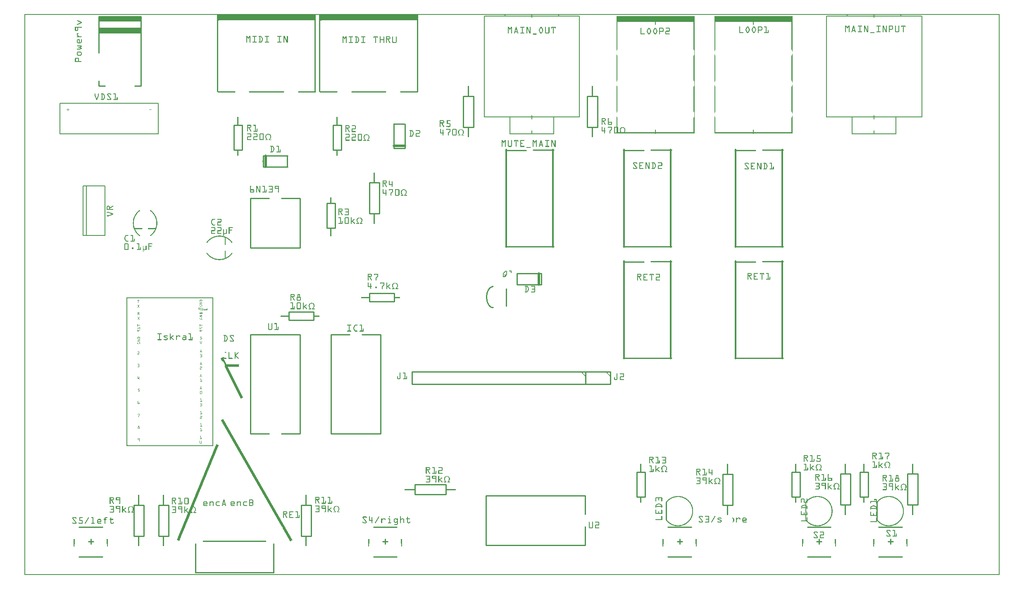
<source format=gto>
G04 MADE WITH FRITZING*
G04 WWW.FRITZING.ORG*
G04 DOUBLE SIDED*
G04 HOLES PLATED*
G04 CONTOUR ON CENTER OF CONTOUR VECTOR*
%ASAXBY*%
%FSLAX23Y23*%
%MOIN*%
%OFA0B0*%
%SFA1.0B1.0*%
%ADD10R,0.801000X0.253000X0.789000X0.241000*%
%ADD11C,0.006000*%
%ADD12R,0.629921X0.047244*%
%ADD13R,0.775318X0.822834X0.759568X0.807084*%
%ADD14C,0.007875*%
%ADD15R,0.362199X0.143542X0.346449X0.127792*%
%ADD16C,0.010000*%
%ADD17C,0.008000*%
%ADD18C,0.020000*%
%ADD19C,0.007874*%
%ADD20C,0.012431*%
%ADD21C,0.008790*%
%ADD22C,0.009371*%
%ADD23C,0.009374*%
%ADD24C,0.015000*%
%ADD25R,0.001000X0.001000*%
%LNSILK1*%
G90*
G70*
G54D11*
X285Y3806D02*
X1080Y3806D01*
X1080Y3559D01*
X285Y3559D01*
X285Y3806D01*
D02*
G54D12*
X5091Y4487D03*
G54D14*
X3709Y4511D02*
X4477Y4511D01*
X4477Y3696D01*
X3709Y3696D01*
X3709Y4511D01*
D02*
X3916Y3696D02*
X4270Y3696D01*
X4270Y3561D01*
X3916Y3561D01*
X3916Y3696D01*
D02*
G54D12*
X5881Y4487D03*
G54D14*
X6470Y4511D02*
X7238Y4511D01*
X7238Y3696D01*
X6470Y3696D01*
X6470Y4511D01*
D02*
X6677Y3696D02*
X7031Y3696D01*
X7031Y3561D01*
X6677Y3561D01*
X6677Y3696D01*
D02*
G54D16*
X4523Y640D02*
X3723Y640D01*
D02*
X3723Y640D02*
X3723Y240D01*
D02*
X3723Y240D02*
X4523Y240D01*
D02*
X4523Y640D02*
X4523Y490D01*
D02*
X4523Y390D02*
X4523Y240D01*
D02*
X2133Y2123D02*
X2333Y2123D01*
D02*
X2333Y2123D02*
X2333Y2057D01*
D02*
X2333Y2057D02*
X2133Y2057D01*
D02*
X2133Y2057D02*
X2133Y2123D01*
D02*
X4525Y1640D02*
X3125Y1640D01*
D02*
X3125Y1640D02*
X3125Y1540D01*
D02*
X3125Y1540D02*
X4525Y1540D01*
D02*
X4525Y1540D02*
X4525Y1640D01*
D02*
X4725Y1640D02*
X4525Y1640D01*
D02*
X4525Y1640D02*
X4525Y1540D01*
D02*
X4525Y1540D02*
X4725Y1540D01*
D02*
X4725Y1540D02*
X4725Y1640D01*
D02*
X2223Y1140D02*
X2223Y1940D01*
D02*
X2223Y1940D02*
X1823Y1940D01*
D02*
X1823Y1940D02*
X1823Y1140D01*
D02*
X2223Y1140D02*
X2073Y1140D01*
D02*
X1973Y1140D02*
X1823Y1140D01*
D02*
X2473Y1940D02*
X2473Y1140D01*
D02*
X2473Y1140D02*
X2873Y1140D01*
D02*
X2873Y1140D02*
X2873Y1940D01*
D02*
X2473Y1940D02*
X2623Y1940D01*
D02*
X2723Y1940D02*
X2873Y1940D01*
D02*
X6664Y816D02*
X6664Y566D01*
D02*
X6664Y566D02*
X6582Y566D01*
D02*
X6582Y566D02*
X6582Y816D01*
D02*
X6582Y816D02*
X6664Y816D01*
G54D17*
D02*
X648Y3140D02*
X648Y2740D01*
D02*
X648Y2740D02*
X498Y2740D01*
D02*
X498Y2740D02*
X473Y2740D01*
D02*
X473Y2740D02*
X473Y3140D01*
D02*
X473Y3140D02*
X498Y3140D01*
D02*
X498Y3140D02*
X648Y3140D01*
D02*
X498Y3140D02*
X498Y2740D01*
G54D16*
D02*
X2978Y3444D02*
X2978Y3639D01*
D02*
X3068Y3639D02*
X3068Y3444D01*
D02*
X3068Y3444D02*
X2978Y3444D01*
G54D18*
D02*
X3068Y3464D02*
X2978Y3464D01*
G54D19*
D02*
X5091Y4471D02*
X5091Y4443D01*
D02*
X5091Y3565D02*
X5091Y3593D01*
G54D14*
D02*
X4093Y3561D02*
X4093Y3588D01*
D02*
X4093Y3682D02*
X4093Y3710D01*
G54D20*
D02*
X4835Y3433D02*
X4835Y2646D01*
G54D21*
D02*
X4829Y2651D02*
X5218Y2651D01*
G54D20*
D02*
X5212Y2646D02*
X5212Y3433D01*
G54D22*
D02*
X4829Y3428D02*
X4995Y3428D01*
G54D23*
D02*
X5052Y3429D02*
X5218Y3429D01*
G54D20*
D02*
X4835Y2533D02*
X4835Y1746D01*
G54D21*
D02*
X4829Y1751D02*
X5218Y1751D01*
G54D20*
D02*
X5212Y1746D02*
X5212Y2533D01*
G54D22*
D02*
X4829Y2528D02*
X4995Y2528D01*
G54D23*
D02*
X5052Y2529D02*
X5218Y2529D01*
G54D20*
D02*
X3885Y3433D02*
X3885Y2646D01*
G54D21*
D02*
X3879Y2651D02*
X4268Y2651D01*
G54D20*
D02*
X4262Y2646D02*
X4262Y3433D01*
G54D22*
D02*
X3879Y3428D02*
X4045Y3428D01*
G54D23*
D02*
X4102Y3429D02*
X4268Y3429D01*
G54D16*
D02*
X1756Y3631D02*
X1756Y3431D01*
D02*
X1756Y3431D02*
X1690Y3431D01*
D02*
X1690Y3431D02*
X1690Y3631D01*
D02*
X1690Y3631D02*
X1756Y3631D01*
D02*
X1927Y3385D02*
X2122Y3385D01*
D02*
X2122Y3295D02*
X1927Y3295D01*
D02*
X1927Y3295D02*
X1927Y3385D01*
G54D18*
D02*
X1947Y3295D02*
X1947Y3385D01*
G54D16*
D02*
X2864Y3166D02*
X2864Y2916D01*
D02*
X2864Y2916D02*
X2782Y2916D01*
D02*
X2782Y2916D02*
X2782Y3166D01*
D02*
X2782Y3166D02*
X2864Y3166D01*
D02*
X2440Y2800D02*
X2440Y3000D01*
D02*
X2440Y3000D02*
X2506Y3000D01*
D02*
X2506Y3000D02*
X2506Y2800D01*
D02*
X2506Y2800D02*
X2440Y2800D01*
D02*
X2556Y3631D02*
X2556Y3431D01*
D02*
X2556Y3431D02*
X2490Y3431D01*
D02*
X2490Y3431D02*
X2490Y3631D01*
D02*
X2490Y3631D02*
X2556Y3631D01*
D02*
X600Y4213D02*
X600Y4508D01*
D02*
X600Y4508D02*
X940Y4508D01*
D02*
X940Y4508D02*
X940Y3948D01*
D02*
X940Y3948D02*
X890Y3948D01*
D02*
X600Y3988D02*
X600Y3948D01*
D02*
X600Y3948D02*
X650Y3948D01*
D02*
X600Y4508D02*
X940Y4508D01*
D02*
X600Y4503D02*
X940Y4503D01*
D02*
X600Y4498D02*
X940Y4498D01*
D02*
X600Y4493D02*
X940Y4493D01*
D02*
X600Y4488D02*
X940Y4488D01*
D02*
X600Y4483D02*
X940Y4483D01*
D02*
X600Y4478D02*
X940Y4478D01*
D02*
X600Y4473D02*
X940Y4473D01*
D02*
X600Y4378D02*
X940Y4378D01*
D02*
X600Y4383D02*
X940Y4383D01*
D02*
X600Y4388D02*
X940Y4388D01*
D02*
X600Y4393D02*
X940Y4393D01*
D02*
X600Y4398D02*
X940Y4398D01*
D02*
X600Y4403D02*
X940Y4403D01*
D02*
X600Y4408D02*
X940Y4408D01*
D02*
X600Y4413D02*
X940Y4413D01*
D02*
X1823Y3040D02*
X1823Y2640D01*
D02*
X1823Y2640D02*
X2223Y2640D01*
D02*
X2223Y2640D02*
X2223Y3040D01*
D02*
X1823Y3040D02*
X1973Y3040D01*
D02*
X2073Y3040D02*
X2223Y3040D01*
D02*
X3033Y3899D02*
X3170Y3899D01*
D02*
X2383Y3899D02*
X2521Y3899D01*
D02*
X2914Y3899D02*
X2639Y3899D01*
G54D24*
D02*
X3165Y4514D02*
X2388Y4514D01*
D02*
X2388Y4514D02*
X2388Y4504D01*
D02*
X2388Y4504D02*
X3165Y4504D01*
D02*
X3165Y4504D02*
X3165Y4494D01*
D02*
X3165Y4494D02*
X2388Y4494D01*
D02*
X2388Y4494D02*
X2388Y4483D01*
G54D16*
D02*
X2208Y3899D02*
X2345Y3899D01*
D02*
X1558Y3899D02*
X1696Y3899D01*
D02*
X2089Y3899D02*
X1814Y3899D01*
G54D24*
D02*
X2340Y4514D02*
X1563Y4514D01*
D02*
X1563Y4514D02*
X1563Y4504D01*
D02*
X1563Y4504D02*
X2340Y4504D01*
D02*
X2340Y4504D02*
X2340Y4494D01*
D02*
X2340Y4494D02*
X1563Y4494D01*
D02*
X1563Y4494D02*
X1563Y4483D01*
G54D16*
D02*
X3540Y3615D02*
X3540Y3865D01*
D02*
X3540Y3865D02*
X3622Y3865D01*
D02*
X3622Y3865D02*
X3622Y3615D01*
D02*
X3622Y3615D02*
X3540Y3615D01*
D02*
X4540Y3615D02*
X4540Y3865D01*
D02*
X4540Y3865D02*
X4622Y3865D01*
D02*
X4622Y3865D02*
X4622Y3615D01*
D02*
X4622Y3615D02*
X4540Y3615D01*
D02*
X3887Y2310D02*
X3887Y2170D01*
D02*
X2783Y2273D02*
X2983Y2273D01*
D02*
X2983Y2273D02*
X2983Y2207D01*
D02*
X2983Y2207D02*
X2783Y2207D01*
D02*
X2783Y2207D02*
X2783Y2273D01*
D02*
X4169Y2345D02*
X3974Y2345D01*
D02*
X3974Y2435D02*
X4169Y2435D01*
D02*
X4169Y2435D02*
X4169Y2345D01*
G54D18*
D02*
X4149Y2435D02*
X4149Y2345D01*
G54D19*
D02*
X5881Y4471D02*
X5881Y4443D01*
D02*
X5881Y3565D02*
X5881Y3593D01*
G54D14*
D02*
X6854Y3561D02*
X6854Y3588D01*
D02*
X6854Y3682D02*
X6854Y3710D01*
G54D20*
D02*
X5735Y3433D02*
X5735Y2646D01*
G54D21*
D02*
X5729Y2651D02*
X6118Y2651D01*
G54D20*
D02*
X6112Y2646D02*
X6112Y3433D01*
G54D22*
D02*
X5729Y3428D02*
X5895Y3428D01*
G54D23*
D02*
X5952Y3429D02*
X6118Y3429D01*
G54D20*
D02*
X5735Y2533D02*
X5735Y1746D01*
G54D21*
D02*
X5729Y1751D02*
X6118Y1751D01*
G54D20*
D02*
X6112Y1746D02*
X6112Y2533D01*
G54D22*
D02*
X5729Y2528D02*
X5895Y2528D01*
G54D23*
D02*
X5952Y2529D02*
X6118Y2529D01*
G54D16*
D02*
X2816Y388D02*
X3004Y388D01*
D02*
X2816Y148D02*
X3004Y148D01*
D02*
X2910Y290D02*
X2910Y250D01*
D02*
X2930Y270D02*
X2890Y270D01*
D02*
X441Y388D02*
X629Y388D01*
D02*
X441Y148D02*
X629Y148D01*
D02*
X535Y290D02*
X535Y250D01*
D02*
X555Y270D02*
X515Y270D01*
D02*
X1082Y315D02*
X1082Y565D01*
D02*
X1082Y565D02*
X1164Y565D01*
D02*
X1164Y565D02*
X1164Y315D01*
D02*
X1164Y315D02*
X1082Y315D01*
D02*
X2232Y315D02*
X2232Y565D01*
D02*
X2232Y565D02*
X2314Y565D01*
D02*
X2314Y565D02*
X2314Y315D01*
D02*
X2314Y315D02*
X2232Y315D01*
D02*
X3399Y649D02*
X3149Y649D01*
D02*
X3149Y649D02*
X3149Y731D01*
D02*
X3149Y731D02*
X3399Y731D01*
D02*
X3399Y731D02*
X3399Y649D01*
D02*
X882Y315D02*
X882Y565D01*
D02*
X882Y565D02*
X964Y565D01*
D02*
X964Y565D02*
X964Y315D01*
D02*
X964Y315D02*
X882Y315D01*
D02*
X6316Y388D02*
X6504Y388D01*
D02*
X6316Y148D02*
X6504Y148D01*
D02*
X6410Y290D02*
X6410Y250D01*
D02*
X6430Y270D02*
X6390Y270D01*
D02*
X6891Y388D02*
X7079Y388D01*
D02*
X6891Y148D02*
X7079Y148D01*
D02*
X6985Y290D02*
X6985Y250D01*
D02*
X7005Y270D02*
X6965Y270D01*
D02*
X6806Y831D02*
X6806Y631D01*
D02*
X6806Y631D02*
X6740Y631D01*
D02*
X6740Y631D02*
X6740Y831D01*
D02*
X6740Y831D02*
X6806Y831D01*
D02*
X6256Y831D02*
X6256Y631D01*
D02*
X6256Y631D02*
X6190Y631D01*
D02*
X6190Y631D02*
X6190Y831D01*
D02*
X6190Y831D02*
X6256Y831D01*
D02*
X7206Y816D02*
X7206Y566D01*
D02*
X7206Y566D02*
X7124Y566D01*
D02*
X7124Y566D02*
X7124Y816D01*
D02*
X7124Y816D02*
X7206Y816D01*
D02*
X5191Y388D02*
X5379Y388D01*
D02*
X5191Y148D02*
X5379Y148D01*
D02*
X5285Y290D02*
X5285Y250D01*
D02*
X5305Y270D02*
X5265Y270D01*
D02*
X5006Y831D02*
X5006Y631D01*
D02*
X5006Y631D02*
X4940Y631D01*
D02*
X4940Y631D02*
X4940Y831D01*
D02*
X4940Y831D02*
X5006Y831D01*
D02*
X5632Y565D02*
X5632Y815D01*
D02*
X5632Y815D02*
X5714Y815D01*
D02*
X5714Y815D02*
X5714Y565D01*
D02*
X5714Y565D02*
X5632Y565D01*
G54D17*
X1618Y2726D02*
X1618Y2666D01*
D02*
X1618Y2616D02*
X1618Y2556D01*
D02*
G54D25*
X0Y4527D02*
X7867Y4527D01*
X0Y4526D02*
X7867Y4526D01*
X0Y4525D02*
X7867Y4525D01*
X0Y4524D02*
X7867Y4524D01*
X0Y4523D02*
X7867Y4523D01*
X0Y4522D02*
X7867Y4522D01*
X0Y4521D02*
X7867Y4521D01*
X0Y4520D02*
X7867Y4520D01*
X0Y4519D02*
X7Y4519D01*
X1553Y4519D02*
X2349Y4519D01*
X2378Y4519D02*
X3174Y4519D01*
X3872Y4519D02*
X3879Y4519D01*
X4089Y4519D02*
X4096Y4519D01*
X4305Y4519D02*
X4312Y4519D01*
X6633Y4519D02*
X6640Y4519D01*
X6850Y4519D02*
X6857Y4519D01*
X7066Y4519D02*
X7073Y4519D01*
X7860Y4519D02*
X7867Y4519D01*
X0Y4518D02*
X7Y4518D01*
X1553Y4518D02*
X2349Y4518D01*
X2378Y4518D02*
X3174Y4518D01*
X3872Y4518D02*
X3879Y4518D01*
X4089Y4518D02*
X4096Y4518D01*
X4305Y4518D02*
X4312Y4518D01*
X6633Y4518D02*
X6640Y4518D01*
X6850Y4518D02*
X6857Y4518D01*
X7066Y4518D02*
X7073Y4518D01*
X7860Y4518D02*
X7867Y4518D01*
X0Y4517D02*
X7Y4517D01*
X1553Y4517D02*
X1562Y4517D01*
X2333Y4517D02*
X2349Y4517D01*
X2378Y4517D02*
X2387Y4517D01*
X3158Y4517D02*
X3174Y4517D01*
X3872Y4517D02*
X3879Y4517D01*
X4089Y4517D02*
X4096Y4517D01*
X4305Y4517D02*
X4312Y4517D01*
X6633Y4517D02*
X6640Y4517D01*
X6850Y4517D02*
X6857Y4517D01*
X7066Y4517D02*
X7073Y4517D01*
X7860Y4517D02*
X7867Y4517D01*
X0Y4516D02*
X7Y4516D01*
X1553Y4516D02*
X1562Y4516D01*
X2333Y4516D02*
X2349Y4516D01*
X2378Y4516D02*
X2387Y4516D01*
X3158Y4516D02*
X3174Y4516D01*
X3872Y4516D02*
X3879Y4516D01*
X4089Y4516D02*
X4096Y4516D01*
X4305Y4516D02*
X4312Y4516D01*
X6633Y4516D02*
X6640Y4516D01*
X6850Y4516D02*
X6857Y4516D01*
X7066Y4516D02*
X7073Y4516D01*
X7860Y4516D02*
X7867Y4516D01*
X0Y4515D02*
X7Y4515D01*
X1553Y4515D02*
X1562Y4515D01*
X2333Y4515D02*
X2349Y4515D01*
X2378Y4515D02*
X2387Y4515D01*
X3158Y4515D02*
X3174Y4515D01*
X3872Y4515D02*
X4312Y4515D01*
X6633Y4515D02*
X7073Y4515D01*
X7860Y4515D02*
X7867Y4515D01*
X0Y4514D02*
X7Y4514D01*
X1553Y4514D02*
X1562Y4514D01*
X2340Y4514D02*
X2349Y4514D01*
X2378Y4514D02*
X2387Y4514D01*
X3165Y4514D02*
X3174Y4514D01*
X3872Y4514D02*
X4312Y4514D01*
X6633Y4514D02*
X7073Y4514D01*
X7860Y4514D02*
X7867Y4514D01*
X0Y4513D02*
X7Y4513D01*
X1553Y4513D02*
X1562Y4513D01*
X2340Y4513D02*
X2349Y4513D01*
X2378Y4513D02*
X2387Y4513D01*
X3165Y4513D02*
X3174Y4513D01*
X3872Y4513D02*
X4312Y4513D01*
X6633Y4513D02*
X7073Y4513D01*
X7860Y4513D02*
X7867Y4513D01*
X0Y4512D02*
X7Y4512D01*
X1553Y4512D02*
X1562Y4512D01*
X2340Y4512D02*
X2349Y4512D01*
X2378Y4512D02*
X2387Y4512D01*
X3165Y4512D02*
X3174Y4512D01*
X3872Y4512D02*
X4312Y4512D01*
X6633Y4512D02*
X7073Y4512D01*
X7860Y4512D02*
X7867Y4512D01*
X0Y4511D02*
X7Y4511D01*
X1553Y4511D02*
X1562Y4511D01*
X2340Y4511D02*
X2349Y4511D01*
X2378Y4511D02*
X2387Y4511D01*
X3165Y4511D02*
X3174Y4511D01*
X3872Y4511D02*
X4312Y4511D01*
X6633Y4511D02*
X7073Y4511D01*
X7860Y4511D02*
X7867Y4511D01*
X0Y4510D02*
X7Y4510D01*
X1553Y4510D02*
X1562Y4510D01*
X2340Y4510D02*
X2349Y4510D01*
X2378Y4510D02*
X2387Y4510D01*
X3165Y4510D02*
X3174Y4510D01*
X3872Y4510D02*
X4312Y4510D01*
X4775Y4510D02*
X5404Y4510D01*
X5566Y4510D02*
X6195Y4510D01*
X6633Y4510D02*
X7073Y4510D01*
X7860Y4510D02*
X7867Y4510D01*
X0Y4509D02*
X7Y4509D01*
X1553Y4509D02*
X1562Y4509D01*
X2340Y4509D02*
X2349Y4509D01*
X2378Y4509D02*
X2387Y4509D01*
X3165Y4509D02*
X3174Y4509D01*
X3872Y4509D02*
X4312Y4509D01*
X4775Y4509D02*
X5404Y4509D01*
X5566Y4509D02*
X6195Y4509D01*
X6633Y4509D02*
X7073Y4509D01*
X7860Y4509D02*
X7867Y4509D01*
X0Y4508D02*
X7Y4508D01*
X1553Y4508D02*
X1562Y4508D01*
X2340Y4508D02*
X2349Y4508D01*
X2378Y4508D02*
X2387Y4508D01*
X3165Y4508D02*
X3174Y4508D01*
X3873Y4508D02*
X4312Y4508D01*
X4775Y4508D02*
X5404Y4508D01*
X5566Y4508D02*
X6195Y4508D01*
X6633Y4508D02*
X7073Y4508D01*
X7860Y4508D02*
X7867Y4508D01*
X0Y4507D02*
X7Y4507D01*
X1553Y4507D02*
X1562Y4507D01*
X2340Y4507D02*
X2349Y4507D01*
X2378Y4507D02*
X2387Y4507D01*
X3165Y4507D02*
X3174Y4507D01*
X4089Y4507D02*
X4096Y4507D01*
X4775Y4507D02*
X5404Y4507D01*
X5566Y4507D02*
X6195Y4507D01*
X6850Y4507D02*
X6857Y4507D01*
X7860Y4507D02*
X7867Y4507D01*
X0Y4506D02*
X7Y4506D01*
X1553Y4506D02*
X1562Y4506D01*
X2340Y4506D02*
X2349Y4506D01*
X2378Y4506D02*
X2387Y4506D01*
X3165Y4506D02*
X3174Y4506D01*
X4089Y4506D02*
X4096Y4506D01*
X4775Y4506D02*
X5404Y4506D01*
X5566Y4506D02*
X6195Y4506D01*
X6850Y4506D02*
X6857Y4506D01*
X7860Y4506D02*
X7867Y4506D01*
X0Y4505D02*
X7Y4505D01*
X1553Y4505D02*
X1562Y4505D01*
X2340Y4505D02*
X2349Y4505D01*
X2378Y4505D02*
X2387Y4505D01*
X3165Y4505D02*
X3174Y4505D01*
X4089Y4505D02*
X4096Y4505D01*
X4775Y4505D02*
X5404Y4505D01*
X5566Y4505D02*
X6195Y4505D01*
X6850Y4505D02*
X6857Y4505D01*
X7860Y4505D02*
X7867Y4505D01*
X0Y4504D02*
X7Y4504D01*
X1553Y4504D02*
X1562Y4504D01*
X2340Y4504D02*
X2349Y4504D01*
X2378Y4504D02*
X2387Y4504D01*
X3165Y4504D02*
X3174Y4504D01*
X4089Y4504D02*
X4096Y4504D01*
X4775Y4504D02*
X5404Y4504D01*
X5566Y4504D02*
X6195Y4504D01*
X6850Y4504D02*
X6857Y4504D01*
X7860Y4504D02*
X7867Y4504D01*
X0Y4503D02*
X7Y4503D01*
X1553Y4503D02*
X1562Y4503D01*
X2340Y4503D02*
X2349Y4503D01*
X2378Y4503D02*
X2387Y4503D01*
X3165Y4503D02*
X3174Y4503D01*
X4089Y4503D02*
X4096Y4503D01*
X4775Y4503D02*
X5404Y4503D01*
X5566Y4503D02*
X6195Y4503D01*
X6850Y4503D02*
X6857Y4503D01*
X7860Y4503D02*
X7867Y4503D01*
X0Y4502D02*
X7Y4502D01*
X1553Y4502D02*
X1562Y4502D01*
X2340Y4502D02*
X2349Y4502D01*
X2378Y4502D02*
X2387Y4502D01*
X3165Y4502D02*
X3174Y4502D01*
X4089Y4502D02*
X4096Y4502D01*
X4775Y4502D02*
X4782Y4502D01*
X5397Y4502D02*
X5404Y4502D01*
X5566Y4502D02*
X5573Y4502D01*
X6188Y4502D02*
X6195Y4502D01*
X6850Y4502D02*
X6857Y4502D01*
X7860Y4502D02*
X7867Y4502D01*
X0Y4501D02*
X7Y4501D01*
X1553Y4501D02*
X1562Y4501D01*
X2340Y4501D02*
X2349Y4501D01*
X2378Y4501D02*
X2387Y4501D01*
X3165Y4501D02*
X3174Y4501D01*
X4089Y4501D02*
X4096Y4501D01*
X4775Y4501D02*
X4782Y4501D01*
X5397Y4501D02*
X5404Y4501D01*
X5566Y4501D02*
X5573Y4501D01*
X6188Y4501D02*
X6195Y4501D01*
X6850Y4501D02*
X6857Y4501D01*
X7860Y4501D02*
X7867Y4501D01*
X0Y4500D02*
X7Y4500D01*
X1553Y4500D02*
X1562Y4500D01*
X2340Y4500D02*
X2349Y4500D01*
X2378Y4500D02*
X2387Y4500D01*
X3165Y4500D02*
X3174Y4500D01*
X4089Y4500D02*
X4096Y4500D01*
X4775Y4500D02*
X4782Y4500D01*
X5397Y4500D02*
X5404Y4500D01*
X5566Y4500D02*
X5573Y4500D01*
X6188Y4500D02*
X6195Y4500D01*
X6850Y4500D02*
X6857Y4500D01*
X7860Y4500D02*
X7867Y4500D01*
X0Y4499D02*
X7Y4499D01*
X1553Y4499D02*
X1562Y4499D01*
X2340Y4499D02*
X2349Y4499D01*
X2378Y4499D02*
X2387Y4499D01*
X3165Y4499D02*
X3174Y4499D01*
X4089Y4499D02*
X4096Y4499D01*
X4775Y4499D02*
X4782Y4499D01*
X5397Y4499D02*
X5404Y4499D01*
X5566Y4499D02*
X5573Y4499D01*
X6188Y4499D02*
X6195Y4499D01*
X6850Y4499D02*
X6857Y4499D01*
X7860Y4499D02*
X7867Y4499D01*
X0Y4498D02*
X7Y4498D01*
X1553Y4498D02*
X1562Y4498D01*
X2340Y4498D02*
X2349Y4498D01*
X2378Y4498D02*
X2387Y4498D01*
X3165Y4498D02*
X3174Y4498D01*
X4089Y4498D02*
X4095Y4498D01*
X4775Y4498D02*
X4782Y4498D01*
X5397Y4498D02*
X5404Y4498D01*
X5566Y4498D02*
X5573Y4498D01*
X6188Y4498D02*
X6195Y4498D01*
X6850Y4498D02*
X6856Y4498D01*
X7860Y4498D02*
X7867Y4498D01*
X0Y4497D02*
X7Y4497D01*
X1553Y4497D02*
X1562Y4497D01*
X2340Y4497D02*
X2349Y4497D01*
X2378Y4497D02*
X2387Y4497D01*
X3165Y4497D02*
X3174Y4497D01*
X4775Y4497D02*
X4782Y4497D01*
X5397Y4497D02*
X5404Y4497D01*
X5566Y4497D02*
X5573Y4497D01*
X6188Y4497D02*
X6195Y4497D01*
X7860Y4497D02*
X7867Y4497D01*
X0Y4496D02*
X7Y4496D01*
X1553Y4496D02*
X1562Y4496D01*
X2340Y4496D02*
X2349Y4496D01*
X2378Y4496D02*
X2387Y4496D01*
X3165Y4496D02*
X3174Y4496D01*
X4775Y4496D02*
X4782Y4496D01*
X5397Y4496D02*
X5404Y4496D01*
X5566Y4496D02*
X5573Y4496D01*
X6188Y4496D02*
X6195Y4496D01*
X7860Y4496D02*
X7867Y4496D01*
X0Y4495D02*
X7Y4495D01*
X1553Y4495D02*
X1562Y4495D01*
X2340Y4495D02*
X2349Y4495D01*
X2378Y4495D02*
X2387Y4495D01*
X3165Y4495D02*
X3174Y4495D01*
X4775Y4495D02*
X4782Y4495D01*
X5397Y4495D02*
X5404Y4495D01*
X5566Y4495D02*
X5573Y4495D01*
X6188Y4495D02*
X6195Y4495D01*
X7860Y4495D02*
X7867Y4495D01*
X0Y4494D02*
X7Y4494D01*
X1553Y4494D02*
X1562Y4494D01*
X2340Y4494D02*
X2349Y4494D01*
X2378Y4494D02*
X2387Y4494D01*
X3165Y4494D02*
X3174Y4494D01*
X4775Y4494D02*
X4782Y4494D01*
X5397Y4494D02*
X5404Y4494D01*
X5566Y4494D02*
X5573Y4494D01*
X6188Y4494D02*
X6195Y4494D01*
X7860Y4494D02*
X7867Y4494D01*
X0Y4493D02*
X7Y4493D01*
X1553Y4493D02*
X1562Y4493D01*
X2340Y4493D02*
X2349Y4493D01*
X2378Y4493D02*
X2387Y4493D01*
X3165Y4493D02*
X3174Y4493D01*
X4775Y4493D02*
X4782Y4493D01*
X5397Y4493D02*
X5404Y4493D01*
X5566Y4493D02*
X5573Y4493D01*
X6188Y4493D02*
X6195Y4493D01*
X7860Y4493D02*
X7867Y4493D01*
X0Y4492D02*
X7Y4492D01*
X1553Y4492D02*
X1562Y4492D01*
X2340Y4492D02*
X2349Y4492D01*
X2378Y4492D02*
X2387Y4492D01*
X3165Y4492D02*
X3174Y4492D01*
X4775Y4492D02*
X4782Y4492D01*
X5397Y4492D02*
X5404Y4492D01*
X5566Y4492D02*
X5573Y4492D01*
X6188Y4492D02*
X6195Y4492D01*
X7860Y4492D02*
X7867Y4492D01*
X0Y4491D02*
X7Y4491D01*
X1553Y4491D02*
X2349Y4491D01*
X2378Y4491D02*
X3174Y4491D01*
X4775Y4491D02*
X4782Y4491D01*
X5397Y4491D02*
X5404Y4491D01*
X5566Y4491D02*
X5573Y4491D01*
X6188Y4491D02*
X6195Y4491D01*
X7860Y4491D02*
X7867Y4491D01*
X0Y4490D02*
X7Y4490D01*
X1553Y4490D02*
X2349Y4490D01*
X2378Y4490D02*
X3174Y4490D01*
X4775Y4490D02*
X4782Y4490D01*
X5397Y4490D02*
X5404Y4490D01*
X5566Y4490D02*
X5573Y4490D01*
X6188Y4490D02*
X6195Y4490D01*
X7860Y4490D02*
X7867Y4490D01*
X0Y4489D02*
X7Y4489D01*
X1553Y4489D02*
X2349Y4489D01*
X2378Y4489D02*
X3174Y4489D01*
X4775Y4489D02*
X4782Y4489D01*
X5397Y4489D02*
X5404Y4489D01*
X5566Y4489D02*
X5573Y4489D01*
X6188Y4489D02*
X6195Y4489D01*
X7860Y4489D02*
X7867Y4489D01*
X0Y4488D02*
X7Y4488D01*
X1553Y4488D02*
X2349Y4488D01*
X2378Y4488D02*
X3174Y4488D01*
X4775Y4488D02*
X4782Y4488D01*
X5397Y4488D02*
X5404Y4488D01*
X5566Y4488D02*
X5573Y4488D01*
X6188Y4488D02*
X6195Y4488D01*
X7860Y4488D02*
X7867Y4488D01*
X0Y4487D02*
X7Y4487D01*
X1553Y4487D02*
X2349Y4487D01*
X2378Y4487D02*
X3174Y4487D01*
X4775Y4487D02*
X4782Y4487D01*
X5397Y4487D02*
X5404Y4487D01*
X5566Y4487D02*
X5573Y4487D01*
X6188Y4487D02*
X6195Y4487D01*
X7860Y4487D02*
X7867Y4487D01*
X0Y4486D02*
X7Y4486D01*
X1553Y4486D02*
X2349Y4486D01*
X2378Y4486D02*
X3174Y4486D01*
X4775Y4486D02*
X4782Y4486D01*
X5397Y4486D02*
X5404Y4486D01*
X5566Y4486D02*
X5573Y4486D01*
X6188Y4486D02*
X6195Y4486D01*
X7860Y4486D02*
X7867Y4486D01*
X0Y4485D02*
X7Y4485D01*
X1553Y4485D02*
X2349Y4485D01*
X2378Y4485D02*
X3174Y4485D01*
X4775Y4485D02*
X4782Y4485D01*
X5397Y4485D02*
X5404Y4485D01*
X5566Y4485D02*
X5573Y4485D01*
X6188Y4485D02*
X6195Y4485D01*
X7860Y4485D02*
X7867Y4485D01*
X0Y4484D02*
X7Y4484D01*
X1553Y4484D02*
X2349Y4484D01*
X2378Y4484D02*
X3174Y4484D01*
X4775Y4484D02*
X4782Y4484D01*
X5397Y4484D02*
X5404Y4484D01*
X5566Y4484D02*
X5573Y4484D01*
X6188Y4484D02*
X6195Y4484D01*
X7860Y4484D02*
X7867Y4484D01*
X0Y4483D02*
X7Y4483D01*
X1553Y4483D02*
X2349Y4483D01*
X2378Y4483D02*
X3174Y4483D01*
X4775Y4483D02*
X4782Y4483D01*
X5397Y4483D02*
X5404Y4483D01*
X5566Y4483D02*
X5573Y4483D01*
X6188Y4483D02*
X6195Y4483D01*
X7860Y4483D02*
X7867Y4483D01*
X0Y4482D02*
X7Y4482D01*
X1553Y4482D02*
X2349Y4482D01*
X2378Y4482D02*
X3174Y4482D01*
X4775Y4482D02*
X4782Y4482D01*
X5397Y4482D02*
X5404Y4482D01*
X5566Y4482D02*
X5573Y4482D01*
X6188Y4482D02*
X6195Y4482D01*
X7860Y4482D02*
X7867Y4482D01*
X0Y4481D02*
X7Y4481D01*
X1553Y4481D02*
X2349Y4481D01*
X2378Y4481D02*
X3174Y4481D01*
X4775Y4481D02*
X4782Y4481D01*
X5397Y4481D02*
X5404Y4481D01*
X5566Y4481D02*
X5573Y4481D01*
X6188Y4481D02*
X6195Y4481D01*
X7860Y4481D02*
X7867Y4481D01*
X0Y4480D02*
X7Y4480D01*
X1553Y4480D02*
X2349Y4480D01*
X2378Y4480D02*
X3174Y4480D01*
X4775Y4480D02*
X4782Y4480D01*
X5397Y4480D02*
X5404Y4480D01*
X5566Y4480D02*
X5573Y4480D01*
X6188Y4480D02*
X6195Y4480D01*
X7860Y4480D02*
X7867Y4480D01*
X0Y4479D02*
X7Y4479D01*
X1553Y4479D02*
X2349Y4479D01*
X2378Y4479D02*
X3174Y4479D01*
X4775Y4479D02*
X4782Y4479D01*
X5397Y4479D02*
X5404Y4479D01*
X5566Y4479D02*
X5573Y4479D01*
X6188Y4479D02*
X6195Y4479D01*
X7860Y4479D02*
X7867Y4479D01*
X0Y4478D02*
X7Y4478D01*
X1553Y4478D02*
X2349Y4478D01*
X2378Y4478D02*
X3174Y4478D01*
X4775Y4478D02*
X4782Y4478D01*
X5397Y4478D02*
X5404Y4478D01*
X5566Y4478D02*
X5573Y4478D01*
X6188Y4478D02*
X6195Y4478D01*
X7860Y4478D02*
X7867Y4478D01*
X0Y4477D02*
X7Y4477D01*
X1553Y4477D02*
X1749Y4477D01*
X1760Y4477D02*
X2142Y4477D01*
X2153Y4477D02*
X2349Y4477D01*
X2378Y4477D02*
X2574Y4477D01*
X2585Y4477D02*
X2967Y4477D01*
X2978Y4477D02*
X3174Y4477D01*
X4775Y4477D02*
X4782Y4477D01*
X5397Y4477D02*
X5404Y4477D01*
X5566Y4477D02*
X5573Y4477D01*
X6188Y4477D02*
X6195Y4477D01*
X7860Y4477D02*
X7867Y4477D01*
X0Y4476D02*
X7Y4476D01*
X425Y4476D02*
X432Y4476D01*
X1553Y4476D02*
X1562Y4476D01*
X2340Y4476D02*
X2349Y4476D01*
X2378Y4476D02*
X2387Y4476D01*
X3165Y4476D02*
X3174Y4476D01*
X4775Y4476D02*
X4782Y4476D01*
X5397Y4476D02*
X5404Y4476D01*
X5566Y4476D02*
X5573Y4476D01*
X6188Y4476D02*
X6195Y4476D01*
X7860Y4476D02*
X7867Y4476D01*
X0Y4475D02*
X7Y4475D01*
X423Y4475D02*
X434Y4475D01*
X1553Y4475D02*
X1562Y4475D01*
X2340Y4475D02*
X2349Y4475D01*
X2378Y4475D02*
X2387Y4475D01*
X3165Y4475D02*
X3174Y4475D01*
X4775Y4475D02*
X4782Y4475D01*
X5397Y4475D02*
X5404Y4475D01*
X5566Y4475D02*
X5573Y4475D01*
X6188Y4475D02*
X6195Y4475D01*
X7860Y4475D02*
X7867Y4475D01*
X0Y4474D02*
X7Y4474D01*
X423Y4474D02*
X437Y4474D01*
X1553Y4474D02*
X1562Y4474D01*
X2340Y4474D02*
X2349Y4474D01*
X2378Y4474D02*
X2387Y4474D01*
X3165Y4474D02*
X3174Y4474D01*
X4775Y4474D02*
X4782Y4474D01*
X5397Y4474D02*
X5404Y4474D01*
X5566Y4474D02*
X5573Y4474D01*
X6188Y4474D02*
X6195Y4474D01*
X7860Y4474D02*
X7867Y4474D01*
X0Y4473D02*
X7Y4473D01*
X423Y4473D02*
X439Y4473D01*
X1553Y4473D02*
X1562Y4473D01*
X2340Y4473D02*
X2349Y4473D01*
X2378Y4473D02*
X2387Y4473D01*
X3165Y4473D02*
X3174Y4473D01*
X4775Y4473D02*
X4782Y4473D01*
X5397Y4473D02*
X5404Y4473D01*
X5566Y4473D02*
X5573Y4473D01*
X6188Y4473D02*
X6195Y4473D01*
X7860Y4473D02*
X7867Y4473D01*
X0Y4472D02*
X7Y4472D01*
X423Y4472D02*
X441Y4472D01*
X1553Y4472D02*
X1562Y4472D01*
X2340Y4472D02*
X2349Y4472D01*
X2378Y4472D02*
X2387Y4472D01*
X3165Y4472D02*
X3174Y4472D01*
X4775Y4472D02*
X4782Y4472D01*
X5397Y4472D02*
X5404Y4472D01*
X5566Y4472D02*
X5573Y4472D01*
X6188Y4472D02*
X6195Y4472D01*
X7860Y4472D02*
X7867Y4472D01*
X0Y4471D02*
X7Y4471D01*
X423Y4471D02*
X443Y4471D01*
X1553Y4471D02*
X1562Y4471D01*
X2340Y4471D02*
X2349Y4471D01*
X2378Y4471D02*
X2387Y4471D01*
X3165Y4471D02*
X3174Y4471D01*
X4775Y4471D02*
X4782Y4471D01*
X5397Y4471D02*
X5404Y4471D01*
X5566Y4471D02*
X5573Y4471D01*
X6188Y4471D02*
X6195Y4471D01*
X7860Y4471D02*
X7867Y4471D01*
X0Y4470D02*
X7Y4470D01*
X424Y4470D02*
X446Y4470D01*
X1553Y4470D02*
X1562Y4470D01*
X2340Y4470D02*
X2349Y4470D01*
X2378Y4470D02*
X2387Y4470D01*
X3165Y4470D02*
X3174Y4470D01*
X4775Y4470D02*
X4782Y4470D01*
X5397Y4470D02*
X5404Y4470D01*
X5566Y4470D02*
X5573Y4470D01*
X6188Y4470D02*
X6195Y4470D01*
X7860Y4470D02*
X7867Y4470D01*
X0Y4469D02*
X7Y4469D01*
X432Y4469D02*
X448Y4469D01*
X1553Y4469D02*
X1562Y4469D01*
X2340Y4469D02*
X2349Y4469D01*
X2378Y4469D02*
X2387Y4469D01*
X3165Y4469D02*
X3174Y4469D01*
X4775Y4469D02*
X4782Y4469D01*
X5397Y4469D02*
X5404Y4469D01*
X5566Y4469D02*
X5573Y4469D01*
X6188Y4469D02*
X6195Y4469D01*
X7860Y4469D02*
X7867Y4469D01*
X0Y4468D02*
X7Y4468D01*
X434Y4468D02*
X450Y4468D01*
X1553Y4468D02*
X1562Y4468D01*
X2340Y4468D02*
X2349Y4468D01*
X2378Y4468D02*
X2387Y4468D01*
X3165Y4468D02*
X3174Y4468D01*
X4775Y4468D02*
X4782Y4468D01*
X5397Y4468D02*
X5404Y4468D01*
X5566Y4468D02*
X5573Y4468D01*
X6188Y4468D02*
X6195Y4468D01*
X7860Y4468D02*
X7867Y4468D01*
X0Y4467D02*
X7Y4467D01*
X436Y4467D02*
X453Y4467D01*
X1553Y4467D02*
X1562Y4467D01*
X2340Y4467D02*
X2349Y4467D01*
X2378Y4467D02*
X2387Y4467D01*
X3165Y4467D02*
X3174Y4467D01*
X4775Y4467D02*
X4782Y4467D01*
X5397Y4467D02*
X5404Y4467D01*
X5566Y4467D02*
X5573Y4467D01*
X6188Y4467D02*
X6195Y4467D01*
X7860Y4467D02*
X7867Y4467D01*
X0Y4466D02*
X7Y4466D01*
X438Y4466D02*
X455Y4466D01*
X1553Y4466D02*
X1562Y4466D01*
X2340Y4466D02*
X2349Y4466D01*
X2378Y4466D02*
X2387Y4466D01*
X3165Y4466D02*
X3174Y4466D01*
X4775Y4466D02*
X4782Y4466D01*
X5397Y4466D02*
X5404Y4466D01*
X5566Y4466D02*
X5573Y4466D01*
X6188Y4466D02*
X6195Y4466D01*
X7860Y4466D02*
X7867Y4466D01*
X0Y4465D02*
X7Y4465D01*
X441Y4465D02*
X457Y4465D01*
X1553Y4465D02*
X1562Y4465D01*
X2340Y4465D02*
X2349Y4465D01*
X2378Y4465D02*
X2387Y4465D01*
X3165Y4465D02*
X3174Y4465D01*
X4775Y4465D02*
X4782Y4465D01*
X5397Y4465D02*
X5404Y4465D01*
X5566Y4465D02*
X5573Y4465D01*
X6188Y4465D02*
X6195Y4465D01*
X7860Y4465D02*
X7867Y4465D01*
X0Y4464D02*
X7Y4464D01*
X443Y4464D02*
X459Y4464D01*
X1553Y4464D02*
X1562Y4464D01*
X2340Y4464D02*
X2349Y4464D01*
X2378Y4464D02*
X2387Y4464D01*
X3165Y4464D02*
X3174Y4464D01*
X4775Y4464D02*
X4782Y4464D01*
X5397Y4464D02*
X5404Y4464D01*
X5566Y4464D02*
X5573Y4464D01*
X6188Y4464D02*
X6195Y4464D01*
X7860Y4464D02*
X7867Y4464D01*
X0Y4463D02*
X7Y4463D01*
X445Y4463D02*
X460Y4463D01*
X1553Y4463D02*
X1562Y4463D01*
X2340Y4463D02*
X2349Y4463D01*
X2378Y4463D02*
X2387Y4463D01*
X3165Y4463D02*
X3174Y4463D01*
X4775Y4463D02*
X4782Y4463D01*
X5397Y4463D02*
X5404Y4463D01*
X5566Y4463D02*
X5573Y4463D01*
X6188Y4463D02*
X6195Y4463D01*
X7860Y4463D02*
X7867Y4463D01*
X0Y4462D02*
X7Y4462D01*
X447Y4462D02*
X461Y4462D01*
X1553Y4462D02*
X1562Y4462D01*
X2340Y4462D02*
X2349Y4462D01*
X2378Y4462D02*
X2387Y4462D01*
X3165Y4462D02*
X3174Y4462D01*
X4775Y4462D02*
X4782Y4462D01*
X5397Y4462D02*
X5404Y4462D01*
X5566Y4462D02*
X5573Y4462D01*
X6188Y4462D02*
X6195Y4462D01*
X7860Y4462D02*
X7867Y4462D01*
X0Y4461D02*
X7Y4461D01*
X450Y4461D02*
X461Y4461D01*
X1553Y4461D02*
X1562Y4461D01*
X2340Y4461D02*
X2349Y4461D01*
X2378Y4461D02*
X2387Y4461D01*
X3165Y4461D02*
X3174Y4461D01*
X4775Y4461D02*
X4782Y4461D01*
X5397Y4461D02*
X5404Y4461D01*
X5566Y4461D02*
X5573Y4461D01*
X6188Y4461D02*
X6195Y4461D01*
X7860Y4461D02*
X7867Y4461D01*
X0Y4460D02*
X7Y4460D01*
X452Y4460D02*
X461Y4460D01*
X1553Y4460D02*
X1562Y4460D01*
X2340Y4460D02*
X2349Y4460D01*
X2378Y4460D02*
X2387Y4460D01*
X3165Y4460D02*
X3174Y4460D01*
X4775Y4460D02*
X4782Y4460D01*
X5397Y4460D02*
X5404Y4460D01*
X5566Y4460D02*
X5573Y4460D01*
X6188Y4460D02*
X6195Y4460D01*
X7860Y4460D02*
X7867Y4460D01*
X0Y4459D02*
X7Y4459D01*
X454Y4459D02*
X461Y4459D01*
X1553Y4459D02*
X1562Y4459D01*
X2340Y4459D02*
X2349Y4459D01*
X2378Y4459D02*
X2387Y4459D01*
X3165Y4459D02*
X3174Y4459D01*
X4775Y4459D02*
X4782Y4459D01*
X5397Y4459D02*
X5404Y4459D01*
X5566Y4459D02*
X5573Y4459D01*
X6188Y4459D02*
X6195Y4459D01*
X7860Y4459D02*
X7867Y4459D01*
X0Y4458D02*
X7Y4458D01*
X453Y4458D02*
X461Y4458D01*
X1553Y4458D02*
X1562Y4458D01*
X2340Y4458D02*
X2349Y4458D01*
X2378Y4458D02*
X2387Y4458D01*
X3165Y4458D02*
X3174Y4458D01*
X4775Y4458D02*
X4782Y4458D01*
X5397Y4458D02*
X5404Y4458D01*
X5566Y4458D02*
X5573Y4458D01*
X6188Y4458D02*
X6195Y4458D01*
X7860Y4458D02*
X7867Y4458D01*
X0Y4457D02*
X7Y4457D01*
X450Y4457D02*
X461Y4457D01*
X1553Y4457D02*
X1562Y4457D01*
X2340Y4457D02*
X2349Y4457D01*
X2378Y4457D02*
X2387Y4457D01*
X3165Y4457D02*
X3174Y4457D01*
X4775Y4457D02*
X4782Y4457D01*
X5397Y4457D02*
X5404Y4457D01*
X5566Y4457D02*
X5573Y4457D01*
X6188Y4457D02*
X6195Y4457D01*
X7860Y4457D02*
X7867Y4457D01*
X0Y4456D02*
X7Y4456D01*
X448Y4456D02*
X461Y4456D01*
X1553Y4456D02*
X1562Y4456D01*
X2340Y4456D02*
X2349Y4456D01*
X2378Y4456D02*
X2387Y4456D01*
X3165Y4456D02*
X3174Y4456D01*
X4775Y4456D02*
X4782Y4456D01*
X5397Y4456D02*
X5404Y4456D01*
X5566Y4456D02*
X5573Y4456D01*
X6188Y4456D02*
X6195Y4456D01*
X7860Y4456D02*
X7867Y4456D01*
X0Y4455D02*
X7Y4455D01*
X446Y4455D02*
X460Y4455D01*
X1553Y4455D02*
X1562Y4455D01*
X2340Y4455D02*
X2349Y4455D01*
X2378Y4455D02*
X2387Y4455D01*
X3165Y4455D02*
X3174Y4455D01*
X4775Y4455D02*
X4782Y4455D01*
X5397Y4455D02*
X5404Y4455D01*
X5566Y4455D02*
X5573Y4455D01*
X6188Y4455D02*
X6195Y4455D01*
X7860Y4455D02*
X7867Y4455D01*
X0Y4454D02*
X7Y4454D01*
X444Y4454D02*
X460Y4454D01*
X1553Y4454D02*
X1562Y4454D01*
X2340Y4454D02*
X2349Y4454D01*
X2378Y4454D02*
X2387Y4454D01*
X3165Y4454D02*
X3174Y4454D01*
X4775Y4454D02*
X4782Y4454D01*
X5397Y4454D02*
X5404Y4454D01*
X5566Y4454D02*
X5573Y4454D01*
X6188Y4454D02*
X6195Y4454D01*
X7860Y4454D02*
X7867Y4454D01*
X0Y4453D02*
X7Y4453D01*
X441Y4453D02*
X458Y4453D01*
X1553Y4453D02*
X1562Y4453D01*
X2340Y4453D02*
X2349Y4453D01*
X2378Y4453D02*
X2387Y4453D01*
X3165Y4453D02*
X3174Y4453D01*
X4775Y4453D02*
X4782Y4453D01*
X5397Y4453D02*
X5404Y4453D01*
X5566Y4453D02*
X5573Y4453D01*
X6188Y4453D02*
X6195Y4453D01*
X7860Y4453D02*
X7867Y4453D01*
X0Y4452D02*
X7Y4452D01*
X439Y4452D02*
X455Y4452D01*
X1553Y4452D02*
X1562Y4452D01*
X2340Y4452D02*
X2349Y4452D01*
X2378Y4452D02*
X2387Y4452D01*
X3165Y4452D02*
X3174Y4452D01*
X4775Y4452D02*
X4782Y4452D01*
X5397Y4452D02*
X5404Y4452D01*
X5566Y4452D02*
X5573Y4452D01*
X6188Y4452D02*
X6195Y4452D01*
X7860Y4452D02*
X7867Y4452D01*
X0Y4451D02*
X7Y4451D01*
X437Y4451D02*
X453Y4451D01*
X1553Y4451D02*
X1562Y4451D01*
X2340Y4451D02*
X2349Y4451D01*
X2378Y4451D02*
X2387Y4451D01*
X3165Y4451D02*
X3174Y4451D01*
X4775Y4451D02*
X4782Y4451D01*
X5397Y4451D02*
X5404Y4451D01*
X5566Y4451D02*
X5573Y4451D01*
X6188Y4451D02*
X6195Y4451D01*
X7860Y4451D02*
X7867Y4451D01*
X0Y4450D02*
X7Y4450D01*
X434Y4450D02*
X451Y4450D01*
X1553Y4450D02*
X1562Y4450D01*
X2340Y4450D02*
X2349Y4450D01*
X2378Y4450D02*
X2387Y4450D01*
X3165Y4450D02*
X3174Y4450D01*
X4775Y4450D02*
X4782Y4450D01*
X5397Y4450D02*
X5404Y4450D01*
X5566Y4450D02*
X5573Y4450D01*
X6188Y4450D02*
X6195Y4450D01*
X7860Y4450D02*
X7867Y4450D01*
X0Y4449D02*
X7Y4449D01*
X432Y4449D02*
X449Y4449D01*
X1553Y4449D02*
X1562Y4449D01*
X2340Y4449D02*
X2349Y4449D01*
X2378Y4449D02*
X2387Y4449D01*
X3165Y4449D02*
X3174Y4449D01*
X4775Y4449D02*
X4782Y4449D01*
X5397Y4449D02*
X5404Y4449D01*
X5566Y4449D02*
X5573Y4449D01*
X6188Y4449D02*
X6195Y4449D01*
X7860Y4449D02*
X7867Y4449D01*
X0Y4448D02*
X7Y4448D01*
X424Y4448D02*
X446Y4448D01*
X1553Y4448D02*
X1562Y4448D01*
X2340Y4448D02*
X2349Y4448D01*
X2378Y4448D02*
X2387Y4448D01*
X3165Y4448D02*
X3174Y4448D01*
X4775Y4448D02*
X4782Y4448D01*
X5397Y4448D02*
X5404Y4448D01*
X5566Y4448D02*
X5573Y4448D01*
X6188Y4448D02*
X6195Y4448D01*
X7860Y4448D02*
X7867Y4448D01*
X0Y4447D02*
X7Y4447D01*
X423Y4447D02*
X444Y4447D01*
X1553Y4447D02*
X1562Y4447D01*
X2340Y4447D02*
X2349Y4447D01*
X2378Y4447D02*
X2387Y4447D01*
X3165Y4447D02*
X3174Y4447D01*
X4775Y4447D02*
X4782Y4447D01*
X5397Y4447D02*
X5404Y4447D01*
X5566Y4447D02*
X5573Y4447D01*
X6188Y4447D02*
X6195Y4447D01*
X7860Y4447D02*
X7867Y4447D01*
X0Y4446D02*
X7Y4446D01*
X423Y4446D02*
X442Y4446D01*
X1553Y4446D02*
X1562Y4446D01*
X2340Y4446D02*
X2349Y4446D01*
X2378Y4446D02*
X2387Y4446D01*
X3165Y4446D02*
X3174Y4446D01*
X4775Y4446D02*
X4782Y4446D01*
X5397Y4446D02*
X5404Y4446D01*
X5566Y4446D02*
X5573Y4446D01*
X6188Y4446D02*
X6195Y4446D01*
X7860Y4446D02*
X7867Y4446D01*
X0Y4445D02*
X7Y4445D01*
X422Y4445D02*
X439Y4445D01*
X1553Y4445D02*
X1562Y4445D01*
X2340Y4445D02*
X2349Y4445D01*
X2378Y4445D02*
X2387Y4445D01*
X3165Y4445D02*
X3174Y4445D01*
X4775Y4445D02*
X4782Y4445D01*
X5397Y4445D02*
X5404Y4445D01*
X5566Y4445D02*
X5573Y4445D01*
X6188Y4445D02*
X6195Y4445D01*
X7860Y4445D02*
X7867Y4445D01*
X0Y4444D02*
X7Y4444D01*
X423Y4444D02*
X437Y4444D01*
X1553Y4444D02*
X1562Y4444D01*
X2340Y4444D02*
X2349Y4444D01*
X2378Y4444D02*
X2387Y4444D01*
X3165Y4444D02*
X3174Y4444D01*
X4775Y4444D02*
X4782Y4444D01*
X5397Y4444D02*
X5404Y4444D01*
X5566Y4444D02*
X5573Y4444D01*
X6188Y4444D02*
X6195Y4444D01*
X7860Y4444D02*
X7867Y4444D01*
X0Y4443D02*
X7Y4443D01*
X423Y4443D02*
X435Y4443D01*
X1553Y4443D02*
X1562Y4443D01*
X2340Y4443D02*
X2349Y4443D01*
X2378Y4443D02*
X2387Y4443D01*
X3165Y4443D02*
X3174Y4443D01*
X4775Y4443D02*
X4782Y4443D01*
X5397Y4443D02*
X5404Y4443D01*
X5566Y4443D02*
X5573Y4443D01*
X6188Y4443D02*
X6195Y4443D01*
X7860Y4443D02*
X7867Y4443D01*
X0Y4442D02*
X7Y4442D01*
X424Y4442D02*
X433Y4442D01*
X1553Y4442D02*
X1562Y4442D01*
X2340Y4442D02*
X2349Y4442D01*
X2378Y4442D02*
X2387Y4442D01*
X3165Y4442D02*
X3174Y4442D01*
X4775Y4442D02*
X4782Y4442D01*
X5397Y4442D02*
X5404Y4442D01*
X5566Y4442D02*
X5573Y4442D01*
X6188Y4442D02*
X6195Y4442D01*
X7860Y4442D02*
X7867Y4442D01*
X0Y4441D02*
X7Y4441D01*
X1553Y4441D02*
X1562Y4441D01*
X2340Y4441D02*
X2349Y4441D01*
X2378Y4441D02*
X2387Y4441D01*
X3165Y4441D02*
X3174Y4441D01*
X4775Y4441D02*
X4782Y4441D01*
X5397Y4441D02*
X5404Y4441D01*
X5566Y4441D02*
X5573Y4441D01*
X6188Y4441D02*
X6195Y4441D01*
X7860Y4441D02*
X7867Y4441D01*
X0Y4440D02*
X7Y4440D01*
X1553Y4440D02*
X1562Y4440D01*
X2340Y4440D02*
X2349Y4440D01*
X2378Y4440D02*
X2387Y4440D01*
X3165Y4440D02*
X3174Y4440D01*
X4775Y4440D02*
X4782Y4440D01*
X5397Y4440D02*
X5404Y4440D01*
X5566Y4440D02*
X5573Y4440D01*
X6188Y4440D02*
X6195Y4440D01*
X7860Y4440D02*
X7867Y4440D01*
X0Y4439D02*
X7Y4439D01*
X1553Y4439D02*
X1562Y4439D01*
X2340Y4439D02*
X2349Y4439D01*
X2378Y4439D02*
X2387Y4439D01*
X3165Y4439D02*
X3174Y4439D01*
X4775Y4439D02*
X4782Y4439D01*
X5397Y4439D02*
X5404Y4439D01*
X5566Y4439D02*
X5573Y4439D01*
X6188Y4439D02*
X6195Y4439D01*
X7860Y4439D02*
X7867Y4439D01*
X0Y4438D02*
X7Y4438D01*
X1553Y4438D02*
X1562Y4438D01*
X2340Y4438D02*
X2349Y4438D01*
X2378Y4438D02*
X2387Y4438D01*
X3165Y4438D02*
X3174Y4438D01*
X4775Y4438D02*
X4782Y4438D01*
X5397Y4438D02*
X5404Y4438D01*
X5566Y4438D02*
X5573Y4438D01*
X6188Y4438D02*
X6195Y4438D01*
X7860Y4438D02*
X7867Y4438D01*
X0Y4437D02*
X7Y4437D01*
X1553Y4437D02*
X1562Y4437D01*
X2340Y4437D02*
X2349Y4437D01*
X2378Y4437D02*
X2387Y4437D01*
X3165Y4437D02*
X3174Y4437D01*
X4775Y4437D02*
X4782Y4437D01*
X5397Y4437D02*
X5404Y4437D01*
X5566Y4437D02*
X5573Y4437D01*
X6188Y4437D02*
X6195Y4437D01*
X7860Y4437D02*
X7867Y4437D01*
X0Y4436D02*
X7Y4436D01*
X1553Y4436D02*
X1562Y4436D01*
X2340Y4436D02*
X2349Y4436D01*
X2378Y4436D02*
X2387Y4436D01*
X3165Y4436D02*
X3174Y4436D01*
X4775Y4436D02*
X4782Y4436D01*
X5397Y4436D02*
X5404Y4436D01*
X5566Y4436D02*
X5573Y4436D01*
X6188Y4436D02*
X6195Y4436D01*
X7860Y4436D02*
X7867Y4436D01*
X0Y4435D02*
X7Y4435D01*
X1553Y4435D02*
X1562Y4435D01*
X2340Y4435D02*
X2349Y4435D01*
X2378Y4435D02*
X2387Y4435D01*
X3165Y4435D02*
X3174Y4435D01*
X4775Y4435D02*
X4782Y4435D01*
X5397Y4435D02*
X5404Y4435D01*
X5566Y4435D02*
X5573Y4435D01*
X6188Y4435D02*
X6195Y4435D01*
X7860Y4435D02*
X7867Y4435D01*
X0Y4434D02*
X7Y4434D01*
X1553Y4434D02*
X1562Y4434D01*
X2340Y4434D02*
X2349Y4434D01*
X2378Y4434D02*
X2387Y4434D01*
X3165Y4434D02*
X3174Y4434D01*
X4775Y4434D02*
X4782Y4434D01*
X5397Y4434D02*
X5404Y4434D01*
X5566Y4434D02*
X5573Y4434D01*
X6188Y4434D02*
X6195Y4434D01*
X6621Y4434D02*
X6629Y4434D01*
X6647Y4434D02*
X6654Y4434D01*
X6687Y4434D02*
X6689Y4434D01*
X6724Y4434D02*
X6753Y4434D01*
X6772Y4434D02*
X6780Y4434D01*
X6801Y4434D02*
X6803Y4434D01*
X6874Y4434D02*
X6903Y4434D01*
X6922Y4434D02*
X6930Y4434D01*
X6952Y4434D02*
X6953Y4434D01*
X6972Y4434D02*
X6998Y4434D01*
X7025Y4434D02*
X7026Y4434D01*
X7052Y4434D02*
X7054Y4434D01*
X7073Y4434D02*
X7106Y4434D01*
X7860Y4434D02*
X7867Y4434D01*
X0Y4433D02*
X7Y4433D01*
X1553Y4433D02*
X1562Y4433D01*
X2340Y4433D02*
X2349Y4433D01*
X2378Y4433D02*
X2387Y4433D01*
X3165Y4433D02*
X3174Y4433D01*
X4775Y4433D02*
X4782Y4433D01*
X5397Y4433D02*
X5404Y4433D01*
X5566Y4433D02*
X5573Y4433D01*
X6188Y4433D02*
X6195Y4433D01*
X6621Y4433D02*
X6630Y4433D01*
X6646Y4433D02*
X6655Y4433D01*
X6686Y4433D02*
X6690Y4433D01*
X6722Y4433D02*
X6754Y4433D01*
X6772Y4433D02*
X6780Y4433D01*
X6800Y4433D02*
X6804Y4433D01*
X6873Y4433D02*
X6905Y4433D01*
X6922Y4433D02*
X6931Y4433D01*
X6951Y4433D02*
X6955Y4433D01*
X6972Y4433D02*
X7000Y4433D01*
X7023Y4433D02*
X7028Y4433D01*
X7051Y4433D02*
X7055Y4433D01*
X7073Y4433D02*
X7106Y4433D01*
X7860Y4433D02*
X7867Y4433D01*
X0Y4432D02*
X7Y4432D01*
X1553Y4432D02*
X1562Y4432D01*
X2340Y4432D02*
X2349Y4432D01*
X2378Y4432D02*
X2387Y4432D01*
X3165Y4432D02*
X3174Y4432D01*
X4775Y4432D02*
X4782Y4432D01*
X5397Y4432D02*
X5404Y4432D01*
X5566Y4432D02*
X5573Y4432D01*
X6188Y4432D02*
X6195Y4432D01*
X6621Y4432D02*
X6630Y4432D01*
X6645Y4432D02*
X6655Y4432D01*
X6685Y4432D02*
X6691Y4432D01*
X6722Y4432D02*
X6755Y4432D01*
X6772Y4432D02*
X6781Y4432D01*
X6799Y4432D02*
X6805Y4432D01*
X6872Y4432D02*
X6905Y4432D01*
X6922Y4432D02*
X6931Y4432D01*
X6950Y4432D02*
X6955Y4432D01*
X6972Y4432D02*
X7002Y4432D01*
X7023Y4432D02*
X7028Y4432D01*
X7050Y4432D02*
X7056Y4432D01*
X7073Y4432D02*
X7106Y4432D01*
X7860Y4432D02*
X7867Y4432D01*
X0Y4431D02*
X7Y4431D01*
X1553Y4431D02*
X1562Y4431D01*
X2340Y4431D02*
X2349Y4431D01*
X2378Y4431D02*
X2387Y4431D01*
X3165Y4431D02*
X3174Y4431D01*
X4775Y4431D02*
X4782Y4431D01*
X5397Y4431D02*
X5404Y4431D01*
X5566Y4431D02*
X5573Y4431D01*
X6188Y4431D02*
X6195Y4431D01*
X6621Y4431D02*
X6631Y4431D01*
X6644Y4431D02*
X6655Y4431D01*
X6685Y4431D02*
X6691Y4431D01*
X6721Y4431D02*
X6755Y4431D01*
X6772Y4431D02*
X6781Y4431D01*
X6799Y4431D02*
X6805Y4431D01*
X6872Y4431D02*
X6905Y4431D01*
X6922Y4431D02*
X6932Y4431D01*
X6950Y4431D02*
X6956Y4431D01*
X6972Y4431D02*
X7003Y4431D01*
X7023Y4431D02*
X7029Y4431D01*
X7050Y4431D02*
X7056Y4431D01*
X7073Y4431D02*
X7106Y4431D01*
X7860Y4431D02*
X7867Y4431D01*
X0Y4430D02*
X7Y4430D01*
X1553Y4430D02*
X1562Y4430D01*
X2340Y4430D02*
X2349Y4430D01*
X2378Y4430D02*
X2387Y4430D01*
X3165Y4430D02*
X3174Y4430D01*
X4775Y4430D02*
X4782Y4430D01*
X5397Y4430D02*
X5404Y4430D01*
X5566Y4430D02*
X5573Y4430D01*
X6188Y4430D02*
X6195Y4430D01*
X6621Y4430D02*
X6632Y4430D01*
X6644Y4430D02*
X6655Y4430D01*
X6685Y4430D02*
X6691Y4430D01*
X6721Y4430D02*
X6755Y4430D01*
X6772Y4430D02*
X6782Y4430D01*
X6799Y4430D02*
X6805Y4430D01*
X6872Y4430D02*
X6905Y4430D01*
X6922Y4430D02*
X6932Y4430D01*
X6950Y4430D02*
X6956Y4430D01*
X6972Y4430D02*
X7004Y4430D01*
X7023Y4430D02*
X7029Y4430D01*
X7050Y4430D02*
X7056Y4430D01*
X7073Y4430D02*
X7106Y4430D01*
X7860Y4430D02*
X7867Y4430D01*
X0Y4429D02*
X7Y4429D01*
X1553Y4429D02*
X1562Y4429D01*
X2340Y4429D02*
X2349Y4429D01*
X2378Y4429D02*
X2387Y4429D01*
X3165Y4429D02*
X3174Y4429D01*
X4775Y4429D02*
X4782Y4429D01*
X5397Y4429D02*
X5404Y4429D01*
X5566Y4429D02*
X5573Y4429D01*
X6188Y4429D02*
X6195Y4429D01*
X6621Y4429D02*
X6632Y4429D01*
X6643Y4429D02*
X6655Y4429D01*
X6684Y4429D02*
X6692Y4429D01*
X6722Y4429D02*
X6754Y4429D01*
X6772Y4429D02*
X6782Y4429D01*
X6799Y4429D02*
X6805Y4429D01*
X6873Y4429D02*
X6905Y4429D01*
X6922Y4429D02*
X6933Y4429D01*
X6950Y4429D02*
X6956Y4429D01*
X6972Y4429D02*
X7005Y4429D01*
X7023Y4429D02*
X7029Y4429D01*
X7050Y4429D02*
X7056Y4429D01*
X7073Y4429D02*
X7106Y4429D01*
X7860Y4429D02*
X7867Y4429D01*
X0Y4428D02*
X7Y4428D01*
X1553Y4428D02*
X1562Y4428D01*
X2340Y4428D02*
X2349Y4428D01*
X2378Y4428D02*
X2387Y4428D01*
X3165Y4428D02*
X3174Y4428D01*
X4775Y4428D02*
X4782Y4428D01*
X5397Y4428D02*
X5404Y4428D01*
X5566Y4428D02*
X5573Y4428D01*
X6188Y4428D02*
X6195Y4428D01*
X6621Y4428D02*
X6633Y4428D01*
X6642Y4428D02*
X6655Y4428D01*
X6684Y4428D02*
X6692Y4428D01*
X6723Y4428D02*
X6753Y4428D01*
X6772Y4428D02*
X6783Y4428D01*
X6799Y4428D02*
X6805Y4428D01*
X6873Y4428D02*
X6904Y4428D01*
X6922Y4428D02*
X6933Y4428D01*
X6950Y4428D02*
X6956Y4428D01*
X6972Y4428D02*
X7005Y4428D01*
X7023Y4428D02*
X7029Y4428D01*
X7050Y4428D02*
X7056Y4428D01*
X7073Y4428D02*
X7106Y4428D01*
X7860Y4428D02*
X7867Y4428D01*
X0Y4427D02*
X7Y4427D01*
X1553Y4427D02*
X1562Y4427D01*
X2340Y4427D02*
X2349Y4427D01*
X2378Y4427D02*
X2387Y4427D01*
X3165Y4427D02*
X3174Y4427D01*
X4775Y4427D02*
X4782Y4427D01*
X5397Y4427D02*
X5404Y4427D01*
X5566Y4427D02*
X5573Y4427D01*
X5768Y4427D02*
X5771Y4427D01*
X5831Y4427D02*
X5837Y4427D01*
X5881Y4427D02*
X5887Y4427D01*
X5917Y4427D02*
X5944Y4427D01*
X5969Y4427D02*
X5987Y4427D01*
X6188Y4427D02*
X6195Y4427D01*
X6621Y4427D02*
X6634Y4427D01*
X6642Y4427D02*
X6655Y4427D01*
X6684Y4427D02*
X6692Y4427D01*
X6735Y4427D02*
X6741Y4427D01*
X6772Y4427D02*
X6783Y4427D01*
X6799Y4427D02*
X6805Y4427D01*
X6886Y4427D02*
X6892Y4427D01*
X6922Y4427D02*
X6934Y4427D01*
X6950Y4427D02*
X6956Y4427D01*
X6972Y4427D02*
X6979Y4427D01*
X6998Y4427D02*
X7005Y4427D01*
X7023Y4427D02*
X7029Y4427D01*
X7050Y4427D02*
X7056Y4427D01*
X7073Y4427D02*
X7079Y4427D01*
X7086Y4427D02*
X7093Y4427D01*
X7100Y4427D02*
X7106Y4427D01*
X7860Y4427D02*
X7867Y4427D01*
X0Y4426D02*
X7Y4426D01*
X1553Y4426D02*
X1562Y4426D01*
X2340Y4426D02*
X2349Y4426D01*
X2378Y4426D02*
X2387Y4426D01*
X3165Y4426D02*
X3174Y4426D01*
X4775Y4426D02*
X4782Y4426D01*
X5397Y4426D02*
X5404Y4426D01*
X5566Y4426D02*
X5573Y4426D01*
X5767Y4426D02*
X5772Y4426D01*
X5829Y4426D02*
X5838Y4426D01*
X5879Y4426D02*
X5889Y4426D01*
X5917Y4426D02*
X5946Y4426D01*
X5968Y4426D02*
X5987Y4426D01*
X6188Y4426D02*
X6195Y4426D01*
X6621Y4426D02*
X6635Y4426D01*
X6641Y4426D02*
X6655Y4426D01*
X6683Y4426D02*
X6692Y4426D01*
X6735Y4426D02*
X6741Y4426D01*
X6772Y4426D02*
X6783Y4426D01*
X6799Y4426D02*
X6805Y4426D01*
X6886Y4426D02*
X6892Y4426D01*
X6922Y4426D02*
X6934Y4426D01*
X6950Y4426D02*
X6956Y4426D01*
X6972Y4426D02*
X6978Y4426D01*
X6999Y4426D02*
X7006Y4426D01*
X7023Y4426D02*
X7029Y4426D01*
X7050Y4426D02*
X7056Y4426D01*
X7073Y4426D02*
X7079Y4426D01*
X7087Y4426D02*
X7093Y4426D01*
X7100Y4426D02*
X7106Y4426D01*
X7860Y4426D02*
X7867Y4426D01*
X0Y4425D02*
X7Y4425D01*
X409Y4425D02*
X460Y4425D01*
X1553Y4425D02*
X1562Y4425D01*
X2340Y4425D02*
X2349Y4425D01*
X2378Y4425D02*
X2387Y4425D01*
X3165Y4425D02*
X3174Y4425D01*
X4775Y4425D02*
X4782Y4425D01*
X5397Y4425D02*
X5404Y4425D01*
X5566Y4425D02*
X5573Y4425D01*
X5767Y4425D02*
X5773Y4425D01*
X5828Y4425D02*
X5840Y4425D01*
X5878Y4425D02*
X5890Y4425D01*
X5917Y4425D02*
X5947Y4425D01*
X5968Y4425D02*
X5987Y4425D01*
X6188Y4425D02*
X6195Y4425D01*
X6621Y4425D02*
X6635Y4425D01*
X6640Y4425D02*
X6655Y4425D01*
X6683Y4425D02*
X6693Y4425D01*
X6735Y4425D02*
X6741Y4425D01*
X6772Y4425D02*
X6784Y4425D01*
X6799Y4425D02*
X6805Y4425D01*
X6886Y4425D02*
X6892Y4425D01*
X6922Y4425D02*
X6934Y4425D01*
X6950Y4425D02*
X6956Y4425D01*
X6972Y4425D02*
X6978Y4425D01*
X7000Y4425D02*
X7006Y4425D01*
X7023Y4425D02*
X7029Y4425D01*
X7050Y4425D02*
X7056Y4425D01*
X7073Y4425D02*
X7079Y4425D01*
X7087Y4425D02*
X7093Y4425D01*
X7100Y4425D02*
X7106Y4425D01*
X7860Y4425D02*
X7867Y4425D01*
X0Y4424D02*
X7Y4424D01*
X408Y4424D02*
X460Y4424D01*
X1553Y4424D02*
X1562Y4424D01*
X2340Y4424D02*
X2349Y4424D01*
X2378Y4424D02*
X2387Y4424D01*
X3165Y4424D02*
X3174Y4424D01*
X4775Y4424D02*
X4782Y4424D01*
X5397Y4424D02*
X5404Y4424D01*
X5566Y4424D02*
X5573Y4424D01*
X5767Y4424D02*
X5773Y4424D01*
X5827Y4424D02*
X5841Y4424D01*
X5877Y4424D02*
X5891Y4424D01*
X5917Y4424D02*
X5948Y4424D01*
X5968Y4424D02*
X5987Y4424D01*
X6188Y4424D02*
X6195Y4424D01*
X6621Y4424D02*
X6636Y4424D01*
X6640Y4424D02*
X6655Y4424D01*
X6683Y4424D02*
X6693Y4424D01*
X6735Y4424D02*
X6741Y4424D01*
X6772Y4424D02*
X6784Y4424D01*
X6799Y4424D02*
X6805Y4424D01*
X6886Y4424D02*
X6892Y4424D01*
X6922Y4424D02*
X6935Y4424D01*
X6950Y4424D02*
X6956Y4424D01*
X6972Y4424D02*
X6978Y4424D01*
X7000Y4424D02*
X7006Y4424D01*
X7023Y4424D02*
X7029Y4424D01*
X7050Y4424D02*
X7056Y4424D01*
X7073Y4424D02*
X7079Y4424D01*
X7087Y4424D02*
X7093Y4424D01*
X7101Y4424D02*
X7106Y4424D01*
X7860Y4424D02*
X7867Y4424D01*
X0Y4423D02*
X7Y4423D01*
X408Y4423D02*
X461Y4423D01*
X1553Y4423D02*
X1562Y4423D01*
X2340Y4423D02*
X2349Y4423D01*
X2378Y4423D02*
X2387Y4423D01*
X3165Y4423D02*
X3174Y4423D01*
X3899Y4423D02*
X3907Y4423D01*
X3925Y4423D02*
X3932Y4423D01*
X3965Y4423D02*
X3966Y4423D01*
X4002Y4423D02*
X4030Y4423D01*
X4050Y4423D02*
X4058Y4423D01*
X4080Y4423D02*
X4081Y4423D01*
X4166Y4423D02*
X4168Y4423D01*
X4203Y4423D02*
X4204Y4423D01*
X4230Y4423D02*
X4231Y4423D01*
X4251Y4423D02*
X4284Y4423D01*
X4775Y4423D02*
X4782Y4423D01*
X5397Y4423D02*
X5404Y4423D01*
X5566Y4423D02*
X5573Y4423D01*
X5767Y4423D02*
X5773Y4423D01*
X5826Y4423D02*
X5841Y4423D01*
X5877Y4423D02*
X5891Y4423D01*
X5917Y4423D02*
X5949Y4423D01*
X5968Y4423D02*
X5987Y4423D01*
X6188Y4423D02*
X6195Y4423D01*
X6621Y4423D02*
X6627Y4423D01*
X6629Y4423D02*
X6637Y4423D01*
X6639Y4423D02*
X6646Y4423D01*
X6649Y4423D02*
X6655Y4423D01*
X6682Y4423D02*
X6693Y4423D01*
X6735Y4423D02*
X6741Y4423D01*
X6772Y4423D02*
X6785Y4423D01*
X6799Y4423D02*
X6805Y4423D01*
X6886Y4423D02*
X6892Y4423D01*
X6922Y4423D02*
X6935Y4423D01*
X6950Y4423D02*
X6956Y4423D01*
X6972Y4423D02*
X6978Y4423D01*
X7000Y4423D02*
X7006Y4423D01*
X7023Y4423D02*
X7029Y4423D01*
X7050Y4423D02*
X7056Y4423D01*
X7073Y4423D02*
X7078Y4423D01*
X7087Y4423D02*
X7093Y4423D01*
X7101Y4423D02*
X7106Y4423D01*
X7860Y4423D02*
X7867Y4423D01*
X0Y4422D02*
X7Y4422D01*
X408Y4422D02*
X461Y4422D01*
X1553Y4422D02*
X1562Y4422D01*
X2340Y4422D02*
X2349Y4422D01*
X2378Y4422D02*
X2387Y4422D01*
X3165Y4422D02*
X3174Y4422D01*
X3899Y4422D02*
X3908Y4422D01*
X3924Y4422D02*
X3933Y4422D01*
X3964Y4422D02*
X3968Y4422D01*
X4000Y4422D02*
X4032Y4422D01*
X4050Y4422D02*
X4058Y4422D01*
X4078Y4422D02*
X4082Y4422D01*
X4163Y4422D02*
X4171Y4422D01*
X4201Y4422D02*
X4205Y4422D01*
X4229Y4422D02*
X4233Y4422D01*
X4250Y4422D02*
X4284Y4422D01*
X4775Y4422D02*
X4782Y4422D01*
X5397Y4422D02*
X5404Y4422D01*
X5566Y4422D02*
X5573Y4422D01*
X5767Y4422D02*
X5773Y4422D01*
X5826Y4422D02*
X5842Y4422D01*
X5876Y4422D02*
X5892Y4422D01*
X5917Y4422D02*
X5950Y4422D01*
X5968Y4422D02*
X5987Y4422D01*
X6188Y4422D02*
X6195Y4422D01*
X6621Y4422D02*
X6627Y4422D01*
X6630Y4422D02*
X6646Y4422D01*
X6649Y4422D02*
X6655Y4422D01*
X6682Y4422D02*
X6694Y4422D01*
X6735Y4422D02*
X6741Y4422D01*
X6772Y4422D02*
X6785Y4422D01*
X6799Y4422D02*
X6805Y4422D01*
X6886Y4422D02*
X6892Y4422D01*
X6922Y4422D02*
X6936Y4422D01*
X6950Y4422D02*
X6956Y4422D01*
X6972Y4422D02*
X6978Y4422D01*
X7000Y4422D02*
X7006Y4422D01*
X7023Y4422D02*
X7029Y4422D01*
X7050Y4422D02*
X7056Y4422D01*
X7074Y4422D02*
X7077Y4422D01*
X7087Y4422D02*
X7093Y4422D01*
X7102Y4422D02*
X7105Y4422D01*
X7860Y4422D02*
X7867Y4422D01*
X0Y4421D02*
X7Y4421D01*
X408Y4421D02*
X461Y4421D01*
X1553Y4421D02*
X1562Y4421D01*
X2340Y4421D02*
X2349Y4421D01*
X2378Y4421D02*
X2387Y4421D01*
X3165Y4421D02*
X3174Y4421D01*
X3899Y4421D02*
X3908Y4421D01*
X3923Y4421D02*
X3933Y4421D01*
X3963Y4421D02*
X3969Y4421D01*
X4000Y4421D02*
X4033Y4421D01*
X4050Y4421D02*
X4059Y4421D01*
X4077Y4421D02*
X4083Y4421D01*
X4162Y4421D02*
X4172Y4421D01*
X4201Y4421D02*
X4206Y4421D01*
X4228Y4421D02*
X4233Y4421D01*
X4250Y4421D02*
X4284Y4421D01*
X4775Y4421D02*
X4782Y4421D01*
X5397Y4421D02*
X5404Y4421D01*
X5566Y4421D02*
X5573Y4421D01*
X5767Y4421D02*
X5773Y4421D01*
X5825Y4421D02*
X5842Y4421D01*
X5876Y4421D02*
X5893Y4421D01*
X5917Y4421D02*
X5950Y4421D01*
X5970Y4421D02*
X5987Y4421D01*
X6188Y4421D02*
X6195Y4421D01*
X6621Y4421D02*
X6627Y4421D01*
X6630Y4421D02*
X6645Y4421D01*
X6649Y4421D02*
X6655Y4421D01*
X6682Y4421D02*
X6694Y4421D01*
X6735Y4421D02*
X6741Y4421D01*
X6772Y4421D02*
X6786Y4421D01*
X6799Y4421D02*
X6805Y4421D01*
X6886Y4421D02*
X6892Y4421D01*
X6922Y4421D02*
X6936Y4421D01*
X6950Y4421D02*
X6956Y4421D01*
X6972Y4421D02*
X6978Y4421D01*
X7000Y4421D02*
X7006Y4421D01*
X7023Y4421D02*
X7029Y4421D01*
X7050Y4421D02*
X7056Y4421D01*
X7087Y4421D02*
X7093Y4421D01*
X7860Y4421D02*
X7867Y4421D01*
X0Y4420D02*
X7Y4420D01*
X408Y4420D02*
X461Y4420D01*
X1553Y4420D02*
X1562Y4420D01*
X2340Y4420D02*
X2349Y4420D01*
X2378Y4420D02*
X2387Y4420D01*
X3165Y4420D02*
X3174Y4420D01*
X3899Y4420D02*
X3909Y4420D01*
X3923Y4420D02*
X3933Y4420D01*
X3963Y4420D02*
X3969Y4420D01*
X3999Y4420D02*
X4033Y4420D01*
X4050Y4420D02*
X4059Y4420D01*
X4077Y4420D02*
X4083Y4420D01*
X4160Y4420D02*
X4173Y4420D01*
X4200Y4420D02*
X4206Y4420D01*
X4228Y4420D02*
X4234Y4420D01*
X4250Y4420D02*
X4284Y4420D01*
X4775Y4420D02*
X4782Y4420D01*
X5397Y4420D02*
X5404Y4420D01*
X5566Y4420D02*
X5573Y4420D01*
X5767Y4420D02*
X5773Y4420D01*
X5825Y4420D02*
X5832Y4420D01*
X5836Y4420D02*
X5843Y4420D01*
X5875Y4420D02*
X5882Y4420D01*
X5886Y4420D02*
X5893Y4420D01*
X5917Y4420D02*
X5923Y4420D01*
X5943Y4420D02*
X5951Y4420D01*
X5981Y4420D02*
X5987Y4420D01*
X6188Y4420D02*
X6195Y4420D01*
X6621Y4420D02*
X6627Y4420D01*
X6631Y4420D02*
X6644Y4420D01*
X6649Y4420D02*
X6655Y4420D01*
X6682Y4420D02*
X6694Y4420D01*
X6735Y4420D02*
X6741Y4420D01*
X6772Y4420D02*
X6786Y4420D01*
X6799Y4420D02*
X6805Y4420D01*
X6886Y4420D02*
X6892Y4420D01*
X6922Y4420D02*
X6928Y4420D01*
X6930Y4420D02*
X6937Y4420D01*
X6950Y4420D02*
X6956Y4420D01*
X6972Y4420D02*
X6978Y4420D01*
X7000Y4420D02*
X7006Y4420D01*
X7023Y4420D02*
X7029Y4420D01*
X7050Y4420D02*
X7056Y4420D01*
X7087Y4420D02*
X7093Y4420D01*
X7860Y4420D02*
X7867Y4420D01*
X0Y4419D02*
X7Y4419D01*
X408Y4419D02*
X461Y4419D01*
X1553Y4419D02*
X1562Y4419D01*
X2340Y4419D02*
X2349Y4419D01*
X2378Y4419D02*
X2387Y4419D01*
X3165Y4419D02*
X3174Y4419D01*
X3899Y4419D02*
X3910Y4419D01*
X3922Y4419D02*
X3933Y4419D01*
X3963Y4419D02*
X3969Y4419D01*
X4000Y4419D02*
X4033Y4419D01*
X4050Y4419D02*
X4060Y4419D01*
X4077Y4419D02*
X4083Y4419D01*
X4160Y4419D02*
X4174Y4419D01*
X4200Y4419D02*
X4206Y4419D01*
X4228Y4419D02*
X4234Y4419D01*
X4250Y4419D02*
X4284Y4419D01*
X4775Y4419D02*
X4782Y4419D01*
X5397Y4419D02*
X5404Y4419D01*
X5566Y4419D02*
X5573Y4419D01*
X5767Y4419D02*
X5773Y4419D01*
X5824Y4419D02*
X5831Y4419D01*
X5836Y4419D02*
X5843Y4419D01*
X5875Y4419D02*
X5881Y4419D01*
X5887Y4419D02*
X5894Y4419D01*
X5917Y4419D02*
X5923Y4419D01*
X5944Y4419D02*
X5951Y4419D01*
X5981Y4419D02*
X5987Y4419D01*
X6188Y4419D02*
X6195Y4419D01*
X6621Y4419D02*
X6627Y4419D01*
X6632Y4419D02*
X6644Y4419D01*
X6649Y4419D02*
X6655Y4419D01*
X6681Y4419D02*
X6694Y4419D01*
X6735Y4419D02*
X6741Y4419D01*
X6772Y4419D02*
X6778Y4419D01*
X6780Y4419D02*
X6786Y4419D01*
X6799Y4419D02*
X6805Y4419D01*
X6886Y4419D02*
X6892Y4419D01*
X6922Y4419D02*
X6928Y4419D01*
X6930Y4419D02*
X6937Y4419D01*
X6950Y4419D02*
X6956Y4419D01*
X6972Y4419D02*
X6978Y4419D01*
X7000Y4419D02*
X7006Y4419D01*
X7023Y4419D02*
X7029Y4419D01*
X7050Y4419D02*
X7056Y4419D01*
X7087Y4419D02*
X7093Y4419D01*
X7860Y4419D02*
X7867Y4419D01*
X0Y4418D02*
X7Y4418D01*
X408Y4418D02*
X414Y4418D01*
X425Y4418D02*
X431Y4418D01*
X455Y4418D02*
X461Y4418D01*
X1553Y4418D02*
X1562Y4418D01*
X2340Y4418D02*
X2349Y4418D01*
X2378Y4418D02*
X2387Y4418D01*
X3165Y4418D02*
X3174Y4418D01*
X3899Y4418D02*
X3910Y4418D01*
X3921Y4418D02*
X3933Y4418D01*
X3962Y4418D02*
X3970Y4418D01*
X4000Y4418D02*
X4032Y4418D01*
X4050Y4418D02*
X4060Y4418D01*
X4077Y4418D02*
X4083Y4418D01*
X4159Y4418D02*
X4175Y4418D01*
X4200Y4418D02*
X4206Y4418D01*
X4228Y4418D02*
X4234Y4418D01*
X4250Y4418D02*
X4284Y4418D01*
X4775Y4418D02*
X4782Y4418D01*
X5397Y4418D02*
X5404Y4418D01*
X5566Y4418D02*
X5573Y4418D01*
X5767Y4418D02*
X5773Y4418D01*
X5824Y4418D02*
X5831Y4418D01*
X5837Y4418D02*
X5844Y4418D01*
X5874Y4418D02*
X5881Y4418D01*
X5887Y4418D02*
X5894Y4418D01*
X5917Y4418D02*
X5923Y4418D01*
X5945Y4418D02*
X5951Y4418D01*
X5981Y4418D02*
X5987Y4418D01*
X6188Y4418D02*
X6195Y4418D01*
X6621Y4418D02*
X6627Y4418D01*
X6633Y4418D02*
X6643Y4418D01*
X6649Y4418D02*
X6655Y4418D01*
X6681Y4418D02*
X6695Y4418D01*
X6735Y4418D02*
X6741Y4418D01*
X6772Y4418D02*
X6778Y4418D01*
X6780Y4418D02*
X6787Y4418D01*
X6799Y4418D02*
X6805Y4418D01*
X6886Y4418D02*
X6892Y4418D01*
X6922Y4418D02*
X6928Y4418D01*
X6931Y4418D02*
X6938Y4418D01*
X6950Y4418D02*
X6956Y4418D01*
X6972Y4418D02*
X6978Y4418D01*
X7000Y4418D02*
X7006Y4418D01*
X7023Y4418D02*
X7029Y4418D01*
X7050Y4418D02*
X7056Y4418D01*
X7087Y4418D02*
X7093Y4418D01*
X7860Y4418D02*
X7867Y4418D01*
X0Y4417D02*
X7Y4417D01*
X408Y4417D02*
X414Y4417D01*
X425Y4417D02*
X431Y4417D01*
X456Y4417D02*
X460Y4417D01*
X1553Y4417D02*
X1562Y4417D01*
X2340Y4417D02*
X2349Y4417D01*
X2378Y4417D02*
X2387Y4417D01*
X3165Y4417D02*
X3174Y4417D01*
X3899Y4417D02*
X3911Y4417D01*
X3920Y4417D02*
X3933Y4417D01*
X3962Y4417D02*
X3970Y4417D01*
X4001Y4417D02*
X4032Y4417D01*
X4050Y4417D02*
X4061Y4417D01*
X4077Y4417D02*
X4083Y4417D01*
X4159Y4417D02*
X4175Y4417D01*
X4200Y4417D02*
X4206Y4417D01*
X4228Y4417D02*
X4234Y4417D01*
X4250Y4417D02*
X4284Y4417D01*
X4775Y4417D02*
X4782Y4417D01*
X5397Y4417D02*
X5404Y4417D01*
X5566Y4417D02*
X5573Y4417D01*
X5767Y4417D02*
X5773Y4417D01*
X5823Y4417D02*
X5830Y4417D01*
X5837Y4417D02*
X5844Y4417D01*
X5874Y4417D02*
X5880Y4417D01*
X5888Y4417D02*
X5895Y4417D01*
X5917Y4417D02*
X5923Y4417D01*
X5945Y4417D02*
X5951Y4417D01*
X5981Y4417D02*
X5987Y4417D01*
X6188Y4417D02*
X6195Y4417D01*
X6621Y4417D02*
X6627Y4417D01*
X6633Y4417D02*
X6642Y4417D01*
X6649Y4417D02*
X6655Y4417D01*
X6681Y4417D02*
X6687Y4417D01*
X6689Y4417D02*
X6695Y4417D01*
X6735Y4417D02*
X6741Y4417D01*
X6772Y4417D02*
X6778Y4417D01*
X6781Y4417D02*
X6787Y4417D01*
X6799Y4417D02*
X6805Y4417D01*
X6886Y4417D02*
X6892Y4417D01*
X6922Y4417D02*
X6928Y4417D01*
X6931Y4417D02*
X6938Y4417D01*
X6950Y4417D02*
X6956Y4417D01*
X6972Y4417D02*
X6978Y4417D01*
X7000Y4417D02*
X7006Y4417D01*
X7023Y4417D02*
X7029Y4417D01*
X7050Y4417D02*
X7056Y4417D01*
X7087Y4417D02*
X7093Y4417D01*
X7860Y4417D02*
X7867Y4417D01*
X0Y4416D02*
X7Y4416D01*
X408Y4416D02*
X414Y4416D01*
X425Y4416D02*
X431Y4416D01*
X457Y4416D02*
X459Y4416D01*
X1553Y4416D02*
X1562Y4416D01*
X2340Y4416D02*
X2349Y4416D01*
X2378Y4416D02*
X2387Y4416D01*
X3165Y4416D02*
X3174Y4416D01*
X3899Y4416D02*
X3912Y4416D01*
X3920Y4416D02*
X3933Y4416D01*
X3962Y4416D02*
X3970Y4416D01*
X4013Y4416D02*
X4019Y4416D01*
X4050Y4416D02*
X4061Y4416D01*
X4077Y4416D02*
X4083Y4416D01*
X4158Y4416D02*
X4166Y4416D01*
X4168Y4416D02*
X4176Y4416D01*
X4200Y4416D02*
X4206Y4416D01*
X4228Y4416D02*
X4234Y4416D01*
X4250Y4416D02*
X4257Y4416D01*
X4264Y4416D02*
X4270Y4416D01*
X4278Y4416D02*
X4284Y4416D01*
X4775Y4416D02*
X4782Y4416D01*
X4972Y4416D02*
X4975Y4416D01*
X5035Y4416D02*
X5040Y4416D01*
X5085Y4416D02*
X5090Y4416D01*
X5121Y4416D02*
X5148Y4416D01*
X5173Y4416D02*
X5201Y4416D01*
X5397Y4416D02*
X5404Y4416D01*
X5566Y4416D02*
X5573Y4416D01*
X5767Y4416D02*
X5773Y4416D01*
X5823Y4416D02*
X5830Y4416D01*
X5838Y4416D02*
X5845Y4416D01*
X5873Y4416D02*
X5880Y4416D01*
X5888Y4416D02*
X5895Y4416D01*
X5917Y4416D02*
X5923Y4416D01*
X5945Y4416D02*
X5951Y4416D01*
X5981Y4416D02*
X5987Y4416D01*
X6188Y4416D02*
X6195Y4416D01*
X6621Y4416D02*
X6627Y4416D01*
X6634Y4416D02*
X6641Y4416D01*
X6649Y4416D02*
X6655Y4416D01*
X6680Y4416D02*
X6687Y4416D01*
X6689Y4416D02*
X6695Y4416D01*
X6735Y4416D02*
X6741Y4416D01*
X6772Y4416D02*
X6778Y4416D01*
X6781Y4416D02*
X6788Y4416D01*
X6799Y4416D02*
X6805Y4416D01*
X6886Y4416D02*
X6892Y4416D01*
X6922Y4416D02*
X6928Y4416D01*
X6932Y4416D02*
X6938Y4416D01*
X6950Y4416D02*
X6956Y4416D01*
X6972Y4416D02*
X6978Y4416D01*
X7000Y4416D02*
X7006Y4416D01*
X7023Y4416D02*
X7029Y4416D01*
X7050Y4416D02*
X7056Y4416D01*
X7087Y4416D02*
X7093Y4416D01*
X7860Y4416D02*
X7867Y4416D01*
X0Y4415D02*
X7Y4415D01*
X408Y4415D02*
X414Y4415D01*
X425Y4415D02*
X431Y4415D01*
X1553Y4415D02*
X1562Y4415D01*
X2340Y4415D02*
X2349Y4415D01*
X2378Y4415D02*
X2387Y4415D01*
X3165Y4415D02*
X3174Y4415D01*
X3899Y4415D02*
X3913Y4415D01*
X3919Y4415D02*
X3933Y4415D01*
X3961Y4415D02*
X3970Y4415D01*
X4013Y4415D02*
X4019Y4415D01*
X4050Y4415D02*
X4061Y4415D01*
X4077Y4415D02*
X4083Y4415D01*
X4158Y4415D02*
X4165Y4415D01*
X4169Y4415D02*
X4176Y4415D01*
X4200Y4415D02*
X4206Y4415D01*
X4228Y4415D02*
X4234Y4415D01*
X4250Y4415D02*
X4256Y4415D01*
X4264Y4415D02*
X4270Y4415D01*
X4278Y4415D02*
X4284Y4415D01*
X4775Y4415D02*
X4782Y4415D01*
X4971Y4415D02*
X4976Y4415D01*
X5033Y4415D02*
X5042Y4415D01*
X5083Y4415D02*
X5092Y4415D01*
X5121Y4415D02*
X5150Y4415D01*
X5172Y4415D02*
X5202Y4415D01*
X5397Y4415D02*
X5404Y4415D01*
X5566Y4415D02*
X5573Y4415D01*
X5767Y4415D02*
X5773Y4415D01*
X5822Y4415D02*
X5829Y4415D01*
X5838Y4415D02*
X5845Y4415D01*
X5873Y4415D02*
X5879Y4415D01*
X5889Y4415D02*
X5896Y4415D01*
X5917Y4415D02*
X5923Y4415D01*
X5945Y4415D02*
X5951Y4415D01*
X5981Y4415D02*
X5987Y4415D01*
X6188Y4415D02*
X6195Y4415D01*
X6621Y4415D02*
X6627Y4415D01*
X6635Y4415D02*
X6641Y4415D01*
X6649Y4415D02*
X6655Y4415D01*
X6680Y4415D02*
X6686Y4415D01*
X6689Y4415D02*
X6696Y4415D01*
X6735Y4415D02*
X6741Y4415D01*
X6772Y4415D02*
X6778Y4415D01*
X6782Y4415D02*
X6788Y4415D01*
X6799Y4415D02*
X6805Y4415D01*
X6886Y4415D02*
X6892Y4415D01*
X6922Y4415D02*
X6928Y4415D01*
X6932Y4415D02*
X6939Y4415D01*
X6950Y4415D02*
X6956Y4415D01*
X6972Y4415D02*
X6978Y4415D01*
X7000Y4415D02*
X7006Y4415D01*
X7023Y4415D02*
X7029Y4415D01*
X7050Y4415D02*
X7056Y4415D01*
X7087Y4415D02*
X7093Y4415D01*
X7860Y4415D02*
X7867Y4415D01*
X0Y4414D02*
X7Y4414D01*
X408Y4414D02*
X414Y4414D01*
X425Y4414D02*
X431Y4414D01*
X1553Y4414D02*
X1562Y4414D01*
X2340Y4414D02*
X2349Y4414D01*
X2378Y4414D02*
X2387Y4414D01*
X3165Y4414D02*
X3174Y4414D01*
X3899Y4414D02*
X3913Y4414D01*
X3918Y4414D02*
X3933Y4414D01*
X3961Y4414D02*
X3971Y4414D01*
X4013Y4414D02*
X4019Y4414D01*
X4050Y4414D02*
X4062Y4414D01*
X4077Y4414D02*
X4083Y4414D01*
X4157Y4414D02*
X4164Y4414D01*
X4170Y4414D02*
X4177Y4414D01*
X4200Y4414D02*
X4206Y4414D01*
X4228Y4414D02*
X4234Y4414D01*
X4250Y4414D02*
X4256Y4414D01*
X4264Y4414D02*
X4270Y4414D01*
X4278Y4414D02*
X4284Y4414D01*
X4775Y4414D02*
X4782Y4414D01*
X4971Y4414D02*
X4976Y4414D01*
X5032Y4414D02*
X5043Y4414D01*
X5082Y4414D02*
X5093Y4414D01*
X5121Y4414D02*
X5151Y4414D01*
X5172Y4414D02*
X5203Y4414D01*
X5397Y4414D02*
X5404Y4414D01*
X5566Y4414D02*
X5573Y4414D01*
X5767Y4414D02*
X5773Y4414D01*
X5822Y4414D02*
X5829Y4414D01*
X5839Y4414D02*
X5846Y4414D01*
X5872Y4414D02*
X5879Y4414D01*
X5889Y4414D02*
X5896Y4414D01*
X5917Y4414D02*
X5923Y4414D01*
X5945Y4414D02*
X5951Y4414D01*
X5981Y4414D02*
X5987Y4414D01*
X6188Y4414D02*
X6195Y4414D01*
X6621Y4414D02*
X6627Y4414D01*
X6635Y4414D02*
X6641Y4414D01*
X6649Y4414D02*
X6655Y4414D01*
X6680Y4414D02*
X6686Y4414D01*
X6690Y4414D02*
X6696Y4414D01*
X6735Y4414D02*
X6741Y4414D01*
X6772Y4414D02*
X6778Y4414D01*
X6782Y4414D02*
X6789Y4414D01*
X6799Y4414D02*
X6805Y4414D01*
X6886Y4414D02*
X6892Y4414D01*
X6922Y4414D02*
X6928Y4414D01*
X6933Y4414D02*
X6939Y4414D01*
X6950Y4414D02*
X6956Y4414D01*
X6972Y4414D02*
X6978Y4414D01*
X7000Y4414D02*
X7006Y4414D01*
X7023Y4414D02*
X7029Y4414D01*
X7050Y4414D02*
X7056Y4414D01*
X7087Y4414D02*
X7093Y4414D01*
X7860Y4414D02*
X7867Y4414D01*
X0Y4413D02*
X7Y4413D01*
X408Y4413D02*
X414Y4413D01*
X425Y4413D02*
X431Y4413D01*
X1553Y4413D02*
X1562Y4413D01*
X2340Y4413D02*
X2349Y4413D01*
X2378Y4413D02*
X2387Y4413D01*
X3165Y4413D02*
X3174Y4413D01*
X3899Y4413D02*
X3914Y4413D01*
X3918Y4413D02*
X3933Y4413D01*
X3961Y4413D02*
X3971Y4413D01*
X4013Y4413D02*
X4019Y4413D01*
X4050Y4413D02*
X4062Y4413D01*
X4077Y4413D02*
X4083Y4413D01*
X4157Y4413D02*
X4163Y4413D01*
X4170Y4413D02*
X4177Y4413D01*
X4200Y4413D02*
X4206Y4413D01*
X4228Y4413D02*
X4234Y4413D01*
X4251Y4413D02*
X4256Y4413D01*
X4264Y4413D02*
X4270Y4413D01*
X4278Y4413D02*
X4284Y4413D01*
X4775Y4413D02*
X4782Y4413D01*
X4971Y4413D02*
X4977Y4413D01*
X5031Y4413D02*
X5044Y4413D01*
X5081Y4413D02*
X5094Y4413D01*
X5121Y4413D02*
X5152Y4413D01*
X5171Y4413D02*
X5204Y4413D01*
X5397Y4413D02*
X5404Y4413D01*
X5566Y4413D02*
X5573Y4413D01*
X5767Y4413D02*
X5773Y4413D01*
X5821Y4413D02*
X5828Y4413D01*
X5839Y4413D02*
X5846Y4413D01*
X5872Y4413D02*
X5878Y4413D01*
X5890Y4413D02*
X5896Y4413D01*
X5917Y4413D02*
X5923Y4413D01*
X5945Y4413D02*
X5951Y4413D01*
X5981Y4413D02*
X5987Y4413D01*
X6188Y4413D02*
X6195Y4413D01*
X6621Y4413D02*
X6627Y4413D01*
X6635Y4413D02*
X6641Y4413D01*
X6649Y4413D02*
X6655Y4413D01*
X6680Y4413D02*
X6686Y4413D01*
X6690Y4413D02*
X6696Y4413D01*
X6735Y4413D02*
X6741Y4413D01*
X6772Y4413D02*
X6778Y4413D01*
X6782Y4413D02*
X6789Y4413D01*
X6799Y4413D02*
X6805Y4413D01*
X6886Y4413D02*
X6892Y4413D01*
X6922Y4413D02*
X6928Y4413D01*
X6933Y4413D02*
X6940Y4413D01*
X6950Y4413D02*
X6956Y4413D01*
X6972Y4413D02*
X6978Y4413D01*
X7000Y4413D02*
X7006Y4413D01*
X7023Y4413D02*
X7029Y4413D01*
X7050Y4413D02*
X7056Y4413D01*
X7087Y4413D02*
X7093Y4413D01*
X7860Y4413D02*
X7867Y4413D01*
X0Y4412D02*
X7Y4412D01*
X408Y4412D02*
X414Y4412D01*
X425Y4412D02*
X431Y4412D01*
X1553Y4412D02*
X1562Y4412D01*
X2340Y4412D02*
X2349Y4412D01*
X2378Y4412D02*
X2387Y4412D01*
X3165Y4412D02*
X3174Y4412D01*
X3899Y4412D02*
X3905Y4412D01*
X3907Y4412D02*
X3915Y4412D01*
X3917Y4412D02*
X3925Y4412D01*
X3927Y4412D02*
X3933Y4412D01*
X3961Y4412D02*
X3971Y4412D01*
X4013Y4412D02*
X4019Y4412D01*
X4050Y4412D02*
X4063Y4412D01*
X4077Y4412D02*
X4083Y4412D01*
X4156Y4412D02*
X4163Y4412D01*
X4171Y4412D02*
X4178Y4412D01*
X4200Y4412D02*
X4206Y4412D01*
X4228Y4412D02*
X4234Y4412D01*
X4251Y4412D02*
X4256Y4412D01*
X4264Y4412D02*
X4270Y4412D01*
X4279Y4412D02*
X4283Y4412D01*
X4775Y4412D02*
X4782Y4412D01*
X4971Y4412D02*
X4977Y4412D01*
X5030Y4412D02*
X5045Y4412D01*
X5080Y4412D02*
X5095Y4412D01*
X5121Y4412D02*
X5153Y4412D01*
X5172Y4412D02*
X5205Y4412D01*
X5397Y4412D02*
X5404Y4412D01*
X5566Y4412D02*
X5573Y4412D01*
X5767Y4412D02*
X5773Y4412D01*
X5821Y4412D02*
X5828Y4412D01*
X5840Y4412D02*
X5847Y4412D01*
X5871Y4412D02*
X5878Y4412D01*
X5890Y4412D02*
X5897Y4412D01*
X5917Y4412D02*
X5923Y4412D01*
X5945Y4412D02*
X5951Y4412D01*
X5981Y4412D02*
X5987Y4412D01*
X6188Y4412D02*
X6195Y4412D01*
X6621Y4412D02*
X6627Y4412D01*
X6635Y4412D02*
X6640Y4412D01*
X6649Y4412D02*
X6655Y4412D01*
X6679Y4412D02*
X6686Y4412D01*
X6690Y4412D02*
X6697Y4412D01*
X6735Y4412D02*
X6741Y4412D01*
X6772Y4412D02*
X6778Y4412D01*
X6783Y4412D02*
X6790Y4412D01*
X6799Y4412D02*
X6805Y4412D01*
X6886Y4412D02*
X6892Y4412D01*
X6922Y4412D02*
X6928Y4412D01*
X6933Y4412D02*
X6940Y4412D01*
X6950Y4412D02*
X6956Y4412D01*
X6972Y4412D02*
X6978Y4412D01*
X7000Y4412D02*
X7006Y4412D01*
X7023Y4412D02*
X7029Y4412D01*
X7050Y4412D02*
X7056Y4412D01*
X7087Y4412D02*
X7093Y4412D01*
X7860Y4412D02*
X7867Y4412D01*
X0Y4411D02*
X7Y4411D01*
X408Y4411D02*
X414Y4411D01*
X425Y4411D02*
X431Y4411D01*
X1553Y4411D02*
X1562Y4411D01*
X2340Y4411D02*
X2349Y4411D01*
X2378Y4411D02*
X2387Y4411D01*
X3165Y4411D02*
X3174Y4411D01*
X3899Y4411D02*
X3905Y4411D01*
X3908Y4411D02*
X3924Y4411D01*
X3927Y4411D02*
X3933Y4411D01*
X3960Y4411D02*
X3972Y4411D01*
X4013Y4411D02*
X4019Y4411D01*
X4050Y4411D02*
X4063Y4411D01*
X4077Y4411D02*
X4083Y4411D01*
X4156Y4411D02*
X4162Y4411D01*
X4171Y4411D02*
X4178Y4411D01*
X4200Y4411D02*
X4206Y4411D01*
X4228Y4411D02*
X4234Y4411D01*
X4252Y4411D02*
X4255Y4411D01*
X4264Y4411D02*
X4270Y4411D01*
X4279Y4411D02*
X4283Y4411D01*
X4775Y4411D02*
X4782Y4411D01*
X4971Y4411D02*
X4977Y4411D01*
X5030Y4411D02*
X5045Y4411D01*
X5080Y4411D02*
X5096Y4411D01*
X5121Y4411D02*
X5154Y4411D01*
X5172Y4411D02*
X5205Y4411D01*
X5397Y4411D02*
X5404Y4411D01*
X5566Y4411D02*
X5573Y4411D01*
X5767Y4411D02*
X5773Y4411D01*
X5820Y4411D02*
X5827Y4411D01*
X5840Y4411D02*
X5847Y4411D01*
X5871Y4411D02*
X5877Y4411D01*
X5891Y4411D02*
X5897Y4411D01*
X5917Y4411D02*
X5923Y4411D01*
X5945Y4411D02*
X5951Y4411D01*
X5981Y4411D02*
X5987Y4411D01*
X6188Y4411D02*
X6195Y4411D01*
X6621Y4411D02*
X6627Y4411D01*
X6635Y4411D02*
X6640Y4411D01*
X6649Y4411D02*
X6655Y4411D01*
X6679Y4411D02*
X6685Y4411D01*
X6690Y4411D02*
X6697Y4411D01*
X6735Y4411D02*
X6741Y4411D01*
X6772Y4411D02*
X6778Y4411D01*
X6783Y4411D02*
X6790Y4411D01*
X6799Y4411D02*
X6805Y4411D01*
X6886Y4411D02*
X6892Y4411D01*
X6922Y4411D02*
X6928Y4411D01*
X6934Y4411D02*
X6941Y4411D01*
X6950Y4411D02*
X6956Y4411D01*
X6972Y4411D02*
X6978Y4411D01*
X7000Y4411D02*
X7006Y4411D01*
X7023Y4411D02*
X7029Y4411D01*
X7050Y4411D02*
X7056Y4411D01*
X7087Y4411D02*
X7093Y4411D01*
X7860Y4411D02*
X7867Y4411D01*
X0Y4410D02*
X7Y4410D01*
X408Y4410D02*
X414Y4410D01*
X425Y4410D02*
X431Y4410D01*
X1553Y4410D02*
X1562Y4410D01*
X2340Y4410D02*
X2349Y4410D01*
X2378Y4410D02*
X2387Y4410D01*
X3165Y4410D02*
X3174Y4410D01*
X3899Y4410D02*
X3905Y4410D01*
X3908Y4410D02*
X3923Y4410D01*
X3927Y4410D02*
X3933Y4410D01*
X3960Y4410D02*
X3972Y4410D01*
X4013Y4410D02*
X4019Y4410D01*
X4050Y4410D02*
X4064Y4410D01*
X4077Y4410D02*
X4083Y4410D01*
X4155Y4410D02*
X4162Y4410D01*
X4172Y4410D02*
X4179Y4410D01*
X4200Y4410D02*
X4206Y4410D01*
X4228Y4410D02*
X4234Y4410D01*
X4264Y4410D02*
X4270Y4410D01*
X4775Y4410D02*
X4782Y4410D01*
X4971Y4410D02*
X4977Y4410D01*
X5029Y4410D02*
X5046Y4410D01*
X5079Y4410D02*
X5096Y4410D01*
X5121Y4410D02*
X5154Y4410D01*
X5173Y4410D02*
X5205Y4410D01*
X5397Y4410D02*
X5404Y4410D01*
X5566Y4410D02*
X5573Y4410D01*
X5767Y4410D02*
X5773Y4410D01*
X5820Y4410D02*
X5827Y4410D01*
X5841Y4410D02*
X5848Y4410D01*
X5870Y4410D02*
X5877Y4410D01*
X5891Y4410D02*
X5898Y4410D01*
X5917Y4410D02*
X5923Y4410D01*
X5945Y4410D02*
X5951Y4410D01*
X5981Y4410D02*
X5987Y4410D01*
X6188Y4410D02*
X6195Y4410D01*
X6621Y4410D02*
X6627Y4410D01*
X6637Y4410D02*
X6639Y4410D01*
X6649Y4410D02*
X6655Y4410D01*
X6679Y4410D02*
X6685Y4410D01*
X6691Y4410D02*
X6697Y4410D01*
X6735Y4410D02*
X6741Y4410D01*
X6772Y4410D02*
X6778Y4410D01*
X6784Y4410D02*
X6790Y4410D01*
X6799Y4410D02*
X6805Y4410D01*
X6886Y4410D02*
X6892Y4410D01*
X6922Y4410D02*
X6928Y4410D01*
X6934Y4410D02*
X6941Y4410D01*
X6950Y4410D02*
X6956Y4410D01*
X6972Y4410D02*
X6978Y4410D01*
X7000Y4410D02*
X7006Y4410D01*
X7023Y4410D02*
X7029Y4410D01*
X7050Y4410D02*
X7056Y4410D01*
X7087Y4410D02*
X7093Y4410D01*
X7860Y4410D02*
X7867Y4410D01*
X0Y4409D02*
X7Y4409D01*
X408Y4409D02*
X414Y4409D01*
X425Y4409D02*
X431Y4409D01*
X1553Y4409D02*
X1562Y4409D01*
X2340Y4409D02*
X2349Y4409D01*
X2378Y4409D02*
X2387Y4409D01*
X3165Y4409D02*
X3174Y4409D01*
X3899Y4409D02*
X3905Y4409D01*
X3909Y4409D02*
X3922Y4409D01*
X3927Y4409D02*
X3933Y4409D01*
X3960Y4409D02*
X3972Y4409D01*
X4013Y4409D02*
X4019Y4409D01*
X4050Y4409D02*
X4064Y4409D01*
X4077Y4409D02*
X4083Y4409D01*
X4155Y4409D02*
X4161Y4409D01*
X4172Y4409D02*
X4179Y4409D01*
X4200Y4409D02*
X4206Y4409D01*
X4228Y4409D02*
X4234Y4409D01*
X4264Y4409D02*
X4270Y4409D01*
X4775Y4409D02*
X4782Y4409D01*
X4971Y4409D02*
X4977Y4409D01*
X5029Y4409D02*
X5036Y4409D01*
X5039Y4409D02*
X5046Y4409D01*
X5079Y4409D02*
X5086Y4409D01*
X5089Y4409D02*
X5097Y4409D01*
X5121Y4409D02*
X5127Y4409D01*
X5147Y4409D02*
X5154Y4409D01*
X5199Y4409D02*
X5205Y4409D01*
X5397Y4409D02*
X5404Y4409D01*
X5566Y4409D02*
X5573Y4409D01*
X5767Y4409D02*
X5773Y4409D01*
X5819Y4409D02*
X5826Y4409D01*
X5841Y4409D02*
X5848Y4409D01*
X5870Y4409D02*
X5876Y4409D01*
X5892Y4409D02*
X5898Y4409D01*
X5917Y4409D02*
X5923Y4409D01*
X5945Y4409D02*
X5951Y4409D01*
X5981Y4409D02*
X5987Y4409D01*
X6188Y4409D02*
X6195Y4409D01*
X6621Y4409D02*
X6627Y4409D01*
X6649Y4409D02*
X6655Y4409D01*
X6678Y4409D02*
X6685Y4409D01*
X6691Y4409D02*
X6697Y4409D01*
X6735Y4409D02*
X6741Y4409D01*
X6772Y4409D02*
X6778Y4409D01*
X6784Y4409D02*
X6791Y4409D01*
X6799Y4409D02*
X6805Y4409D01*
X6886Y4409D02*
X6892Y4409D01*
X6922Y4409D02*
X6928Y4409D01*
X6935Y4409D02*
X6941Y4409D01*
X6950Y4409D02*
X6956Y4409D01*
X6972Y4409D02*
X6978Y4409D01*
X6999Y4409D02*
X7006Y4409D01*
X7023Y4409D02*
X7029Y4409D01*
X7050Y4409D02*
X7056Y4409D01*
X7087Y4409D02*
X7093Y4409D01*
X7860Y4409D02*
X7867Y4409D01*
X0Y4408D02*
X7Y4408D01*
X408Y4408D02*
X414Y4408D01*
X425Y4408D02*
X431Y4408D01*
X1553Y4408D02*
X1562Y4408D01*
X2340Y4408D02*
X2349Y4408D01*
X2378Y4408D02*
X2387Y4408D01*
X3165Y4408D02*
X3174Y4408D01*
X3899Y4408D02*
X3905Y4408D01*
X3910Y4408D02*
X3922Y4408D01*
X3927Y4408D02*
X3933Y4408D01*
X3959Y4408D02*
X3973Y4408D01*
X4013Y4408D02*
X4019Y4408D01*
X4050Y4408D02*
X4056Y4408D01*
X4058Y4408D02*
X4065Y4408D01*
X4077Y4408D02*
X4083Y4408D01*
X4154Y4408D02*
X4161Y4408D01*
X4173Y4408D02*
X4180Y4408D01*
X4200Y4408D02*
X4206Y4408D01*
X4228Y4408D02*
X4234Y4408D01*
X4264Y4408D02*
X4270Y4408D01*
X4775Y4408D02*
X4782Y4408D01*
X4971Y4408D02*
X4977Y4408D01*
X5028Y4408D02*
X5035Y4408D01*
X5040Y4408D02*
X5047Y4408D01*
X5078Y4408D02*
X5085Y4408D01*
X5090Y4408D02*
X5097Y4408D01*
X5121Y4408D02*
X5127Y4408D01*
X5148Y4408D02*
X5155Y4408D01*
X5199Y4408D02*
X5205Y4408D01*
X5397Y4408D02*
X5404Y4408D01*
X5566Y4408D02*
X5573Y4408D01*
X5767Y4408D02*
X5773Y4408D01*
X5819Y4408D02*
X5826Y4408D01*
X5842Y4408D02*
X5849Y4408D01*
X5869Y4408D02*
X5876Y4408D01*
X5892Y4408D02*
X5899Y4408D01*
X5917Y4408D02*
X5923Y4408D01*
X5945Y4408D02*
X5951Y4408D01*
X5981Y4408D02*
X5987Y4408D01*
X6188Y4408D02*
X6195Y4408D01*
X6621Y4408D02*
X6627Y4408D01*
X6649Y4408D02*
X6655Y4408D01*
X6678Y4408D02*
X6684Y4408D01*
X6691Y4408D02*
X6698Y4408D01*
X6735Y4408D02*
X6741Y4408D01*
X6772Y4408D02*
X6778Y4408D01*
X6785Y4408D02*
X6791Y4408D01*
X6799Y4408D02*
X6805Y4408D01*
X6886Y4408D02*
X6892Y4408D01*
X6922Y4408D02*
X6928Y4408D01*
X6935Y4408D02*
X6942Y4408D01*
X6950Y4408D02*
X6956Y4408D01*
X6972Y4408D02*
X6979Y4408D01*
X6997Y4408D02*
X7005Y4408D01*
X7023Y4408D02*
X7029Y4408D01*
X7050Y4408D02*
X7056Y4408D01*
X7087Y4408D02*
X7093Y4408D01*
X7860Y4408D02*
X7867Y4408D01*
X0Y4407D02*
X7Y4407D01*
X408Y4407D02*
X414Y4407D01*
X425Y4407D02*
X431Y4407D01*
X1553Y4407D02*
X1562Y4407D01*
X2340Y4407D02*
X2349Y4407D01*
X2378Y4407D02*
X2387Y4407D01*
X3165Y4407D02*
X3174Y4407D01*
X3899Y4407D02*
X3905Y4407D01*
X3911Y4407D02*
X3921Y4407D01*
X3927Y4407D02*
X3933Y4407D01*
X3959Y4407D02*
X3973Y4407D01*
X4013Y4407D02*
X4019Y4407D01*
X4050Y4407D02*
X4056Y4407D01*
X4058Y4407D02*
X4065Y4407D01*
X4077Y4407D02*
X4083Y4407D01*
X4154Y4407D02*
X4160Y4407D01*
X4173Y4407D02*
X4180Y4407D01*
X4200Y4407D02*
X4206Y4407D01*
X4228Y4407D02*
X4234Y4407D01*
X4264Y4407D02*
X4270Y4407D01*
X4775Y4407D02*
X4782Y4407D01*
X4971Y4407D02*
X4977Y4407D01*
X5028Y4407D02*
X5035Y4407D01*
X5041Y4407D02*
X5047Y4407D01*
X5078Y4407D02*
X5085Y4407D01*
X5091Y4407D02*
X5098Y4407D01*
X5121Y4407D02*
X5127Y4407D01*
X5149Y4407D02*
X5155Y4407D01*
X5199Y4407D02*
X5205Y4407D01*
X5397Y4407D02*
X5404Y4407D01*
X5566Y4407D02*
X5573Y4407D01*
X5767Y4407D02*
X5773Y4407D01*
X5818Y4407D02*
X5825Y4407D01*
X5842Y4407D02*
X5849Y4407D01*
X5869Y4407D02*
X5875Y4407D01*
X5893Y4407D02*
X5899Y4407D01*
X5917Y4407D02*
X5923Y4407D01*
X5945Y4407D02*
X5951Y4407D01*
X5981Y4407D02*
X5987Y4407D01*
X6188Y4407D02*
X6195Y4407D01*
X6621Y4407D02*
X6627Y4407D01*
X6649Y4407D02*
X6655Y4407D01*
X6678Y4407D02*
X6684Y4407D01*
X6692Y4407D02*
X6698Y4407D01*
X6735Y4407D02*
X6741Y4407D01*
X6772Y4407D02*
X6778Y4407D01*
X6785Y4407D02*
X6792Y4407D01*
X6799Y4407D02*
X6805Y4407D01*
X6886Y4407D02*
X6892Y4407D01*
X6922Y4407D02*
X6928Y4407D01*
X6936Y4407D02*
X6942Y4407D01*
X6950Y4407D02*
X6956Y4407D01*
X6972Y4407D02*
X7005Y4407D01*
X7023Y4407D02*
X7029Y4407D01*
X7050Y4407D02*
X7056Y4407D01*
X7087Y4407D02*
X7093Y4407D01*
X7860Y4407D02*
X7867Y4407D01*
X0Y4406D02*
X7Y4406D01*
X408Y4406D02*
X414Y4406D01*
X425Y4406D02*
X431Y4406D01*
X1553Y4406D02*
X1562Y4406D01*
X2340Y4406D02*
X2349Y4406D01*
X2378Y4406D02*
X2387Y4406D01*
X3165Y4406D02*
X3174Y4406D01*
X3899Y4406D02*
X3905Y4406D01*
X3911Y4406D02*
X3920Y4406D01*
X3927Y4406D02*
X3933Y4406D01*
X3959Y4406D02*
X3965Y4406D01*
X3967Y4406D02*
X3973Y4406D01*
X4013Y4406D02*
X4019Y4406D01*
X4050Y4406D02*
X4056Y4406D01*
X4059Y4406D02*
X4065Y4406D01*
X4077Y4406D02*
X4083Y4406D01*
X4153Y4406D02*
X4160Y4406D01*
X4174Y4406D02*
X4181Y4406D01*
X4200Y4406D02*
X4206Y4406D01*
X4228Y4406D02*
X4234Y4406D01*
X4264Y4406D02*
X4270Y4406D01*
X4775Y4406D02*
X4782Y4406D01*
X4971Y4406D02*
X4977Y4406D01*
X5027Y4406D02*
X5034Y4406D01*
X5041Y4406D02*
X5048Y4406D01*
X5077Y4406D02*
X5084Y4406D01*
X5091Y4406D02*
X5098Y4406D01*
X5121Y4406D02*
X5127Y4406D01*
X5149Y4406D02*
X5155Y4406D01*
X5199Y4406D02*
X5205Y4406D01*
X5397Y4406D02*
X5404Y4406D01*
X5566Y4406D02*
X5573Y4406D01*
X5767Y4406D02*
X5773Y4406D01*
X5818Y4406D02*
X5825Y4406D01*
X5843Y4406D02*
X5850Y4406D01*
X5868Y4406D02*
X5875Y4406D01*
X5893Y4406D02*
X5900Y4406D01*
X5917Y4406D02*
X5923Y4406D01*
X5945Y4406D02*
X5951Y4406D01*
X5981Y4406D02*
X5987Y4406D01*
X6188Y4406D02*
X6195Y4406D01*
X6621Y4406D02*
X6627Y4406D01*
X6649Y4406D02*
X6655Y4406D01*
X6677Y4406D02*
X6684Y4406D01*
X6692Y4406D02*
X6698Y4406D01*
X6735Y4406D02*
X6741Y4406D01*
X6772Y4406D02*
X6778Y4406D01*
X6785Y4406D02*
X6792Y4406D01*
X6799Y4406D02*
X6805Y4406D01*
X6886Y4406D02*
X6892Y4406D01*
X6922Y4406D02*
X6928Y4406D01*
X6936Y4406D02*
X6943Y4406D01*
X6950Y4406D02*
X6956Y4406D01*
X6972Y4406D02*
X7004Y4406D01*
X7023Y4406D02*
X7029Y4406D01*
X7050Y4406D02*
X7056Y4406D01*
X7087Y4406D02*
X7093Y4406D01*
X7860Y4406D02*
X7867Y4406D01*
X0Y4405D02*
X7Y4405D01*
X408Y4405D02*
X414Y4405D01*
X425Y4405D02*
X431Y4405D01*
X1553Y4405D02*
X1562Y4405D01*
X2340Y4405D02*
X2349Y4405D01*
X2378Y4405D02*
X2387Y4405D01*
X3165Y4405D02*
X3174Y4405D01*
X3899Y4405D02*
X3905Y4405D01*
X3912Y4405D02*
X3920Y4405D01*
X3927Y4405D02*
X3933Y4405D01*
X3958Y4405D02*
X3965Y4405D01*
X3967Y4405D02*
X3973Y4405D01*
X4013Y4405D02*
X4019Y4405D01*
X4050Y4405D02*
X4056Y4405D01*
X4059Y4405D02*
X4066Y4405D01*
X4077Y4405D02*
X4083Y4405D01*
X4153Y4405D02*
X4159Y4405D01*
X4174Y4405D02*
X4181Y4405D01*
X4200Y4405D02*
X4206Y4405D01*
X4228Y4405D02*
X4234Y4405D01*
X4264Y4405D02*
X4270Y4405D01*
X4775Y4405D02*
X4782Y4405D01*
X4971Y4405D02*
X4977Y4405D01*
X5027Y4405D02*
X5034Y4405D01*
X5042Y4405D02*
X5048Y4405D01*
X5077Y4405D02*
X5084Y4405D01*
X5092Y4405D02*
X5099Y4405D01*
X5121Y4405D02*
X5127Y4405D01*
X5149Y4405D02*
X5155Y4405D01*
X5199Y4405D02*
X5205Y4405D01*
X5397Y4405D02*
X5404Y4405D01*
X5566Y4405D02*
X5573Y4405D01*
X5767Y4405D02*
X5773Y4405D01*
X5818Y4405D02*
X5824Y4405D01*
X5843Y4405D02*
X5850Y4405D01*
X5868Y4405D02*
X5874Y4405D01*
X5894Y4405D02*
X5900Y4405D01*
X5917Y4405D02*
X5923Y4405D01*
X5945Y4405D02*
X5951Y4405D01*
X5981Y4405D02*
X5987Y4405D01*
X6188Y4405D02*
X6195Y4405D01*
X6621Y4405D02*
X6627Y4405D01*
X6649Y4405D02*
X6655Y4405D01*
X6677Y4405D02*
X6684Y4405D01*
X6692Y4405D02*
X6699Y4405D01*
X6735Y4405D02*
X6741Y4405D01*
X6772Y4405D02*
X6778Y4405D01*
X6786Y4405D02*
X6793Y4405D01*
X6799Y4405D02*
X6805Y4405D01*
X6886Y4405D02*
X6892Y4405D01*
X6922Y4405D02*
X6928Y4405D01*
X6937Y4405D02*
X6943Y4405D01*
X6950Y4405D02*
X6956Y4405D01*
X6972Y4405D02*
X7004Y4405D01*
X7023Y4405D02*
X7029Y4405D01*
X7050Y4405D02*
X7056Y4405D01*
X7087Y4405D02*
X7093Y4405D01*
X7860Y4405D02*
X7867Y4405D01*
X0Y4404D02*
X7Y4404D01*
X408Y4404D02*
X414Y4404D01*
X425Y4404D02*
X431Y4404D01*
X1553Y4404D02*
X1562Y4404D01*
X2340Y4404D02*
X2349Y4404D01*
X2378Y4404D02*
X2387Y4404D01*
X3165Y4404D02*
X3174Y4404D01*
X3899Y4404D02*
X3905Y4404D01*
X3913Y4404D02*
X3919Y4404D01*
X3927Y4404D02*
X3933Y4404D01*
X3958Y4404D02*
X3965Y4404D01*
X3967Y4404D02*
X3974Y4404D01*
X4013Y4404D02*
X4019Y4404D01*
X4050Y4404D02*
X4056Y4404D01*
X4060Y4404D02*
X4066Y4404D01*
X4077Y4404D02*
X4083Y4404D01*
X4152Y4404D02*
X4159Y4404D01*
X4175Y4404D02*
X4182Y4404D01*
X4200Y4404D02*
X4206Y4404D01*
X4228Y4404D02*
X4234Y4404D01*
X4264Y4404D02*
X4270Y4404D01*
X4775Y4404D02*
X4782Y4404D01*
X4971Y4404D02*
X4977Y4404D01*
X5026Y4404D02*
X5033Y4404D01*
X5042Y4404D02*
X5049Y4404D01*
X5076Y4404D02*
X5083Y4404D01*
X5092Y4404D02*
X5099Y4404D01*
X5121Y4404D02*
X5127Y4404D01*
X5149Y4404D02*
X5155Y4404D01*
X5199Y4404D02*
X5205Y4404D01*
X5397Y4404D02*
X5404Y4404D01*
X5566Y4404D02*
X5573Y4404D01*
X5767Y4404D02*
X5773Y4404D01*
X5817Y4404D02*
X5824Y4404D01*
X5844Y4404D02*
X5850Y4404D01*
X5868Y4404D02*
X5874Y4404D01*
X5894Y4404D02*
X5900Y4404D01*
X5917Y4404D02*
X5923Y4404D01*
X5945Y4404D02*
X5951Y4404D01*
X5981Y4404D02*
X5987Y4404D01*
X6188Y4404D02*
X6195Y4404D01*
X6621Y4404D02*
X6627Y4404D01*
X6649Y4404D02*
X6655Y4404D01*
X6677Y4404D02*
X6683Y4404D01*
X6693Y4404D02*
X6699Y4404D01*
X6735Y4404D02*
X6741Y4404D01*
X6772Y4404D02*
X6778Y4404D01*
X6786Y4404D02*
X6793Y4404D01*
X6799Y4404D02*
X6805Y4404D01*
X6886Y4404D02*
X6892Y4404D01*
X6922Y4404D02*
X6928Y4404D01*
X6937Y4404D02*
X6944Y4404D01*
X6950Y4404D02*
X6956Y4404D01*
X6972Y4404D02*
X7003Y4404D01*
X7023Y4404D02*
X7029Y4404D01*
X7050Y4404D02*
X7056Y4404D01*
X7087Y4404D02*
X7093Y4404D01*
X7860Y4404D02*
X7867Y4404D01*
X0Y4403D02*
X7Y4403D01*
X408Y4403D02*
X414Y4403D01*
X425Y4403D02*
X431Y4403D01*
X1553Y4403D02*
X1562Y4403D01*
X2340Y4403D02*
X2349Y4403D01*
X2378Y4403D02*
X2387Y4403D01*
X3165Y4403D02*
X3174Y4403D01*
X3899Y4403D02*
X3905Y4403D01*
X3913Y4403D02*
X3919Y4403D01*
X3927Y4403D02*
X3933Y4403D01*
X3958Y4403D02*
X3964Y4403D01*
X3968Y4403D02*
X3974Y4403D01*
X4013Y4403D02*
X4019Y4403D01*
X4050Y4403D02*
X4056Y4403D01*
X4060Y4403D02*
X4067Y4403D01*
X4077Y4403D02*
X4083Y4403D01*
X4152Y4403D02*
X4158Y4403D01*
X4175Y4403D02*
X4182Y4403D01*
X4200Y4403D02*
X4206Y4403D01*
X4228Y4403D02*
X4234Y4403D01*
X4264Y4403D02*
X4270Y4403D01*
X4775Y4403D02*
X4782Y4403D01*
X4971Y4403D02*
X4977Y4403D01*
X5026Y4403D02*
X5033Y4403D01*
X5043Y4403D02*
X5049Y4403D01*
X5076Y4403D02*
X5083Y4403D01*
X5093Y4403D02*
X5100Y4403D01*
X5121Y4403D02*
X5127Y4403D01*
X5149Y4403D02*
X5155Y4403D01*
X5199Y4403D02*
X5205Y4403D01*
X5397Y4403D02*
X5404Y4403D01*
X5566Y4403D02*
X5573Y4403D01*
X5767Y4403D02*
X5773Y4403D01*
X5817Y4403D02*
X5823Y4403D01*
X5844Y4403D02*
X5850Y4403D01*
X5867Y4403D02*
X5874Y4403D01*
X5894Y4403D02*
X5901Y4403D01*
X5917Y4403D02*
X5923Y4403D01*
X5945Y4403D02*
X5951Y4403D01*
X5981Y4403D02*
X5987Y4403D01*
X6188Y4403D02*
X6195Y4403D01*
X6621Y4403D02*
X6627Y4403D01*
X6649Y4403D02*
X6655Y4403D01*
X6677Y4403D02*
X6683Y4403D01*
X6693Y4403D02*
X6699Y4403D01*
X6735Y4403D02*
X6741Y4403D01*
X6772Y4403D02*
X6778Y4403D01*
X6787Y4403D02*
X6794Y4403D01*
X6799Y4403D02*
X6805Y4403D01*
X6886Y4403D02*
X6892Y4403D01*
X6922Y4403D02*
X6928Y4403D01*
X6937Y4403D02*
X6944Y4403D01*
X6950Y4403D02*
X6956Y4403D01*
X6972Y4403D02*
X7002Y4403D01*
X7023Y4403D02*
X7029Y4403D01*
X7050Y4403D02*
X7056Y4403D01*
X7087Y4403D02*
X7093Y4403D01*
X7860Y4403D02*
X7867Y4403D01*
X0Y4402D02*
X7Y4402D01*
X408Y4402D02*
X414Y4402D01*
X425Y4402D02*
X431Y4402D01*
X1553Y4402D02*
X1562Y4402D01*
X2340Y4402D02*
X2349Y4402D01*
X2378Y4402D02*
X2387Y4402D01*
X3165Y4402D02*
X3174Y4402D01*
X3899Y4402D02*
X3905Y4402D01*
X3913Y4402D02*
X3919Y4402D01*
X3927Y4402D02*
X3933Y4402D01*
X3958Y4402D02*
X3964Y4402D01*
X3968Y4402D02*
X3974Y4402D01*
X4013Y4402D02*
X4019Y4402D01*
X4050Y4402D02*
X4056Y4402D01*
X4060Y4402D02*
X4067Y4402D01*
X4077Y4402D02*
X4083Y4402D01*
X4151Y4402D02*
X4158Y4402D01*
X4176Y4402D02*
X4182Y4402D01*
X4200Y4402D02*
X4206Y4402D01*
X4228Y4402D02*
X4234Y4402D01*
X4264Y4402D02*
X4270Y4402D01*
X4775Y4402D02*
X4782Y4402D01*
X4971Y4402D02*
X4977Y4402D01*
X5025Y4402D02*
X5032Y4402D01*
X5043Y4402D02*
X5050Y4402D01*
X5075Y4402D02*
X5082Y4402D01*
X5093Y4402D02*
X5100Y4402D01*
X5121Y4402D02*
X5127Y4402D01*
X5149Y4402D02*
X5155Y4402D01*
X5199Y4402D02*
X5205Y4402D01*
X5397Y4402D02*
X5404Y4402D01*
X5566Y4402D02*
X5573Y4402D01*
X5767Y4402D02*
X5773Y4402D01*
X5817Y4402D02*
X5823Y4402D01*
X5844Y4402D02*
X5851Y4402D01*
X5867Y4402D02*
X5873Y4402D01*
X5895Y4402D02*
X5901Y4402D01*
X5917Y4402D02*
X5923Y4402D01*
X5944Y4402D02*
X5951Y4402D01*
X5981Y4402D02*
X5987Y4402D01*
X6188Y4402D02*
X6195Y4402D01*
X6621Y4402D02*
X6627Y4402D01*
X6649Y4402D02*
X6655Y4402D01*
X6676Y4402D02*
X6683Y4402D01*
X6693Y4402D02*
X6699Y4402D01*
X6735Y4402D02*
X6741Y4402D01*
X6772Y4402D02*
X6778Y4402D01*
X6787Y4402D02*
X6794Y4402D01*
X6799Y4402D02*
X6805Y4402D01*
X6886Y4402D02*
X6892Y4402D01*
X6922Y4402D02*
X6928Y4402D01*
X6938Y4402D02*
X6945Y4402D01*
X6950Y4402D02*
X6956Y4402D01*
X6972Y4402D02*
X7000Y4402D01*
X7023Y4402D02*
X7029Y4402D01*
X7050Y4402D02*
X7056Y4402D01*
X7087Y4402D02*
X7093Y4402D01*
X7860Y4402D02*
X7867Y4402D01*
X0Y4401D02*
X7Y4401D01*
X408Y4401D02*
X414Y4401D01*
X425Y4401D02*
X431Y4401D01*
X1553Y4401D02*
X1562Y4401D01*
X2340Y4401D02*
X2349Y4401D01*
X2378Y4401D02*
X2387Y4401D01*
X3165Y4401D02*
X3174Y4401D01*
X3899Y4401D02*
X3905Y4401D01*
X3913Y4401D02*
X3919Y4401D01*
X3927Y4401D02*
X3933Y4401D01*
X3957Y4401D02*
X3964Y4401D01*
X3968Y4401D02*
X3975Y4401D01*
X4013Y4401D02*
X4019Y4401D01*
X4050Y4401D02*
X4056Y4401D01*
X4061Y4401D02*
X4068Y4401D01*
X4077Y4401D02*
X4083Y4401D01*
X4151Y4401D02*
X4157Y4401D01*
X4176Y4401D02*
X4183Y4401D01*
X4200Y4401D02*
X4206Y4401D01*
X4228Y4401D02*
X4234Y4401D01*
X4264Y4401D02*
X4270Y4401D01*
X4775Y4401D02*
X4782Y4401D01*
X4971Y4401D02*
X4977Y4401D01*
X5025Y4401D02*
X5032Y4401D01*
X5044Y4401D02*
X5050Y4401D01*
X5075Y4401D02*
X5082Y4401D01*
X5094Y4401D02*
X5101Y4401D01*
X5121Y4401D02*
X5127Y4401D01*
X5149Y4401D02*
X5155Y4401D01*
X5199Y4401D02*
X5205Y4401D01*
X5397Y4401D02*
X5404Y4401D01*
X5566Y4401D02*
X5573Y4401D01*
X5767Y4401D02*
X5773Y4401D01*
X5817Y4401D02*
X5823Y4401D01*
X5845Y4401D02*
X5851Y4401D01*
X5867Y4401D02*
X5873Y4401D01*
X5895Y4401D02*
X5901Y4401D01*
X5917Y4401D02*
X5950Y4401D01*
X5981Y4401D02*
X5987Y4401D01*
X6188Y4401D02*
X6195Y4401D01*
X6621Y4401D02*
X6627Y4401D01*
X6649Y4401D02*
X6655Y4401D01*
X6676Y4401D02*
X6682Y4401D01*
X6693Y4401D02*
X6700Y4401D01*
X6735Y4401D02*
X6741Y4401D01*
X6772Y4401D02*
X6778Y4401D01*
X6788Y4401D02*
X6794Y4401D01*
X6799Y4401D02*
X6805Y4401D01*
X6886Y4401D02*
X6892Y4401D01*
X6922Y4401D02*
X6928Y4401D01*
X6938Y4401D02*
X6945Y4401D01*
X6950Y4401D02*
X6956Y4401D01*
X6972Y4401D02*
X6998Y4401D01*
X7023Y4401D02*
X7029Y4401D01*
X7050Y4401D02*
X7056Y4401D01*
X7087Y4401D02*
X7093Y4401D01*
X7860Y4401D02*
X7867Y4401D01*
X0Y4400D02*
X7Y4400D01*
X408Y4400D02*
X414Y4400D01*
X425Y4400D02*
X431Y4400D01*
X1553Y4400D02*
X1562Y4400D01*
X2340Y4400D02*
X2349Y4400D01*
X2378Y4400D02*
X2387Y4400D01*
X3165Y4400D02*
X3174Y4400D01*
X3899Y4400D02*
X3905Y4400D01*
X3913Y4400D02*
X3918Y4400D01*
X3927Y4400D02*
X3933Y4400D01*
X3957Y4400D02*
X3963Y4400D01*
X3969Y4400D02*
X3975Y4400D01*
X4013Y4400D02*
X4019Y4400D01*
X4050Y4400D02*
X4056Y4400D01*
X4061Y4400D02*
X4068Y4400D01*
X4077Y4400D02*
X4083Y4400D01*
X4151Y4400D02*
X4157Y4400D01*
X4177Y4400D02*
X4183Y4400D01*
X4200Y4400D02*
X4206Y4400D01*
X4228Y4400D02*
X4234Y4400D01*
X4264Y4400D02*
X4270Y4400D01*
X4775Y4400D02*
X4782Y4400D01*
X4971Y4400D02*
X4977Y4400D01*
X5024Y4400D02*
X5031Y4400D01*
X5044Y4400D02*
X5051Y4400D01*
X5074Y4400D02*
X5081Y4400D01*
X5094Y4400D02*
X5101Y4400D01*
X5121Y4400D02*
X5127Y4400D01*
X5149Y4400D02*
X5155Y4400D01*
X5199Y4400D02*
X5205Y4400D01*
X5397Y4400D02*
X5404Y4400D01*
X5566Y4400D02*
X5573Y4400D01*
X5767Y4400D02*
X5773Y4400D01*
X5817Y4400D02*
X5823Y4400D01*
X5845Y4400D02*
X5851Y4400D01*
X5867Y4400D02*
X5873Y4400D01*
X5895Y4400D02*
X5901Y4400D01*
X5917Y4400D02*
X5950Y4400D01*
X5981Y4400D02*
X5987Y4400D01*
X6188Y4400D02*
X6195Y4400D01*
X6621Y4400D02*
X6627Y4400D01*
X6649Y4400D02*
X6655Y4400D01*
X6676Y4400D02*
X6682Y4400D01*
X6694Y4400D02*
X6700Y4400D01*
X6735Y4400D02*
X6741Y4400D01*
X6772Y4400D02*
X6778Y4400D01*
X6788Y4400D02*
X6795Y4400D01*
X6799Y4400D02*
X6805Y4400D01*
X6886Y4400D02*
X6892Y4400D01*
X6922Y4400D02*
X6928Y4400D01*
X6939Y4400D02*
X6945Y4400D01*
X6950Y4400D02*
X6956Y4400D01*
X6972Y4400D02*
X6978Y4400D01*
X7023Y4400D02*
X7029Y4400D01*
X7050Y4400D02*
X7056Y4400D01*
X7087Y4400D02*
X7093Y4400D01*
X7860Y4400D02*
X7867Y4400D01*
X0Y4399D02*
X7Y4399D01*
X408Y4399D02*
X414Y4399D01*
X425Y4399D02*
X431Y4399D01*
X1553Y4399D02*
X1562Y4399D01*
X2340Y4399D02*
X2349Y4399D01*
X2378Y4399D02*
X2387Y4399D01*
X3165Y4399D02*
X3174Y4399D01*
X3899Y4399D02*
X3905Y4399D01*
X3915Y4399D02*
X3917Y4399D01*
X3927Y4399D02*
X3933Y4399D01*
X3957Y4399D02*
X3963Y4399D01*
X3969Y4399D02*
X3975Y4399D01*
X4013Y4399D02*
X4019Y4399D01*
X4050Y4399D02*
X4056Y4399D01*
X4062Y4399D02*
X4068Y4399D01*
X4077Y4399D02*
X4083Y4399D01*
X4150Y4399D02*
X4157Y4399D01*
X4177Y4399D02*
X4183Y4399D01*
X4200Y4399D02*
X4206Y4399D01*
X4228Y4399D02*
X4234Y4399D01*
X4264Y4399D02*
X4270Y4399D01*
X4775Y4399D02*
X4782Y4399D01*
X4971Y4399D02*
X4977Y4399D01*
X5024Y4399D02*
X5031Y4399D01*
X5045Y4399D02*
X5051Y4399D01*
X5074Y4399D02*
X5081Y4399D01*
X5095Y4399D02*
X5102Y4399D01*
X5121Y4399D02*
X5127Y4399D01*
X5149Y4399D02*
X5155Y4399D01*
X5199Y4399D02*
X5205Y4399D01*
X5397Y4399D02*
X5404Y4399D01*
X5566Y4399D02*
X5573Y4399D01*
X5767Y4399D02*
X5773Y4399D01*
X5817Y4399D02*
X5823Y4399D01*
X5844Y4399D02*
X5851Y4399D01*
X5867Y4399D02*
X5873Y4399D01*
X5895Y4399D02*
X5901Y4399D01*
X5917Y4399D02*
X5949Y4399D01*
X5981Y4399D02*
X5987Y4399D01*
X6188Y4399D02*
X6195Y4399D01*
X6621Y4399D02*
X6627Y4399D01*
X6649Y4399D02*
X6655Y4399D01*
X6675Y4399D02*
X6682Y4399D01*
X6694Y4399D02*
X6700Y4399D01*
X6735Y4399D02*
X6741Y4399D01*
X6772Y4399D02*
X6778Y4399D01*
X6789Y4399D02*
X6795Y4399D01*
X6799Y4399D02*
X6805Y4399D01*
X6886Y4399D02*
X6892Y4399D01*
X6922Y4399D02*
X6928Y4399D01*
X6939Y4399D02*
X6946Y4399D01*
X6950Y4399D02*
X6956Y4399D01*
X6972Y4399D02*
X6978Y4399D01*
X7023Y4399D02*
X7029Y4399D01*
X7050Y4399D02*
X7056Y4399D01*
X7087Y4399D02*
X7093Y4399D01*
X7860Y4399D02*
X7867Y4399D01*
X0Y4398D02*
X7Y4398D01*
X408Y4398D02*
X431Y4398D01*
X1553Y4398D02*
X1562Y4398D01*
X2340Y4398D02*
X2349Y4398D01*
X2378Y4398D02*
X2387Y4398D01*
X3165Y4398D02*
X3174Y4398D01*
X3899Y4398D02*
X3905Y4398D01*
X3927Y4398D02*
X3933Y4398D01*
X3956Y4398D02*
X3963Y4398D01*
X3969Y4398D02*
X3975Y4398D01*
X4013Y4398D02*
X4019Y4398D01*
X4050Y4398D02*
X4056Y4398D01*
X4062Y4398D02*
X4069Y4398D01*
X4077Y4398D02*
X4083Y4398D01*
X4150Y4398D02*
X4156Y4398D01*
X4177Y4398D02*
X4183Y4398D01*
X4200Y4398D02*
X4206Y4398D01*
X4228Y4398D02*
X4234Y4398D01*
X4264Y4398D02*
X4270Y4398D01*
X4775Y4398D02*
X4782Y4398D01*
X4971Y4398D02*
X4977Y4398D01*
X5023Y4398D02*
X5030Y4398D01*
X5045Y4398D02*
X5052Y4398D01*
X5073Y4398D02*
X5080Y4398D01*
X5095Y4398D02*
X5102Y4398D01*
X5121Y4398D02*
X5127Y4398D01*
X5149Y4398D02*
X5155Y4398D01*
X5199Y4398D02*
X5205Y4398D01*
X5397Y4398D02*
X5404Y4398D01*
X5566Y4398D02*
X5573Y4398D01*
X5767Y4398D02*
X5773Y4398D01*
X5817Y4398D02*
X5823Y4398D01*
X5844Y4398D02*
X5850Y4398D01*
X5867Y4398D02*
X5874Y4398D01*
X5894Y4398D02*
X5901Y4398D01*
X5917Y4398D02*
X5949Y4398D01*
X5981Y4398D02*
X5987Y4398D01*
X5998Y4398D02*
X5999Y4398D01*
X6188Y4398D02*
X6195Y4398D01*
X6621Y4398D02*
X6627Y4398D01*
X6649Y4398D02*
X6655Y4398D01*
X6675Y4398D02*
X6701Y4398D01*
X6735Y4398D02*
X6741Y4398D01*
X6772Y4398D02*
X6778Y4398D01*
X6789Y4398D02*
X6796Y4398D01*
X6799Y4398D02*
X6805Y4398D01*
X6886Y4398D02*
X6892Y4398D01*
X6922Y4398D02*
X6928Y4398D01*
X6940Y4398D02*
X6946Y4398D01*
X6950Y4398D02*
X6956Y4398D01*
X6972Y4398D02*
X6978Y4398D01*
X7023Y4398D02*
X7029Y4398D01*
X7050Y4398D02*
X7056Y4398D01*
X7087Y4398D02*
X7093Y4398D01*
X7860Y4398D02*
X7867Y4398D01*
X0Y4397D02*
X7Y4397D01*
X408Y4397D02*
X431Y4397D01*
X1553Y4397D02*
X1562Y4397D01*
X2340Y4397D02*
X2349Y4397D01*
X2378Y4397D02*
X2387Y4397D01*
X3165Y4397D02*
X3174Y4397D01*
X3899Y4397D02*
X3905Y4397D01*
X3927Y4397D02*
X3933Y4397D01*
X3956Y4397D02*
X3962Y4397D01*
X3969Y4397D02*
X3976Y4397D01*
X4013Y4397D02*
X4019Y4397D01*
X4050Y4397D02*
X4056Y4397D01*
X4063Y4397D02*
X4069Y4397D01*
X4077Y4397D02*
X4083Y4397D01*
X4150Y4397D02*
X4156Y4397D01*
X4177Y4397D02*
X4184Y4397D01*
X4200Y4397D02*
X4206Y4397D01*
X4228Y4397D02*
X4234Y4397D01*
X4264Y4397D02*
X4270Y4397D01*
X4775Y4397D02*
X4782Y4397D01*
X4971Y4397D02*
X4977Y4397D01*
X5023Y4397D02*
X5029Y4397D01*
X5046Y4397D02*
X5052Y4397D01*
X5073Y4397D02*
X5080Y4397D01*
X5096Y4397D02*
X5103Y4397D01*
X5121Y4397D02*
X5127Y4397D01*
X5149Y4397D02*
X5155Y4397D01*
X5199Y4397D02*
X5205Y4397D01*
X5397Y4397D02*
X5404Y4397D01*
X5566Y4397D02*
X5573Y4397D01*
X5767Y4397D02*
X5773Y4397D01*
X5817Y4397D02*
X5824Y4397D01*
X5844Y4397D02*
X5850Y4397D01*
X5868Y4397D02*
X5874Y4397D01*
X5894Y4397D02*
X5900Y4397D01*
X5917Y4397D02*
X5948Y4397D01*
X5981Y4397D02*
X5987Y4397D01*
X5996Y4397D02*
X6000Y4397D01*
X6188Y4397D02*
X6195Y4397D01*
X6621Y4397D02*
X6627Y4397D01*
X6649Y4397D02*
X6655Y4397D01*
X6675Y4397D02*
X6701Y4397D01*
X6735Y4397D02*
X6741Y4397D01*
X6772Y4397D02*
X6778Y4397D01*
X6789Y4397D02*
X6796Y4397D01*
X6799Y4397D02*
X6805Y4397D01*
X6886Y4397D02*
X6892Y4397D01*
X6922Y4397D02*
X6928Y4397D01*
X6940Y4397D02*
X6947Y4397D01*
X6950Y4397D02*
X6956Y4397D01*
X6972Y4397D02*
X6978Y4397D01*
X7023Y4397D02*
X7029Y4397D01*
X7050Y4397D02*
X7056Y4397D01*
X7087Y4397D02*
X7093Y4397D01*
X7860Y4397D02*
X7867Y4397D01*
X0Y4396D02*
X7Y4396D01*
X408Y4396D02*
X431Y4396D01*
X1553Y4396D02*
X1562Y4396D01*
X2340Y4396D02*
X2349Y4396D01*
X2378Y4396D02*
X2387Y4396D01*
X3165Y4396D02*
X3174Y4396D01*
X3899Y4396D02*
X3905Y4396D01*
X3927Y4396D02*
X3933Y4396D01*
X3956Y4396D02*
X3962Y4396D01*
X3970Y4396D02*
X3976Y4396D01*
X4013Y4396D02*
X4019Y4396D01*
X4050Y4396D02*
X4056Y4396D01*
X4063Y4396D02*
X4070Y4396D01*
X4077Y4396D02*
X4083Y4396D01*
X4150Y4396D02*
X4156Y4396D01*
X4178Y4396D02*
X4184Y4396D01*
X4200Y4396D02*
X4206Y4396D01*
X4228Y4396D02*
X4234Y4396D01*
X4264Y4396D02*
X4270Y4396D01*
X4775Y4396D02*
X4782Y4396D01*
X4971Y4396D02*
X4977Y4396D01*
X5022Y4396D02*
X5029Y4396D01*
X5046Y4396D02*
X5053Y4396D01*
X5072Y4396D02*
X5079Y4396D01*
X5096Y4396D02*
X5103Y4396D01*
X5121Y4396D02*
X5127Y4396D01*
X5149Y4396D02*
X5155Y4396D01*
X5199Y4396D02*
X5205Y4396D01*
X5397Y4396D02*
X5404Y4396D01*
X5566Y4396D02*
X5573Y4396D01*
X5767Y4396D02*
X5773Y4396D01*
X5818Y4396D02*
X5824Y4396D01*
X5843Y4396D02*
X5850Y4396D01*
X5868Y4396D02*
X5874Y4396D01*
X5894Y4396D02*
X5900Y4396D01*
X5917Y4396D02*
X5946Y4396D01*
X5981Y4396D02*
X5987Y4396D01*
X5996Y4396D02*
X6001Y4396D01*
X6188Y4396D02*
X6195Y4396D01*
X6621Y4396D02*
X6627Y4396D01*
X6649Y4396D02*
X6655Y4396D01*
X6675Y4396D02*
X6701Y4396D01*
X6735Y4396D02*
X6741Y4396D01*
X6772Y4396D02*
X6778Y4396D01*
X6790Y4396D02*
X6797Y4396D01*
X6799Y4396D02*
X6805Y4396D01*
X6886Y4396D02*
X6892Y4396D01*
X6922Y4396D02*
X6928Y4396D01*
X6940Y4396D02*
X6947Y4396D01*
X6950Y4396D02*
X6956Y4396D01*
X6972Y4396D02*
X6978Y4396D01*
X7023Y4396D02*
X7029Y4396D01*
X7050Y4396D02*
X7056Y4396D01*
X7087Y4396D02*
X7093Y4396D01*
X7860Y4396D02*
X7867Y4396D01*
X0Y4395D02*
X7Y4395D01*
X408Y4395D02*
X431Y4395D01*
X1553Y4395D02*
X1562Y4395D01*
X2340Y4395D02*
X2349Y4395D01*
X2378Y4395D02*
X2387Y4395D01*
X3165Y4395D02*
X3174Y4395D01*
X3899Y4395D02*
X3905Y4395D01*
X3927Y4395D02*
X3933Y4395D01*
X3956Y4395D02*
X3962Y4395D01*
X3970Y4395D02*
X3976Y4395D01*
X4013Y4395D02*
X4019Y4395D01*
X4050Y4395D02*
X4056Y4395D01*
X4063Y4395D02*
X4070Y4395D01*
X4077Y4395D02*
X4083Y4395D01*
X4150Y4395D02*
X4156Y4395D01*
X4177Y4395D02*
X4184Y4395D01*
X4200Y4395D02*
X4206Y4395D01*
X4228Y4395D02*
X4234Y4395D01*
X4264Y4395D02*
X4270Y4395D01*
X4775Y4395D02*
X4782Y4395D01*
X4971Y4395D02*
X4977Y4395D01*
X5022Y4395D02*
X5028Y4395D01*
X5047Y4395D02*
X5053Y4395D01*
X5072Y4395D02*
X5079Y4395D01*
X5097Y4395D02*
X5103Y4395D01*
X5121Y4395D02*
X5127Y4395D01*
X5149Y4395D02*
X5155Y4395D01*
X5199Y4395D02*
X5205Y4395D01*
X5397Y4395D02*
X5404Y4395D01*
X5566Y4395D02*
X5573Y4395D01*
X5767Y4395D02*
X5773Y4395D01*
X5818Y4395D02*
X5825Y4395D01*
X5843Y4395D02*
X5849Y4395D01*
X5868Y4395D02*
X5875Y4395D01*
X5893Y4395D02*
X5900Y4395D01*
X5917Y4395D02*
X5945Y4395D01*
X5981Y4395D02*
X5987Y4395D01*
X5995Y4395D02*
X6001Y4395D01*
X6188Y4395D02*
X6195Y4395D01*
X6621Y4395D02*
X6627Y4395D01*
X6649Y4395D02*
X6655Y4395D01*
X6674Y4395D02*
X6701Y4395D01*
X6735Y4395D02*
X6741Y4395D01*
X6772Y4395D02*
X6778Y4395D01*
X6790Y4395D02*
X6797Y4395D01*
X6799Y4395D02*
X6805Y4395D01*
X6886Y4395D02*
X6892Y4395D01*
X6922Y4395D02*
X6928Y4395D01*
X6941Y4395D02*
X6948Y4395D01*
X6950Y4395D02*
X6956Y4395D01*
X6972Y4395D02*
X6978Y4395D01*
X7023Y4395D02*
X7029Y4395D01*
X7050Y4395D02*
X7056Y4395D01*
X7087Y4395D02*
X7093Y4395D01*
X7860Y4395D02*
X7867Y4395D01*
X0Y4394D02*
X7Y4394D01*
X408Y4394D02*
X431Y4394D01*
X1553Y4394D02*
X1562Y4394D01*
X2340Y4394D02*
X2349Y4394D01*
X2378Y4394D02*
X2387Y4394D01*
X3165Y4394D02*
X3174Y4394D01*
X3899Y4394D02*
X3905Y4394D01*
X3927Y4394D02*
X3933Y4394D01*
X3955Y4394D02*
X3962Y4394D01*
X3970Y4394D02*
X3977Y4394D01*
X4013Y4394D02*
X4019Y4394D01*
X4050Y4394D02*
X4056Y4394D01*
X4064Y4394D02*
X4071Y4394D01*
X4077Y4394D02*
X4083Y4394D01*
X4150Y4394D02*
X4156Y4394D01*
X4177Y4394D02*
X4183Y4394D01*
X4200Y4394D02*
X4206Y4394D01*
X4228Y4394D02*
X4234Y4394D01*
X4264Y4394D02*
X4270Y4394D01*
X4775Y4394D02*
X4782Y4394D01*
X4971Y4394D02*
X4977Y4394D01*
X5022Y4394D02*
X5028Y4394D01*
X5047Y4394D02*
X5054Y4394D01*
X5072Y4394D02*
X5078Y4394D01*
X5097Y4394D02*
X5104Y4394D01*
X5121Y4394D02*
X5127Y4394D01*
X5149Y4394D02*
X5155Y4394D01*
X5199Y4394D02*
X5205Y4394D01*
X5397Y4394D02*
X5404Y4394D01*
X5566Y4394D02*
X5573Y4394D01*
X5767Y4394D02*
X5773Y4394D01*
X5819Y4394D02*
X5825Y4394D01*
X5842Y4394D02*
X5849Y4394D01*
X5869Y4394D02*
X5875Y4394D01*
X5893Y4394D02*
X5899Y4394D01*
X5917Y4394D02*
X5924Y4394D01*
X5981Y4394D02*
X5987Y4394D01*
X5995Y4394D02*
X6001Y4394D01*
X6188Y4394D02*
X6195Y4394D01*
X6621Y4394D02*
X6627Y4394D01*
X6649Y4394D02*
X6655Y4394D01*
X6674Y4394D02*
X6702Y4394D01*
X6735Y4394D02*
X6741Y4394D01*
X6772Y4394D02*
X6778Y4394D01*
X6791Y4394D02*
X6797Y4394D01*
X6799Y4394D02*
X6805Y4394D01*
X6886Y4394D02*
X6892Y4394D01*
X6922Y4394D02*
X6928Y4394D01*
X6941Y4394D02*
X6948Y4394D01*
X6950Y4394D02*
X6956Y4394D01*
X6972Y4394D02*
X6978Y4394D01*
X7023Y4394D02*
X7029Y4394D01*
X7050Y4394D02*
X7056Y4394D01*
X7087Y4394D02*
X7093Y4394D01*
X7860Y4394D02*
X7867Y4394D01*
X0Y4393D02*
X7Y4393D01*
X408Y4393D02*
X431Y4393D01*
X1553Y4393D02*
X1562Y4393D01*
X2340Y4393D02*
X2349Y4393D01*
X2378Y4393D02*
X2387Y4393D01*
X3165Y4393D02*
X3174Y4393D01*
X3899Y4393D02*
X3905Y4393D01*
X3927Y4393D02*
X3933Y4393D01*
X3955Y4393D02*
X3961Y4393D01*
X3971Y4393D02*
X3977Y4393D01*
X4013Y4393D02*
X4019Y4393D01*
X4050Y4393D02*
X4056Y4393D01*
X4064Y4393D02*
X4071Y4393D01*
X4077Y4393D02*
X4083Y4393D01*
X4150Y4393D02*
X4157Y4393D01*
X4177Y4393D02*
X4183Y4393D01*
X4200Y4393D02*
X4206Y4393D01*
X4228Y4393D02*
X4234Y4393D01*
X4264Y4393D02*
X4270Y4393D01*
X4775Y4393D02*
X4782Y4393D01*
X4971Y4393D02*
X4977Y4393D01*
X5021Y4393D02*
X5028Y4393D01*
X5048Y4393D02*
X5054Y4393D01*
X5071Y4393D02*
X5078Y4393D01*
X5098Y4393D02*
X5104Y4393D01*
X5121Y4393D02*
X5127Y4393D01*
X5149Y4393D02*
X5155Y4393D01*
X5199Y4393D02*
X5205Y4393D01*
X5397Y4393D02*
X5404Y4393D01*
X5566Y4393D02*
X5573Y4393D01*
X5767Y4393D02*
X5773Y4393D01*
X5819Y4393D02*
X5826Y4393D01*
X5842Y4393D02*
X5849Y4393D01*
X5869Y4393D02*
X5876Y4393D01*
X5892Y4393D02*
X5899Y4393D01*
X5917Y4393D02*
X5923Y4393D01*
X5981Y4393D02*
X5987Y4393D01*
X5995Y4393D02*
X6001Y4393D01*
X6188Y4393D02*
X6195Y4393D01*
X6621Y4393D02*
X6627Y4393D01*
X6649Y4393D02*
X6655Y4393D01*
X6674Y4393D02*
X6702Y4393D01*
X6735Y4393D02*
X6741Y4393D01*
X6772Y4393D02*
X6778Y4393D01*
X6791Y4393D02*
X6805Y4393D01*
X6886Y4393D02*
X6892Y4393D01*
X6922Y4393D02*
X6928Y4393D01*
X6942Y4393D02*
X6956Y4393D01*
X6972Y4393D02*
X6978Y4393D01*
X7023Y4393D02*
X7029Y4393D01*
X7050Y4393D02*
X7056Y4393D01*
X7087Y4393D02*
X7093Y4393D01*
X7860Y4393D02*
X7867Y4393D01*
X0Y4392D02*
X7Y4392D01*
X409Y4392D02*
X430Y4392D01*
X1553Y4392D02*
X1562Y4392D01*
X2340Y4392D02*
X2349Y4392D01*
X2378Y4392D02*
X2387Y4392D01*
X3165Y4392D02*
X3174Y4392D01*
X3899Y4392D02*
X3905Y4392D01*
X3927Y4392D02*
X3933Y4392D01*
X3955Y4392D02*
X3961Y4392D01*
X3971Y4392D02*
X3977Y4392D01*
X4013Y4392D02*
X4019Y4392D01*
X4050Y4392D02*
X4056Y4392D01*
X4065Y4392D02*
X4072Y4392D01*
X4077Y4392D02*
X4083Y4392D01*
X4151Y4392D02*
X4157Y4392D01*
X4177Y4392D02*
X4183Y4392D01*
X4200Y4392D02*
X4206Y4392D01*
X4228Y4392D02*
X4234Y4392D01*
X4264Y4392D02*
X4270Y4392D01*
X4775Y4392D02*
X4782Y4392D01*
X4971Y4392D02*
X4977Y4392D01*
X5021Y4392D02*
X5027Y4392D01*
X5048Y4392D02*
X5054Y4392D01*
X5071Y4392D02*
X5077Y4392D01*
X5098Y4392D02*
X5104Y4392D01*
X5121Y4392D02*
X5127Y4392D01*
X5148Y4392D02*
X5155Y4392D01*
X5175Y4392D02*
X5205Y4392D01*
X5397Y4392D02*
X5404Y4392D01*
X5566Y4392D02*
X5573Y4392D01*
X5767Y4392D02*
X5773Y4392D01*
X5819Y4392D02*
X5826Y4392D01*
X5841Y4392D02*
X5848Y4392D01*
X5870Y4392D02*
X5876Y4392D01*
X5892Y4392D02*
X5898Y4392D01*
X5917Y4392D02*
X5923Y4392D01*
X5981Y4392D02*
X5987Y4392D01*
X5995Y4392D02*
X6001Y4392D01*
X6188Y4392D02*
X6195Y4392D01*
X6621Y4392D02*
X6627Y4392D01*
X6649Y4392D02*
X6655Y4392D01*
X6673Y4392D02*
X6702Y4392D01*
X6735Y4392D02*
X6741Y4392D01*
X6772Y4392D02*
X6778Y4392D01*
X6792Y4392D02*
X6805Y4392D01*
X6886Y4392D02*
X6892Y4392D01*
X6922Y4392D02*
X6928Y4392D01*
X6942Y4392D02*
X6956Y4392D01*
X6972Y4392D02*
X6978Y4392D01*
X7023Y4392D02*
X7029Y4392D01*
X7050Y4392D02*
X7056Y4392D01*
X7087Y4392D02*
X7093Y4392D01*
X7860Y4392D02*
X7867Y4392D01*
X0Y4391D02*
X7Y4391D01*
X1553Y4391D02*
X1562Y4391D01*
X2340Y4391D02*
X2349Y4391D01*
X2378Y4391D02*
X2387Y4391D01*
X3165Y4391D02*
X3174Y4391D01*
X3899Y4391D02*
X3905Y4391D01*
X3927Y4391D02*
X3933Y4391D01*
X3954Y4391D02*
X3961Y4391D01*
X3971Y4391D02*
X3977Y4391D01*
X4013Y4391D02*
X4019Y4391D01*
X4050Y4391D02*
X4056Y4391D01*
X4065Y4391D02*
X4072Y4391D01*
X4077Y4391D02*
X4083Y4391D01*
X4151Y4391D02*
X4157Y4391D01*
X4176Y4391D02*
X4183Y4391D01*
X4200Y4391D02*
X4206Y4391D01*
X4228Y4391D02*
X4234Y4391D01*
X4264Y4391D02*
X4270Y4391D01*
X4775Y4391D02*
X4782Y4391D01*
X4971Y4391D02*
X4977Y4391D01*
X5021Y4391D02*
X5027Y4391D01*
X5048Y4391D02*
X5054Y4391D01*
X5071Y4391D02*
X5077Y4391D01*
X5098Y4391D02*
X5104Y4391D01*
X5121Y4391D02*
X5127Y4391D01*
X5148Y4391D02*
X5154Y4391D01*
X5174Y4391D02*
X5205Y4391D01*
X5397Y4391D02*
X5404Y4391D01*
X5566Y4391D02*
X5573Y4391D01*
X5767Y4391D02*
X5773Y4391D01*
X5820Y4391D02*
X5827Y4391D01*
X5841Y4391D02*
X5848Y4391D01*
X5870Y4391D02*
X5877Y4391D01*
X5891Y4391D02*
X5898Y4391D01*
X5917Y4391D02*
X5923Y4391D01*
X5981Y4391D02*
X5987Y4391D01*
X5995Y4391D02*
X6001Y4391D01*
X6188Y4391D02*
X6195Y4391D01*
X6621Y4391D02*
X6627Y4391D01*
X6649Y4391D02*
X6655Y4391D01*
X6673Y4391D02*
X6679Y4391D01*
X6696Y4391D02*
X6703Y4391D01*
X6735Y4391D02*
X6741Y4391D01*
X6772Y4391D02*
X6778Y4391D01*
X6792Y4391D02*
X6805Y4391D01*
X6886Y4391D02*
X6892Y4391D01*
X6922Y4391D02*
X6928Y4391D01*
X6943Y4391D02*
X6956Y4391D01*
X6972Y4391D02*
X6978Y4391D01*
X7023Y4391D02*
X7029Y4391D01*
X7050Y4391D02*
X7056Y4391D01*
X7087Y4391D02*
X7093Y4391D01*
X7860Y4391D02*
X7867Y4391D01*
X0Y4390D02*
X7Y4390D01*
X1553Y4390D02*
X1562Y4390D01*
X2340Y4390D02*
X2349Y4390D01*
X2378Y4390D02*
X2387Y4390D01*
X3165Y4390D02*
X3174Y4390D01*
X3899Y4390D02*
X3905Y4390D01*
X3927Y4390D02*
X3933Y4390D01*
X3954Y4390D02*
X3960Y4390D01*
X3971Y4390D02*
X3978Y4390D01*
X4013Y4390D02*
X4019Y4390D01*
X4050Y4390D02*
X4056Y4390D01*
X4066Y4390D02*
X4072Y4390D01*
X4077Y4390D02*
X4083Y4390D01*
X4151Y4390D02*
X4158Y4390D01*
X4176Y4390D02*
X4182Y4390D01*
X4200Y4390D02*
X4206Y4390D01*
X4228Y4390D02*
X4234Y4390D01*
X4264Y4390D02*
X4270Y4390D01*
X4775Y4390D02*
X4782Y4390D01*
X4971Y4390D02*
X4977Y4390D01*
X5021Y4390D02*
X5027Y4390D01*
X5048Y4390D02*
X5054Y4390D01*
X5071Y4390D02*
X5077Y4390D01*
X5099Y4390D02*
X5105Y4390D01*
X5121Y4390D02*
X5154Y4390D01*
X5173Y4390D02*
X5204Y4390D01*
X5397Y4390D02*
X5404Y4390D01*
X5566Y4390D02*
X5573Y4390D01*
X5767Y4390D02*
X5773Y4390D01*
X5820Y4390D02*
X5827Y4390D01*
X5840Y4390D02*
X5847Y4390D01*
X5871Y4390D02*
X5878Y4390D01*
X5891Y4390D02*
X5897Y4390D01*
X5917Y4390D02*
X5923Y4390D01*
X5981Y4390D02*
X5987Y4390D01*
X5995Y4390D02*
X6001Y4390D01*
X6188Y4390D02*
X6195Y4390D01*
X6621Y4390D02*
X6627Y4390D01*
X6649Y4390D02*
X6655Y4390D01*
X6673Y4390D02*
X6679Y4390D01*
X6697Y4390D02*
X6703Y4390D01*
X6735Y4390D02*
X6741Y4390D01*
X6772Y4390D02*
X6778Y4390D01*
X6792Y4390D02*
X6805Y4390D01*
X6886Y4390D02*
X6892Y4390D01*
X6922Y4390D02*
X6928Y4390D01*
X6943Y4390D02*
X6956Y4390D01*
X6972Y4390D02*
X6978Y4390D01*
X7023Y4390D02*
X7029Y4390D01*
X7050Y4390D02*
X7056Y4390D01*
X7087Y4390D02*
X7093Y4390D01*
X7860Y4390D02*
X7867Y4390D01*
X0Y4389D02*
X7Y4389D01*
X1553Y4389D02*
X1562Y4389D01*
X2340Y4389D02*
X2349Y4389D01*
X2378Y4389D02*
X2387Y4389D01*
X3165Y4389D02*
X3174Y4389D01*
X3899Y4389D02*
X3905Y4389D01*
X3927Y4389D02*
X3933Y4389D01*
X3954Y4389D02*
X3960Y4389D01*
X3972Y4389D02*
X3978Y4389D01*
X4013Y4389D02*
X4019Y4389D01*
X4050Y4389D02*
X4056Y4389D01*
X4066Y4389D02*
X4073Y4389D01*
X4077Y4389D02*
X4083Y4389D01*
X4152Y4389D02*
X4158Y4389D01*
X4175Y4389D02*
X4182Y4389D01*
X4200Y4389D02*
X4206Y4389D01*
X4228Y4389D02*
X4234Y4389D01*
X4264Y4389D02*
X4270Y4389D01*
X4775Y4389D02*
X4782Y4389D01*
X4971Y4389D02*
X4977Y4389D01*
X5021Y4389D02*
X5027Y4389D01*
X5048Y4389D02*
X5054Y4389D01*
X5071Y4389D02*
X5077Y4389D01*
X5099Y4389D02*
X5105Y4389D01*
X5121Y4389D02*
X5154Y4389D01*
X5172Y4389D02*
X5204Y4389D01*
X5397Y4389D02*
X5404Y4389D01*
X5566Y4389D02*
X5573Y4389D01*
X5767Y4389D02*
X5773Y4389D01*
X5821Y4389D02*
X5828Y4389D01*
X5840Y4389D02*
X5847Y4389D01*
X5871Y4389D02*
X5878Y4389D01*
X5890Y4389D02*
X5897Y4389D01*
X5917Y4389D02*
X5923Y4389D01*
X5981Y4389D02*
X5987Y4389D01*
X5995Y4389D02*
X6001Y4389D01*
X6188Y4389D02*
X6195Y4389D01*
X6621Y4389D02*
X6627Y4389D01*
X6649Y4389D02*
X6655Y4389D01*
X6672Y4389D02*
X6679Y4389D01*
X6697Y4389D02*
X6703Y4389D01*
X6735Y4389D02*
X6741Y4389D01*
X6772Y4389D02*
X6778Y4389D01*
X6793Y4389D02*
X6805Y4389D01*
X6886Y4389D02*
X6892Y4389D01*
X6922Y4389D02*
X6928Y4389D01*
X6944Y4389D02*
X6956Y4389D01*
X6972Y4389D02*
X6978Y4389D01*
X7023Y4389D02*
X7029Y4389D01*
X7050Y4389D02*
X7056Y4389D01*
X7087Y4389D02*
X7093Y4389D01*
X7860Y4389D02*
X7867Y4389D01*
X0Y4388D02*
X7Y4388D01*
X1553Y4388D02*
X1562Y4388D01*
X2340Y4388D02*
X2349Y4388D01*
X2378Y4388D02*
X2387Y4388D01*
X3165Y4388D02*
X3174Y4388D01*
X3899Y4388D02*
X3905Y4388D01*
X3927Y4388D02*
X3933Y4388D01*
X3954Y4388D02*
X3960Y4388D01*
X3972Y4388D02*
X3978Y4388D01*
X4013Y4388D02*
X4019Y4388D01*
X4050Y4388D02*
X4056Y4388D01*
X4067Y4388D02*
X4073Y4388D01*
X4077Y4388D02*
X4083Y4388D01*
X4152Y4388D02*
X4159Y4388D01*
X4175Y4388D02*
X4181Y4388D01*
X4200Y4388D02*
X4206Y4388D01*
X4228Y4388D02*
X4234Y4388D01*
X4264Y4388D02*
X4270Y4388D01*
X4775Y4388D02*
X4782Y4388D01*
X4971Y4388D02*
X4977Y4388D01*
X5021Y4388D02*
X5027Y4388D01*
X5048Y4388D02*
X5054Y4388D01*
X5071Y4388D02*
X5077Y4388D01*
X5098Y4388D02*
X5105Y4388D01*
X5121Y4388D02*
X5153Y4388D01*
X5172Y4388D02*
X5203Y4388D01*
X5397Y4388D02*
X5404Y4388D01*
X5566Y4388D02*
X5573Y4388D01*
X5767Y4388D02*
X5773Y4388D01*
X5821Y4388D02*
X5828Y4388D01*
X5839Y4388D02*
X5846Y4388D01*
X5872Y4388D02*
X5879Y4388D01*
X5890Y4388D02*
X5896Y4388D01*
X5917Y4388D02*
X5923Y4388D01*
X5981Y4388D02*
X5987Y4388D01*
X5995Y4388D02*
X6001Y4388D01*
X6188Y4388D02*
X6195Y4388D01*
X6621Y4388D02*
X6627Y4388D01*
X6649Y4388D02*
X6655Y4388D01*
X6672Y4388D02*
X6679Y4388D01*
X6697Y4388D02*
X6704Y4388D01*
X6735Y4388D02*
X6741Y4388D01*
X6772Y4388D02*
X6778Y4388D01*
X6793Y4388D02*
X6805Y4388D01*
X6886Y4388D02*
X6892Y4388D01*
X6922Y4388D02*
X6928Y4388D01*
X6944Y4388D02*
X6956Y4388D01*
X6972Y4388D02*
X6978Y4388D01*
X7023Y4388D02*
X7030Y4388D01*
X7049Y4388D02*
X7056Y4388D01*
X7087Y4388D02*
X7093Y4388D01*
X7860Y4388D02*
X7867Y4388D01*
X0Y4387D02*
X7Y4387D01*
X1553Y4387D02*
X1562Y4387D01*
X2340Y4387D02*
X2349Y4387D01*
X2378Y4387D02*
X2387Y4387D01*
X3165Y4387D02*
X3174Y4387D01*
X3899Y4387D02*
X3905Y4387D01*
X3927Y4387D02*
X3933Y4387D01*
X3953Y4387D02*
X3979Y4387D01*
X4013Y4387D02*
X4019Y4387D01*
X4050Y4387D02*
X4056Y4387D01*
X4067Y4387D02*
X4074Y4387D01*
X4077Y4387D02*
X4083Y4387D01*
X4153Y4387D02*
X4159Y4387D01*
X4174Y4387D02*
X4181Y4387D01*
X4200Y4387D02*
X4206Y4387D01*
X4228Y4387D02*
X4234Y4387D01*
X4264Y4387D02*
X4270Y4387D01*
X4775Y4387D02*
X4782Y4387D01*
X4971Y4387D02*
X4977Y4387D01*
X5021Y4387D02*
X5027Y4387D01*
X5048Y4387D02*
X5054Y4387D01*
X5071Y4387D02*
X5077Y4387D01*
X5098Y4387D02*
X5104Y4387D01*
X5121Y4387D02*
X5152Y4387D01*
X5172Y4387D02*
X5202Y4387D01*
X5397Y4387D02*
X5404Y4387D01*
X5566Y4387D02*
X5573Y4387D01*
X5767Y4387D02*
X5773Y4387D01*
X5822Y4387D02*
X5829Y4387D01*
X5839Y4387D02*
X5846Y4387D01*
X5872Y4387D02*
X5879Y4387D01*
X5889Y4387D02*
X5896Y4387D01*
X5917Y4387D02*
X5923Y4387D01*
X5981Y4387D02*
X5987Y4387D01*
X5995Y4387D02*
X6001Y4387D01*
X6188Y4387D02*
X6195Y4387D01*
X6621Y4387D02*
X6627Y4387D01*
X6649Y4387D02*
X6655Y4387D01*
X6672Y4387D02*
X6678Y4387D01*
X6698Y4387D02*
X6704Y4387D01*
X6724Y4387D02*
X6752Y4387D01*
X6772Y4387D02*
X6778Y4387D01*
X6794Y4387D02*
X6805Y4387D01*
X6875Y4387D02*
X6903Y4387D01*
X6922Y4387D02*
X6928Y4387D01*
X6944Y4387D02*
X6956Y4387D01*
X6972Y4387D02*
X6978Y4387D01*
X7023Y4387D02*
X7055Y4387D01*
X7087Y4387D02*
X7093Y4387D01*
X7860Y4387D02*
X7867Y4387D01*
X0Y4386D02*
X7Y4386D01*
X1553Y4386D02*
X1562Y4386D01*
X2340Y4386D02*
X2349Y4386D01*
X2378Y4386D02*
X2387Y4386D01*
X3165Y4386D02*
X3174Y4386D01*
X3899Y4386D02*
X3905Y4386D01*
X3927Y4386D02*
X3933Y4386D01*
X3953Y4386D02*
X3979Y4386D01*
X4013Y4386D02*
X4019Y4386D01*
X4050Y4386D02*
X4056Y4386D01*
X4067Y4386D02*
X4074Y4386D01*
X4077Y4386D02*
X4083Y4386D01*
X4153Y4386D02*
X4160Y4386D01*
X4174Y4386D02*
X4180Y4386D01*
X4200Y4386D02*
X4206Y4386D01*
X4228Y4386D02*
X4234Y4386D01*
X4264Y4386D02*
X4270Y4386D01*
X4775Y4386D02*
X4782Y4386D01*
X4971Y4386D02*
X4977Y4386D01*
X5021Y4386D02*
X5028Y4386D01*
X5048Y4386D02*
X5054Y4386D01*
X5071Y4386D02*
X5078Y4386D01*
X5098Y4386D02*
X5104Y4386D01*
X5121Y4386D02*
X5151Y4386D01*
X5171Y4386D02*
X5198Y4386D01*
X5397Y4386D02*
X5404Y4386D01*
X5566Y4386D02*
X5573Y4386D01*
X5767Y4386D02*
X5773Y4386D01*
X5822Y4386D02*
X5829Y4386D01*
X5838Y4386D02*
X5845Y4386D01*
X5873Y4386D02*
X5880Y4386D01*
X5889Y4386D02*
X5895Y4386D01*
X5917Y4386D02*
X5923Y4386D01*
X5981Y4386D02*
X5987Y4386D01*
X5995Y4386D02*
X6001Y4386D01*
X6188Y4386D02*
X6195Y4386D01*
X6621Y4386D02*
X6627Y4386D01*
X6649Y4386D02*
X6655Y4386D01*
X6672Y4386D02*
X6678Y4386D01*
X6698Y4386D02*
X6704Y4386D01*
X6722Y4386D02*
X6754Y4386D01*
X6772Y4386D02*
X6778Y4386D01*
X6794Y4386D02*
X6805Y4386D01*
X6873Y4386D02*
X6905Y4386D01*
X6922Y4386D02*
X6928Y4386D01*
X6945Y4386D02*
X6956Y4386D01*
X6972Y4386D02*
X6978Y4386D01*
X7024Y4386D02*
X7055Y4386D01*
X7087Y4386D02*
X7093Y4386D01*
X7860Y4386D02*
X7867Y4386D01*
X0Y4385D02*
X7Y4385D01*
X1553Y4385D02*
X1562Y4385D01*
X2340Y4385D02*
X2349Y4385D01*
X2378Y4385D02*
X2387Y4385D01*
X3165Y4385D02*
X3174Y4385D01*
X3899Y4385D02*
X3905Y4385D01*
X3927Y4385D02*
X3933Y4385D01*
X3953Y4385D02*
X3979Y4385D01*
X4013Y4385D02*
X4019Y4385D01*
X4050Y4385D02*
X4056Y4385D01*
X4068Y4385D02*
X4075Y4385D01*
X4077Y4385D02*
X4083Y4385D01*
X4154Y4385D02*
X4161Y4385D01*
X4173Y4385D02*
X4180Y4385D01*
X4200Y4385D02*
X4206Y4385D01*
X4228Y4385D02*
X4234Y4385D01*
X4264Y4385D02*
X4270Y4385D01*
X4775Y4385D02*
X4782Y4385D01*
X4971Y4385D02*
X4977Y4385D01*
X5021Y4385D02*
X5028Y4385D01*
X5047Y4385D02*
X5054Y4385D01*
X5072Y4385D02*
X5078Y4385D01*
X5097Y4385D02*
X5104Y4385D01*
X5121Y4385D02*
X5150Y4385D01*
X5171Y4385D02*
X5177Y4385D01*
X5397Y4385D02*
X5404Y4385D01*
X5566Y4385D02*
X5573Y4385D01*
X5767Y4385D02*
X5773Y4385D01*
X5823Y4385D02*
X5830Y4385D01*
X5838Y4385D02*
X5845Y4385D01*
X5873Y4385D02*
X5880Y4385D01*
X5888Y4385D02*
X5895Y4385D01*
X5917Y4385D02*
X5923Y4385D01*
X5981Y4385D02*
X5987Y4385D01*
X5995Y4385D02*
X6001Y4385D01*
X6188Y4385D02*
X6195Y4385D01*
X6621Y4385D02*
X6627Y4385D01*
X6649Y4385D02*
X6655Y4385D01*
X6671Y4385D02*
X6678Y4385D01*
X6698Y4385D02*
X6704Y4385D01*
X6722Y4385D02*
X6755Y4385D01*
X6772Y4385D02*
X6778Y4385D01*
X6795Y4385D02*
X6805Y4385D01*
X6872Y4385D02*
X6905Y4385D01*
X6922Y4385D02*
X6928Y4385D01*
X6945Y4385D02*
X6956Y4385D01*
X6972Y4385D02*
X6978Y4385D01*
X7024Y4385D02*
X7054Y4385D01*
X7087Y4385D02*
X7093Y4385D01*
X7860Y4385D02*
X7867Y4385D01*
X0Y4384D02*
X7Y4384D01*
X1553Y4384D02*
X1562Y4384D01*
X2340Y4384D02*
X2349Y4384D01*
X2378Y4384D02*
X2387Y4384D01*
X3165Y4384D02*
X3174Y4384D01*
X3899Y4384D02*
X3905Y4384D01*
X3927Y4384D02*
X3933Y4384D01*
X3952Y4384D02*
X3980Y4384D01*
X4013Y4384D02*
X4019Y4384D01*
X4050Y4384D02*
X4056Y4384D01*
X4068Y4384D02*
X4075Y4384D01*
X4077Y4384D02*
X4083Y4384D01*
X4154Y4384D02*
X4161Y4384D01*
X4173Y4384D02*
X4179Y4384D01*
X4200Y4384D02*
X4206Y4384D01*
X4228Y4384D02*
X4234Y4384D01*
X4264Y4384D02*
X4270Y4384D01*
X4775Y4384D02*
X4782Y4384D01*
X4971Y4384D02*
X4977Y4384D01*
X5022Y4384D02*
X5028Y4384D01*
X5047Y4384D02*
X5053Y4384D01*
X5072Y4384D02*
X5079Y4384D01*
X5097Y4384D02*
X5103Y4384D01*
X5121Y4384D02*
X5149Y4384D01*
X5171Y4384D02*
X5177Y4384D01*
X5397Y4384D02*
X5404Y4384D01*
X5566Y4384D02*
X5573Y4384D01*
X5767Y4384D02*
X5773Y4384D01*
X5823Y4384D02*
X5830Y4384D01*
X5837Y4384D02*
X5844Y4384D01*
X5874Y4384D02*
X5881Y4384D01*
X5888Y4384D02*
X5894Y4384D01*
X5917Y4384D02*
X5923Y4384D01*
X5981Y4384D02*
X5987Y4384D01*
X5995Y4384D02*
X6001Y4384D01*
X6188Y4384D02*
X6195Y4384D01*
X6621Y4384D02*
X6627Y4384D01*
X6649Y4384D02*
X6655Y4384D01*
X6671Y4384D02*
X6677Y4384D01*
X6698Y4384D02*
X6705Y4384D01*
X6721Y4384D02*
X6755Y4384D01*
X6772Y4384D02*
X6778Y4384D01*
X6795Y4384D02*
X6805Y4384D01*
X6872Y4384D02*
X6905Y4384D01*
X6922Y4384D02*
X6928Y4384D01*
X6946Y4384D02*
X6956Y4384D01*
X6972Y4384D02*
X6978Y4384D01*
X7025Y4384D02*
X7054Y4384D01*
X7087Y4384D02*
X7093Y4384D01*
X7860Y4384D02*
X7867Y4384D01*
X0Y4383D02*
X7Y4383D01*
X1553Y4383D02*
X1562Y4383D01*
X2340Y4383D02*
X2349Y4383D01*
X2378Y4383D02*
X2387Y4383D01*
X3165Y4383D02*
X3174Y4383D01*
X3899Y4383D02*
X3905Y4383D01*
X3927Y4383D02*
X3933Y4383D01*
X3952Y4383D02*
X3980Y4383D01*
X4013Y4383D02*
X4019Y4383D01*
X4050Y4383D02*
X4056Y4383D01*
X4069Y4383D02*
X4075Y4383D01*
X4077Y4383D02*
X4083Y4383D01*
X4155Y4383D02*
X4162Y4383D01*
X4172Y4383D02*
X4179Y4383D01*
X4200Y4383D02*
X4206Y4383D01*
X4228Y4383D02*
X4234Y4383D01*
X4264Y4383D02*
X4270Y4383D01*
X4775Y4383D02*
X4782Y4383D01*
X4971Y4383D02*
X4977Y4383D01*
X5022Y4383D02*
X5029Y4383D01*
X5046Y4383D02*
X5053Y4383D01*
X5072Y4383D02*
X5079Y4383D01*
X5096Y4383D02*
X5103Y4383D01*
X5121Y4383D02*
X5128Y4383D01*
X5171Y4383D02*
X5177Y4383D01*
X5397Y4383D02*
X5404Y4383D01*
X5566Y4383D02*
X5573Y4383D01*
X5767Y4383D02*
X5773Y4383D01*
X5824Y4383D02*
X5831Y4383D01*
X5837Y4383D02*
X5844Y4383D01*
X5874Y4383D02*
X5881Y4383D01*
X5887Y4383D02*
X5894Y4383D01*
X5917Y4383D02*
X5923Y4383D01*
X5981Y4383D02*
X5987Y4383D01*
X5995Y4383D02*
X6001Y4383D01*
X6188Y4383D02*
X6195Y4383D01*
X6621Y4383D02*
X6627Y4383D01*
X6649Y4383D02*
X6654Y4383D01*
X6671Y4383D02*
X6677Y4383D01*
X6699Y4383D02*
X6705Y4383D01*
X6721Y4383D02*
X6755Y4383D01*
X6772Y4383D02*
X6777Y4383D01*
X6796Y4383D02*
X6805Y4383D01*
X6872Y4383D02*
X6905Y4383D01*
X6922Y4383D02*
X6928Y4383D01*
X6946Y4383D02*
X6956Y4383D01*
X6972Y4383D02*
X6978Y4383D01*
X7026Y4383D02*
X7053Y4383D01*
X7087Y4383D02*
X7092Y4383D01*
X7860Y4383D02*
X7867Y4383D01*
X0Y4382D02*
X7Y4382D01*
X1553Y4382D02*
X1562Y4382D01*
X2340Y4382D02*
X2349Y4382D01*
X2378Y4382D02*
X2387Y4382D01*
X3165Y4382D02*
X3174Y4382D01*
X3899Y4382D02*
X3905Y4382D01*
X3927Y4382D02*
X3933Y4382D01*
X3952Y4382D02*
X3980Y4382D01*
X4013Y4382D02*
X4019Y4382D01*
X4050Y4382D02*
X4056Y4382D01*
X4069Y4382D02*
X4083Y4382D01*
X4155Y4382D02*
X4162Y4382D01*
X4172Y4382D02*
X4178Y4382D01*
X4200Y4382D02*
X4206Y4382D01*
X4228Y4382D02*
X4234Y4382D01*
X4264Y4382D02*
X4270Y4382D01*
X4775Y4382D02*
X4782Y4382D01*
X4971Y4382D02*
X4977Y4382D01*
X5023Y4382D02*
X5029Y4382D01*
X5046Y4382D02*
X5052Y4382D01*
X5073Y4382D02*
X5080Y4382D01*
X5096Y4382D02*
X5103Y4382D01*
X5121Y4382D02*
X5127Y4382D01*
X5171Y4382D02*
X5177Y4382D01*
X5397Y4382D02*
X5404Y4382D01*
X5566Y4382D02*
X5573Y4382D01*
X5767Y4382D02*
X5773Y4382D01*
X5824Y4382D02*
X5831Y4382D01*
X5836Y4382D02*
X5843Y4382D01*
X5875Y4382D02*
X5882Y4382D01*
X5887Y4382D02*
X5893Y4382D01*
X5917Y4382D02*
X5923Y4382D01*
X5981Y4382D02*
X5987Y4382D01*
X5995Y4382D02*
X6001Y4382D01*
X6188Y4382D02*
X6195Y4382D01*
X6621Y4382D02*
X6626Y4382D01*
X6649Y4382D02*
X6654Y4382D01*
X6671Y4382D02*
X6677Y4382D01*
X6699Y4382D02*
X6704Y4382D01*
X6722Y4382D02*
X6754Y4382D01*
X6772Y4382D02*
X6777Y4382D01*
X6796Y4382D02*
X6805Y4382D01*
X6872Y4382D02*
X6905Y4382D01*
X6923Y4382D02*
X6928Y4382D01*
X6947Y4382D02*
X6956Y4382D01*
X6973Y4382D02*
X6978Y4382D01*
X7027Y4382D02*
X7052Y4382D01*
X7087Y4382D02*
X7092Y4382D01*
X7860Y4382D02*
X7867Y4382D01*
X0Y4381D02*
X7Y4381D01*
X1553Y4381D02*
X1562Y4381D01*
X2340Y4381D02*
X2349Y4381D01*
X2378Y4381D02*
X2387Y4381D01*
X3165Y4381D02*
X3174Y4381D01*
X3899Y4381D02*
X3905Y4381D01*
X3927Y4381D02*
X3933Y4381D01*
X3951Y4381D02*
X3980Y4381D01*
X4013Y4381D02*
X4019Y4381D01*
X4050Y4381D02*
X4056Y4381D01*
X4070Y4381D02*
X4083Y4381D01*
X4156Y4381D02*
X4163Y4381D01*
X4171Y4381D02*
X4178Y4381D01*
X4200Y4381D02*
X4206Y4381D01*
X4228Y4381D02*
X4234Y4381D01*
X4264Y4381D02*
X4270Y4381D01*
X4775Y4381D02*
X4782Y4381D01*
X4971Y4381D02*
X4977Y4381D01*
X5023Y4381D02*
X5030Y4381D01*
X5045Y4381D02*
X5052Y4381D01*
X5073Y4381D02*
X5080Y4381D01*
X5095Y4381D02*
X5102Y4381D01*
X5121Y4381D02*
X5127Y4381D01*
X5171Y4381D02*
X5177Y4381D01*
X5397Y4381D02*
X5404Y4381D01*
X5566Y4381D02*
X5573Y4381D01*
X5767Y4381D02*
X5773Y4381D01*
X5825Y4381D02*
X5832Y4381D01*
X5836Y4381D02*
X5843Y4381D01*
X5875Y4381D02*
X5882Y4381D01*
X5886Y4381D02*
X5893Y4381D01*
X5917Y4381D02*
X5923Y4381D01*
X5981Y4381D02*
X5987Y4381D01*
X5995Y4381D02*
X6001Y4381D01*
X6188Y4381D02*
X6195Y4381D01*
X6622Y4381D02*
X6626Y4381D01*
X6650Y4381D02*
X6653Y4381D01*
X6672Y4381D02*
X6676Y4381D01*
X6700Y4381D02*
X6703Y4381D01*
X6723Y4381D02*
X6754Y4381D01*
X6773Y4381D02*
X6776Y4381D01*
X6796Y4381D02*
X6805Y4381D01*
X6873Y4381D02*
X6904Y4381D01*
X6923Y4381D02*
X6927Y4381D01*
X6947Y4381D02*
X6956Y4381D01*
X6974Y4381D02*
X6977Y4381D01*
X7029Y4381D02*
X7050Y4381D01*
X7088Y4381D02*
X7091Y4381D01*
X7860Y4381D02*
X7867Y4381D01*
X0Y4380D02*
X7Y4380D01*
X1553Y4380D02*
X1562Y4380D01*
X2340Y4380D02*
X2349Y4380D01*
X2378Y4380D02*
X2387Y4380D01*
X3165Y4380D02*
X3174Y4380D01*
X3899Y4380D02*
X3905Y4380D01*
X3927Y4380D02*
X3933Y4380D01*
X3951Y4380D02*
X3957Y4380D01*
X3974Y4380D02*
X3981Y4380D01*
X4013Y4380D02*
X4019Y4380D01*
X4050Y4380D02*
X4056Y4380D01*
X4070Y4380D02*
X4083Y4380D01*
X4156Y4380D02*
X4163Y4380D01*
X4171Y4380D02*
X4177Y4380D01*
X4200Y4380D02*
X4206Y4380D01*
X4228Y4380D02*
X4234Y4380D01*
X4264Y4380D02*
X4270Y4380D01*
X4775Y4380D02*
X4782Y4380D01*
X4971Y4380D02*
X4977Y4380D01*
X5024Y4380D02*
X5030Y4380D01*
X5045Y4380D02*
X5051Y4380D01*
X5074Y4380D02*
X5081Y4380D01*
X5095Y4380D02*
X5102Y4380D01*
X5121Y4380D02*
X5127Y4380D01*
X5171Y4380D02*
X5177Y4380D01*
X5397Y4380D02*
X5404Y4380D01*
X5566Y4380D02*
X5573Y4380D01*
X5767Y4380D02*
X5799Y4380D01*
X5825Y4380D02*
X5842Y4380D01*
X5876Y4380D02*
X5892Y4380D01*
X5917Y4380D02*
X5923Y4380D01*
X5969Y4380D02*
X6001Y4380D01*
X6188Y4380D02*
X6195Y4380D01*
X6825Y4380D02*
X6852Y4380D01*
X7860Y4380D02*
X7867Y4380D01*
X0Y4379D02*
X7Y4379D01*
X1553Y4379D02*
X1562Y4379D01*
X2340Y4379D02*
X2349Y4379D01*
X2378Y4379D02*
X2387Y4379D01*
X3165Y4379D02*
X3174Y4379D01*
X3899Y4379D02*
X3905Y4379D01*
X3927Y4379D02*
X3933Y4379D01*
X3951Y4379D02*
X3957Y4379D01*
X3975Y4379D02*
X3981Y4379D01*
X4013Y4379D02*
X4019Y4379D01*
X4050Y4379D02*
X4056Y4379D01*
X4071Y4379D02*
X4083Y4379D01*
X4157Y4379D02*
X4164Y4379D01*
X4170Y4379D02*
X4177Y4379D01*
X4200Y4379D02*
X4206Y4379D01*
X4228Y4379D02*
X4234Y4379D01*
X4264Y4379D02*
X4270Y4379D01*
X4775Y4379D02*
X4782Y4379D01*
X4971Y4379D02*
X4977Y4379D01*
X5024Y4379D02*
X5031Y4379D01*
X5044Y4379D02*
X5051Y4379D01*
X5074Y4379D02*
X5081Y4379D01*
X5094Y4379D02*
X5101Y4379D01*
X5121Y4379D02*
X5127Y4379D01*
X5171Y4379D02*
X5177Y4379D01*
X5397Y4379D02*
X5404Y4379D01*
X5566Y4379D02*
X5573Y4379D01*
X5767Y4379D02*
X5800Y4379D01*
X5826Y4379D02*
X5842Y4379D01*
X5876Y4379D02*
X5892Y4379D01*
X5917Y4379D02*
X5923Y4379D01*
X5968Y4379D02*
X6001Y4379D01*
X6188Y4379D02*
X6195Y4379D01*
X6823Y4379D02*
X6854Y4379D01*
X7860Y4379D02*
X7867Y4379D01*
X0Y4378D02*
X7Y4378D01*
X1553Y4378D02*
X1562Y4378D01*
X2340Y4378D02*
X2349Y4378D01*
X2378Y4378D02*
X2387Y4378D01*
X3165Y4378D02*
X3174Y4378D01*
X3899Y4378D02*
X3905Y4378D01*
X3927Y4378D02*
X3933Y4378D01*
X3951Y4378D02*
X3957Y4378D01*
X3975Y4378D02*
X3981Y4378D01*
X4013Y4378D02*
X4019Y4378D01*
X4050Y4378D02*
X4056Y4378D01*
X4071Y4378D02*
X4083Y4378D01*
X4157Y4378D02*
X4164Y4378D01*
X4170Y4378D02*
X4176Y4378D01*
X4200Y4378D02*
X4207Y4378D01*
X4227Y4378D02*
X4234Y4378D01*
X4264Y4378D02*
X4270Y4378D01*
X4775Y4378D02*
X4782Y4378D01*
X4971Y4378D02*
X4977Y4378D01*
X5025Y4378D02*
X5031Y4378D01*
X5044Y4378D02*
X5051Y4378D01*
X5075Y4378D02*
X5082Y4378D01*
X5094Y4378D02*
X5101Y4378D01*
X5121Y4378D02*
X5127Y4378D01*
X5171Y4378D02*
X5177Y4378D01*
X5397Y4378D02*
X5404Y4378D01*
X5566Y4378D02*
X5573Y4378D01*
X5767Y4378D02*
X5800Y4378D01*
X5827Y4378D02*
X5841Y4378D01*
X5877Y4378D02*
X5891Y4378D01*
X5917Y4378D02*
X5923Y4378D01*
X5968Y4378D02*
X6001Y4378D01*
X6188Y4378D02*
X6195Y4378D01*
X6822Y4378D02*
X6855Y4378D01*
X7860Y4378D02*
X7867Y4378D01*
X0Y4377D02*
X7Y4377D01*
X1553Y4377D02*
X1562Y4377D01*
X2340Y4377D02*
X2349Y4377D01*
X2378Y4377D02*
X2387Y4377D01*
X3165Y4377D02*
X3174Y4377D01*
X3899Y4377D02*
X3905Y4377D01*
X3927Y4377D02*
X3933Y4377D01*
X3950Y4377D02*
X3957Y4377D01*
X3975Y4377D02*
X3982Y4377D01*
X4013Y4377D02*
X4019Y4377D01*
X4050Y4377D02*
X4056Y4377D01*
X4071Y4377D02*
X4083Y4377D01*
X4158Y4377D02*
X4165Y4377D01*
X4169Y4377D02*
X4176Y4377D01*
X4201Y4377D02*
X4207Y4377D01*
X4227Y4377D02*
X4233Y4377D01*
X4264Y4377D02*
X4270Y4377D01*
X4775Y4377D02*
X4782Y4377D01*
X4971Y4377D02*
X4977Y4377D01*
X5025Y4377D02*
X5032Y4377D01*
X5043Y4377D02*
X5050Y4377D01*
X5075Y4377D02*
X5082Y4377D01*
X5093Y4377D02*
X5100Y4377D01*
X5121Y4377D02*
X5127Y4377D01*
X5171Y4377D02*
X5177Y4377D01*
X5397Y4377D02*
X5404Y4377D01*
X5566Y4377D02*
X5573Y4377D01*
X5767Y4377D02*
X5800Y4377D01*
X5827Y4377D02*
X5840Y4377D01*
X5877Y4377D02*
X5891Y4377D01*
X5917Y4377D02*
X5923Y4377D01*
X5968Y4377D02*
X6001Y4377D01*
X6188Y4377D02*
X6195Y4377D01*
X6822Y4377D02*
X6855Y4377D01*
X7860Y4377D02*
X7867Y4377D01*
X0Y4376D02*
X7Y4376D01*
X1553Y4376D02*
X1562Y4376D01*
X2340Y4376D02*
X2349Y4376D01*
X2378Y4376D02*
X2387Y4376D01*
X3165Y4376D02*
X3174Y4376D01*
X3899Y4376D02*
X3905Y4376D01*
X3927Y4376D02*
X3933Y4376D01*
X3950Y4376D02*
X3956Y4376D01*
X3976Y4376D02*
X3982Y4376D01*
X4003Y4376D02*
X4029Y4376D01*
X4050Y4376D02*
X4056Y4376D01*
X4072Y4376D02*
X4083Y4376D01*
X4158Y4376D02*
X4175Y4376D01*
X4201Y4376D02*
X4233Y4376D01*
X4264Y4376D02*
X4270Y4376D01*
X4775Y4376D02*
X4782Y4376D01*
X4971Y4376D02*
X4977Y4376D01*
X5026Y4376D02*
X5032Y4376D01*
X5043Y4376D02*
X5050Y4376D01*
X5076Y4376D02*
X5083Y4376D01*
X5093Y4376D02*
X5100Y4376D01*
X5121Y4376D02*
X5127Y4376D01*
X5171Y4376D02*
X5177Y4376D01*
X5397Y4376D02*
X5404Y4376D01*
X5566Y4376D02*
X5573Y4376D01*
X5767Y4376D02*
X5800Y4376D01*
X5828Y4376D02*
X5839Y4376D01*
X5878Y4376D02*
X5890Y4376D01*
X5918Y4376D02*
X5923Y4376D01*
X5968Y4376D02*
X6001Y4376D01*
X6188Y4376D02*
X6195Y4376D01*
X6822Y4376D02*
X6855Y4376D01*
X7860Y4376D02*
X7867Y4376D01*
X0Y4375D02*
X7Y4375D01*
X429Y4375D02*
X436Y4375D01*
X1553Y4375D02*
X1562Y4375D01*
X2340Y4375D02*
X2349Y4375D01*
X2378Y4375D02*
X2387Y4375D01*
X3165Y4375D02*
X3174Y4375D01*
X3899Y4375D02*
X3905Y4375D01*
X3927Y4375D02*
X3933Y4375D01*
X3950Y4375D02*
X3956Y4375D01*
X3976Y4375D02*
X3982Y4375D01*
X4001Y4375D02*
X4032Y4375D01*
X4050Y4375D02*
X4056Y4375D01*
X4072Y4375D02*
X4083Y4375D01*
X4159Y4375D02*
X4175Y4375D01*
X4201Y4375D02*
X4233Y4375D01*
X4264Y4375D02*
X4270Y4375D01*
X4775Y4375D02*
X4782Y4375D01*
X4971Y4375D02*
X4977Y4375D01*
X5026Y4375D02*
X5033Y4375D01*
X5042Y4375D02*
X5049Y4375D01*
X5076Y4375D02*
X5083Y4375D01*
X5092Y4375D02*
X5099Y4375D01*
X5121Y4375D02*
X5127Y4375D01*
X5171Y4375D02*
X5177Y4375D01*
X5397Y4375D02*
X5404Y4375D01*
X5566Y4375D02*
X5573Y4375D01*
X5767Y4375D02*
X5800Y4375D01*
X5829Y4375D02*
X5838Y4375D01*
X5880Y4375D02*
X5888Y4375D01*
X5918Y4375D02*
X5923Y4375D01*
X5968Y4375D02*
X6001Y4375D01*
X6188Y4375D02*
X6195Y4375D01*
X6822Y4375D02*
X6855Y4375D01*
X7860Y4375D02*
X7867Y4375D01*
X0Y4374D02*
X7Y4374D01*
X427Y4374D02*
X437Y4374D01*
X1553Y4374D02*
X1562Y4374D01*
X2340Y4374D02*
X2349Y4374D01*
X2378Y4374D02*
X2387Y4374D01*
X3165Y4374D02*
X3174Y4374D01*
X3899Y4374D02*
X3905Y4374D01*
X3927Y4374D02*
X3933Y4374D01*
X3949Y4374D02*
X3956Y4374D01*
X3976Y4374D02*
X3982Y4374D01*
X4000Y4374D02*
X4033Y4374D01*
X4050Y4374D02*
X4056Y4374D01*
X4073Y4374D02*
X4083Y4374D01*
X4159Y4374D02*
X4174Y4374D01*
X4202Y4374D02*
X4232Y4374D01*
X4264Y4374D02*
X4270Y4374D01*
X4775Y4374D02*
X4782Y4374D01*
X4971Y4374D02*
X4977Y4374D01*
X5027Y4374D02*
X5034Y4374D01*
X5042Y4374D02*
X5049Y4374D01*
X5077Y4374D02*
X5084Y4374D01*
X5092Y4374D02*
X5099Y4374D01*
X5121Y4374D02*
X5127Y4374D01*
X5171Y4374D02*
X5177Y4374D01*
X5397Y4374D02*
X5404Y4374D01*
X5566Y4374D02*
X5573Y4374D01*
X5767Y4374D02*
X5799Y4374D01*
X5831Y4374D02*
X5836Y4374D01*
X5882Y4374D02*
X5886Y4374D01*
X5919Y4374D02*
X5922Y4374D01*
X5969Y4374D02*
X5999Y4374D01*
X6188Y4374D02*
X6195Y4374D01*
X6823Y4374D02*
X6854Y4374D01*
X7860Y4374D02*
X7867Y4374D01*
X0Y4373D02*
X7Y4373D01*
X426Y4373D02*
X437Y4373D01*
X1553Y4373D02*
X1562Y4373D01*
X2340Y4373D02*
X2349Y4373D01*
X2378Y4373D02*
X2387Y4373D01*
X3165Y4373D02*
X3174Y4373D01*
X3899Y4373D02*
X3905Y4373D01*
X3927Y4373D02*
X3933Y4373D01*
X3949Y4373D02*
X3955Y4373D01*
X3976Y4373D02*
X3983Y4373D01*
X4000Y4373D02*
X4033Y4373D01*
X4050Y4373D02*
X4056Y4373D01*
X4073Y4373D02*
X4083Y4373D01*
X4160Y4373D02*
X4174Y4373D01*
X4203Y4373D02*
X4231Y4373D01*
X4264Y4373D02*
X4270Y4373D01*
X4775Y4373D02*
X4782Y4373D01*
X4971Y4373D02*
X4977Y4373D01*
X5027Y4373D02*
X5034Y4373D01*
X5041Y4373D02*
X5048Y4373D01*
X5077Y4373D02*
X5084Y4373D01*
X5091Y4373D02*
X5098Y4373D01*
X5121Y4373D02*
X5127Y4373D01*
X5171Y4373D02*
X5177Y4373D01*
X5397Y4373D02*
X5404Y4373D01*
X5566Y4373D02*
X5573Y4373D01*
X6188Y4373D02*
X6195Y4373D01*
X7860Y4373D02*
X7867Y4373D01*
X0Y4372D02*
X7Y4372D01*
X425Y4372D02*
X437Y4372D01*
X1553Y4372D02*
X1562Y4372D01*
X2340Y4372D02*
X2349Y4372D01*
X2378Y4372D02*
X2387Y4372D01*
X3165Y4372D02*
X3174Y4372D01*
X3899Y4372D02*
X3905Y4372D01*
X3927Y4372D02*
X3932Y4372D01*
X3949Y4372D02*
X3955Y4372D01*
X3977Y4372D02*
X3983Y4372D01*
X4000Y4372D02*
X4033Y4372D01*
X4050Y4372D02*
X4056Y4372D01*
X4074Y4372D02*
X4083Y4372D01*
X4161Y4372D02*
X4173Y4372D01*
X4203Y4372D02*
X4231Y4372D01*
X4264Y4372D02*
X4270Y4372D01*
X4775Y4372D02*
X4782Y4372D01*
X4971Y4372D02*
X4977Y4372D01*
X5028Y4372D02*
X5035Y4372D01*
X5041Y4372D02*
X5048Y4372D01*
X5078Y4372D02*
X5085Y4372D01*
X5091Y4372D02*
X5098Y4372D01*
X5121Y4372D02*
X5127Y4372D01*
X5171Y4372D02*
X5177Y4372D01*
X5397Y4372D02*
X5404Y4372D01*
X5566Y4372D02*
X5573Y4372D01*
X6188Y4372D02*
X6195Y4372D01*
X7860Y4372D02*
X7867Y4372D01*
X0Y4371D02*
X7Y4371D01*
X424Y4371D02*
X437Y4371D01*
X1553Y4371D02*
X1562Y4371D01*
X2340Y4371D02*
X2349Y4371D01*
X2378Y4371D02*
X2387Y4371D01*
X3165Y4371D02*
X3174Y4371D01*
X3899Y4371D02*
X3905Y4371D01*
X3927Y4371D02*
X3932Y4371D01*
X3949Y4371D02*
X3955Y4371D01*
X3977Y4371D02*
X3982Y4371D01*
X4000Y4371D02*
X4033Y4371D01*
X4050Y4371D02*
X4055Y4371D01*
X4074Y4371D02*
X4083Y4371D01*
X4162Y4371D02*
X4172Y4371D01*
X4205Y4371D02*
X4229Y4371D01*
X4265Y4371D02*
X4270Y4371D01*
X4775Y4371D02*
X4782Y4371D01*
X4971Y4371D02*
X4977Y4371D01*
X5028Y4371D02*
X5035Y4371D01*
X5040Y4371D02*
X5047Y4371D01*
X5078Y4371D02*
X5085Y4371D01*
X5090Y4371D02*
X5097Y4371D01*
X5121Y4371D02*
X5127Y4371D01*
X5171Y4371D02*
X5177Y4371D01*
X5397Y4371D02*
X5404Y4371D01*
X5566Y4371D02*
X5573Y4371D01*
X6188Y4371D02*
X6195Y4371D01*
X7860Y4371D02*
X7867Y4371D01*
X0Y4370D02*
X7Y4370D01*
X424Y4370D02*
X436Y4370D01*
X1553Y4370D02*
X1562Y4370D01*
X2340Y4370D02*
X2349Y4370D01*
X2378Y4370D02*
X2387Y4370D01*
X3165Y4370D02*
X3174Y4370D01*
X3900Y4370D02*
X3904Y4370D01*
X3928Y4370D02*
X3931Y4370D01*
X3950Y4370D02*
X3954Y4370D01*
X3978Y4370D02*
X3982Y4370D01*
X4001Y4370D02*
X4032Y4370D01*
X4051Y4370D02*
X4054Y4370D01*
X4074Y4370D02*
X4083Y4370D01*
X4163Y4370D02*
X4170Y4370D01*
X4206Y4370D02*
X4228Y4370D01*
X4265Y4370D02*
X4269Y4370D01*
X4775Y4370D02*
X4782Y4370D01*
X4971Y4370D02*
X4977Y4370D01*
X5029Y4370D02*
X5036Y4370D01*
X5039Y4370D02*
X5047Y4370D01*
X5079Y4370D02*
X5086Y4370D01*
X5090Y4370D02*
X5097Y4370D01*
X5121Y4370D02*
X5127Y4370D01*
X5171Y4370D02*
X5177Y4370D01*
X5397Y4370D02*
X5404Y4370D01*
X5566Y4370D02*
X5573Y4370D01*
X6188Y4370D02*
X6195Y4370D01*
X7860Y4370D02*
X7867Y4370D01*
X0Y4369D02*
X7Y4369D01*
X423Y4369D02*
X435Y4369D01*
X1553Y4369D02*
X1562Y4369D01*
X2340Y4369D02*
X2349Y4369D01*
X2378Y4369D02*
X2387Y4369D01*
X3165Y4369D02*
X3174Y4369D01*
X4103Y4369D02*
X4130Y4369D01*
X4775Y4369D02*
X4782Y4369D01*
X4971Y4369D02*
X5002Y4369D01*
X5029Y4369D02*
X5046Y4369D01*
X5079Y4369D02*
X5096Y4369D01*
X5121Y4369D02*
X5127Y4369D01*
X5171Y4369D02*
X5203Y4369D01*
X5397Y4369D02*
X5404Y4369D01*
X5566Y4369D02*
X5573Y4369D01*
X6188Y4369D02*
X6195Y4369D01*
X7860Y4369D02*
X7867Y4369D01*
X0Y4368D02*
X7Y4368D01*
X423Y4368D02*
X430Y4368D01*
X1553Y4368D02*
X1562Y4368D01*
X2340Y4368D02*
X2349Y4368D01*
X2378Y4368D02*
X2387Y4368D01*
X3165Y4368D02*
X3174Y4368D01*
X4101Y4368D02*
X4132Y4368D01*
X4775Y4368D02*
X4782Y4368D01*
X4971Y4368D02*
X5003Y4368D01*
X5030Y4368D02*
X5046Y4368D01*
X5080Y4368D02*
X5096Y4368D01*
X5121Y4368D02*
X5127Y4368D01*
X5171Y4368D02*
X5204Y4368D01*
X5397Y4368D02*
X5404Y4368D01*
X5566Y4368D02*
X5573Y4368D01*
X6188Y4368D02*
X6195Y4368D01*
X7860Y4368D02*
X7867Y4368D01*
X0Y4367D02*
X7Y4367D01*
X423Y4367D02*
X429Y4367D01*
X1553Y4367D02*
X1562Y4367D01*
X2340Y4367D02*
X2349Y4367D01*
X2378Y4367D02*
X2387Y4367D01*
X3165Y4367D02*
X3174Y4367D01*
X4100Y4367D02*
X4133Y4367D01*
X4775Y4367D02*
X4782Y4367D01*
X4971Y4367D02*
X5004Y4367D01*
X5030Y4367D02*
X5045Y4367D01*
X5080Y4367D02*
X5095Y4367D01*
X5121Y4367D02*
X5127Y4367D01*
X5171Y4367D02*
X5205Y4367D01*
X5397Y4367D02*
X5404Y4367D01*
X5566Y4367D02*
X5573Y4367D01*
X6188Y4367D02*
X6195Y4367D01*
X7860Y4367D02*
X7867Y4367D01*
X0Y4366D02*
X7Y4366D01*
X423Y4366D02*
X429Y4366D01*
X1553Y4366D02*
X1562Y4366D01*
X2340Y4366D02*
X2349Y4366D01*
X2378Y4366D02*
X2387Y4366D01*
X3165Y4366D02*
X3174Y4366D01*
X4100Y4366D02*
X4133Y4366D01*
X4775Y4366D02*
X4782Y4366D01*
X4971Y4366D02*
X5004Y4366D01*
X5031Y4366D02*
X5044Y4366D01*
X5081Y4366D02*
X5094Y4366D01*
X5121Y4366D02*
X5127Y4366D01*
X5171Y4366D02*
X5205Y4366D01*
X5397Y4366D02*
X5404Y4366D01*
X5566Y4366D02*
X5573Y4366D01*
X6188Y4366D02*
X6195Y4366D01*
X7860Y4366D02*
X7867Y4366D01*
X0Y4365D02*
X7Y4365D01*
X422Y4365D02*
X428Y4365D01*
X1553Y4365D02*
X1562Y4365D01*
X2340Y4365D02*
X2349Y4365D01*
X2378Y4365D02*
X2387Y4365D01*
X3165Y4365D02*
X3174Y4365D01*
X4100Y4365D02*
X4133Y4365D01*
X4775Y4365D02*
X4782Y4365D01*
X4971Y4365D02*
X5004Y4365D01*
X5032Y4365D02*
X5043Y4365D01*
X5082Y4365D02*
X5094Y4365D01*
X5121Y4365D02*
X5127Y4365D01*
X5171Y4365D02*
X5205Y4365D01*
X5397Y4365D02*
X5404Y4365D01*
X5566Y4365D02*
X5573Y4365D01*
X6188Y4365D02*
X6195Y4365D01*
X7860Y4365D02*
X7867Y4365D01*
X0Y4364D02*
X7Y4364D01*
X422Y4364D02*
X428Y4364D01*
X1553Y4364D02*
X1562Y4364D01*
X2340Y4364D02*
X2349Y4364D01*
X2378Y4364D02*
X2387Y4364D01*
X3165Y4364D02*
X3174Y4364D01*
X4100Y4364D02*
X4133Y4364D01*
X4775Y4364D02*
X4782Y4364D01*
X4971Y4364D02*
X5004Y4364D01*
X5033Y4364D02*
X5042Y4364D01*
X5083Y4364D02*
X5092Y4364D01*
X5122Y4364D02*
X5127Y4364D01*
X5171Y4364D02*
X5204Y4364D01*
X5397Y4364D02*
X5404Y4364D01*
X5566Y4364D02*
X5573Y4364D01*
X6188Y4364D02*
X6195Y4364D01*
X7860Y4364D02*
X7867Y4364D01*
X0Y4363D02*
X7Y4363D01*
X422Y4363D02*
X428Y4363D01*
X1553Y4363D02*
X1562Y4363D01*
X2340Y4363D02*
X2349Y4363D01*
X2378Y4363D02*
X2387Y4363D01*
X3165Y4363D02*
X3174Y4363D01*
X4101Y4363D02*
X4132Y4363D01*
X4775Y4363D02*
X4782Y4363D01*
X4971Y4363D02*
X5003Y4363D01*
X5035Y4363D02*
X5040Y4363D01*
X5085Y4363D02*
X5090Y4363D01*
X5123Y4363D02*
X5126Y4363D01*
X5171Y4363D02*
X5203Y4363D01*
X5397Y4363D02*
X5404Y4363D01*
X5566Y4363D02*
X5573Y4363D01*
X6188Y4363D02*
X6195Y4363D01*
X7860Y4363D02*
X7867Y4363D01*
X0Y4362D02*
X7Y4362D01*
X422Y4362D02*
X428Y4362D01*
X1553Y4362D02*
X1562Y4362D01*
X2340Y4362D02*
X2349Y4362D01*
X2378Y4362D02*
X2387Y4362D01*
X3165Y4362D02*
X3174Y4362D01*
X4104Y4362D02*
X4130Y4362D01*
X4775Y4362D02*
X4782Y4362D01*
X5397Y4362D02*
X5404Y4362D01*
X5566Y4362D02*
X5573Y4362D01*
X6188Y4362D02*
X6195Y4362D01*
X7860Y4362D02*
X7867Y4362D01*
X0Y4361D02*
X7Y4361D01*
X422Y4361D02*
X428Y4361D01*
X1553Y4361D02*
X1562Y4361D01*
X2340Y4361D02*
X2349Y4361D01*
X2378Y4361D02*
X2387Y4361D01*
X3165Y4361D02*
X3174Y4361D01*
X4775Y4361D02*
X4782Y4361D01*
X5397Y4361D02*
X5404Y4361D01*
X5566Y4361D02*
X5573Y4361D01*
X6188Y4361D02*
X6195Y4361D01*
X7860Y4361D02*
X7867Y4361D01*
X0Y4360D02*
X7Y4360D01*
X422Y4360D02*
X428Y4360D01*
X1553Y4360D02*
X1562Y4360D01*
X2340Y4360D02*
X2349Y4360D01*
X2378Y4360D02*
X2387Y4360D01*
X3165Y4360D02*
X3174Y4360D01*
X4775Y4360D02*
X4782Y4360D01*
X5397Y4360D02*
X5404Y4360D01*
X5566Y4360D02*
X5573Y4360D01*
X6188Y4360D02*
X6195Y4360D01*
X7860Y4360D02*
X7867Y4360D01*
X0Y4359D02*
X7Y4359D01*
X422Y4359D02*
X429Y4359D01*
X1553Y4359D02*
X1562Y4359D01*
X2340Y4359D02*
X2349Y4359D01*
X2378Y4359D02*
X2387Y4359D01*
X3165Y4359D02*
X3174Y4359D01*
X4775Y4359D02*
X4782Y4359D01*
X5397Y4359D02*
X5404Y4359D01*
X5566Y4359D02*
X5573Y4359D01*
X6188Y4359D02*
X6195Y4359D01*
X7860Y4359D02*
X7867Y4359D01*
X0Y4358D02*
X7Y4358D01*
X423Y4358D02*
X430Y4358D01*
X1553Y4358D02*
X1562Y4358D01*
X2340Y4358D02*
X2349Y4358D01*
X2378Y4358D02*
X2387Y4358D01*
X3165Y4358D02*
X3174Y4358D01*
X4775Y4358D02*
X4782Y4358D01*
X5397Y4358D02*
X5404Y4358D01*
X5566Y4358D02*
X5573Y4358D01*
X6188Y4358D02*
X6195Y4358D01*
X7860Y4358D02*
X7867Y4358D01*
X0Y4357D02*
X7Y4357D01*
X423Y4357D02*
X431Y4357D01*
X1553Y4357D02*
X1562Y4357D01*
X2340Y4357D02*
X2349Y4357D01*
X2378Y4357D02*
X2387Y4357D01*
X3165Y4357D02*
X3174Y4357D01*
X4775Y4357D02*
X4782Y4357D01*
X5397Y4357D02*
X5404Y4357D01*
X5566Y4357D02*
X5573Y4357D01*
X6188Y4357D02*
X6195Y4357D01*
X7860Y4357D02*
X7867Y4357D01*
X0Y4356D02*
X7Y4356D01*
X423Y4356D02*
X432Y4356D01*
X1553Y4356D02*
X1562Y4356D01*
X2340Y4356D02*
X2349Y4356D01*
X2378Y4356D02*
X2387Y4356D01*
X3165Y4356D02*
X3174Y4356D01*
X4775Y4356D02*
X4782Y4356D01*
X5397Y4356D02*
X5404Y4356D01*
X5566Y4356D02*
X5573Y4356D01*
X6188Y4356D02*
X6195Y4356D01*
X7860Y4356D02*
X7867Y4356D01*
X0Y4355D02*
X7Y4355D01*
X424Y4355D02*
X433Y4355D01*
X1553Y4355D02*
X1562Y4355D01*
X2340Y4355D02*
X2349Y4355D01*
X2378Y4355D02*
X2387Y4355D01*
X3165Y4355D02*
X3174Y4355D01*
X4775Y4355D02*
X4782Y4355D01*
X5397Y4355D02*
X5404Y4355D01*
X5566Y4355D02*
X5573Y4355D01*
X6188Y4355D02*
X6195Y4355D01*
X7860Y4355D02*
X7867Y4355D01*
X0Y4354D02*
X7Y4354D01*
X425Y4354D02*
X433Y4354D01*
X1553Y4354D02*
X1562Y4354D01*
X2340Y4354D02*
X2349Y4354D01*
X2378Y4354D02*
X2387Y4354D01*
X3165Y4354D02*
X3174Y4354D01*
X4775Y4354D02*
X4782Y4354D01*
X5397Y4354D02*
X5404Y4354D01*
X5566Y4354D02*
X5573Y4354D01*
X6188Y4354D02*
X6195Y4354D01*
X7860Y4354D02*
X7867Y4354D01*
X0Y4353D02*
X7Y4353D01*
X426Y4353D02*
X434Y4353D01*
X1553Y4353D02*
X1562Y4353D01*
X2340Y4353D02*
X2349Y4353D01*
X2378Y4353D02*
X2387Y4353D01*
X3165Y4353D02*
X3174Y4353D01*
X4775Y4353D02*
X4782Y4353D01*
X5397Y4353D02*
X5404Y4353D01*
X5566Y4353D02*
X5573Y4353D01*
X6188Y4353D02*
X6195Y4353D01*
X7860Y4353D02*
X7867Y4353D01*
X0Y4352D02*
X7Y4352D01*
X427Y4352D02*
X435Y4352D01*
X1553Y4352D02*
X1562Y4352D01*
X2340Y4352D02*
X2349Y4352D01*
X2378Y4352D02*
X2387Y4352D01*
X3165Y4352D02*
X3174Y4352D01*
X4775Y4352D02*
X4782Y4352D01*
X5397Y4352D02*
X5404Y4352D01*
X5566Y4352D02*
X5573Y4352D01*
X6188Y4352D02*
X6195Y4352D01*
X7860Y4352D02*
X7867Y4352D01*
X0Y4351D02*
X7Y4351D01*
X428Y4351D02*
X436Y4351D01*
X1553Y4351D02*
X1562Y4351D01*
X2340Y4351D02*
X2349Y4351D01*
X2378Y4351D02*
X2387Y4351D01*
X3165Y4351D02*
X3174Y4351D01*
X4775Y4351D02*
X4782Y4351D01*
X5397Y4351D02*
X5404Y4351D01*
X5566Y4351D02*
X5573Y4351D01*
X6188Y4351D02*
X6195Y4351D01*
X7860Y4351D02*
X7867Y4351D01*
X0Y4350D02*
X7Y4350D01*
X429Y4350D02*
X437Y4350D01*
X1553Y4350D02*
X1562Y4350D01*
X1789Y4350D02*
X1797Y4350D01*
X1814Y4350D02*
X1823Y4350D01*
X1841Y4350D02*
X1871Y4350D01*
X1891Y4350D02*
X1908Y4350D01*
X1941Y4350D02*
X1972Y4350D01*
X2042Y4350D02*
X2072Y4350D01*
X2090Y4350D02*
X2099Y4350D01*
X2119Y4350D02*
X2122Y4350D01*
X2340Y4350D02*
X2349Y4350D01*
X2378Y4350D02*
X2387Y4350D01*
X3165Y4350D02*
X3174Y4350D01*
X4775Y4350D02*
X4782Y4350D01*
X5397Y4350D02*
X5404Y4350D01*
X5566Y4350D02*
X5573Y4350D01*
X6188Y4350D02*
X6195Y4350D01*
X7860Y4350D02*
X7867Y4350D01*
X0Y4349D02*
X7Y4349D01*
X429Y4349D02*
X438Y4349D01*
X1553Y4349D02*
X1562Y4349D01*
X1789Y4349D02*
X1798Y4349D01*
X1814Y4349D02*
X1823Y4349D01*
X1840Y4349D02*
X1872Y4349D01*
X1890Y4349D02*
X1910Y4349D01*
X1940Y4349D02*
X1973Y4349D01*
X2041Y4349D02*
X2073Y4349D01*
X2090Y4349D02*
X2099Y4349D01*
X2118Y4349D02*
X2123Y4349D01*
X2340Y4349D02*
X2349Y4349D01*
X2378Y4349D02*
X2387Y4349D01*
X3165Y4349D02*
X3174Y4349D01*
X4775Y4349D02*
X4782Y4349D01*
X5397Y4349D02*
X5404Y4349D01*
X5566Y4349D02*
X5573Y4349D01*
X6188Y4349D02*
X6195Y4349D01*
X7860Y4349D02*
X7867Y4349D01*
X0Y4348D02*
X7Y4348D01*
X425Y4348D02*
X458Y4348D01*
X1553Y4348D02*
X1562Y4348D01*
X1789Y4348D02*
X1799Y4348D01*
X1813Y4348D02*
X1823Y4348D01*
X1839Y4348D02*
X1873Y4348D01*
X1890Y4348D02*
X1912Y4348D01*
X1940Y4348D02*
X1973Y4348D01*
X2040Y4348D02*
X2073Y4348D01*
X2090Y4348D02*
X2100Y4348D01*
X2118Y4348D02*
X2124Y4348D01*
X2340Y4348D02*
X2349Y4348D01*
X2378Y4348D02*
X2387Y4348D01*
X3165Y4348D02*
X3174Y4348D01*
X4775Y4348D02*
X4782Y4348D01*
X5397Y4348D02*
X5404Y4348D01*
X5566Y4348D02*
X5573Y4348D01*
X6188Y4348D02*
X6195Y4348D01*
X7860Y4348D02*
X7867Y4348D01*
X0Y4347D02*
X7Y4347D01*
X423Y4347D02*
X460Y4347D01*
X1553Y4347D02*
X1562Y4347D01*
X1789Y4347D02*
X1799Y4347D01*
X1812Y4347D02*
X1823Y4347D01*
X1839Y4347D02*
X1873Y4347D01*
X1889Y4347D02*
X1913Y4347D01*
X1940Y4347D02*
X1973Y4347D01*
X2040Y4347D02*
X2074Y4347D01*
X2090Y4347D02*
X2100Y4347D01*
X2118Y4347D02*
X2124Y4347D01*
X2340Y4347D02*
X2349Y4347D01*
X2378Y4347D02*
X2387Y4347D01*
X2566Y4347D02*
X2573Y4347D01*
X2592Y4347D02*
X2599Y4347D01*
X2620Y4347D02*
X2646Y4347D01*
X2670Y4347D02*
X2681Y4347D01*
X2720Y4347D02*
X2746Y4347D01*
X2817Y4347D02*
X2850Y4347D01*
X2918Y4347D02*
X2940Y4347D01*
X3165Y4347D02*
X3174Y4347D01*
X4775Y4347D02*
X4782Y4347D01*
X5397Y4347D02*
X5404Y4347D01*
X5566Y4347D02*
X5573Y4347D01*
X6188Y4347D02*
X6195Y4347D01*
X7860Y4347D02*
X7867Y4347D01*
X0Y4346D02*
X7Y4346D01*
X423Y4346D02*
X461Y4346D01*
X1553Y4346D02*
X1562Y4346D01*
X1789Y4346D02*
X1800Y4346D01*
X1811Y4346D02*
X1823Y4346D01*
X1839Y4346D02*
X1873Y4346D01*
X1890Y4346D02*
X1913Y4346D01*
X1940Y4346D02*
X1973Y4346D01*
X2040Y4346D02*
X2073Y4346D01*
X2090Y4346D02*
X2101Y4346D01*
X2118Y4346D02*
X2124Y4346D01*
X2340Y4346D02*
X2349Y4346D01*
X2378Y4346D02*
X2387Y4346D01*
X2566Y4346D02*
X2574Y4346D01*
X2591Y4346D02*
X2599Y4346D01*
X2617Y4346D02*
X2648Y4346D01*
X2667Y4346D02*
X2686Y4346D01*
X2718Y4346D02*
X2749Y4346D01*
X2817Y4346D02*
X2850Y4346D01*
X2868Y4346D02*
X2872Y4346D01*
X2896Y4346D02*
X2899Y4346D01*
X2917Y4346D02*
X2945Y4346D01*
X2969Y4346D02*
X2972Y4346D01*
X2996Y4346D02*
X3000Y4346D01*
X3165Y4346D02*
X3174Y4346D01*
X4775Y4346D02*
X4782Y4346D01*
X5397Y4346D02*
X5404Y4346D01*
X5566Y4346D02*
X5573Y4346D01*
X6188Y4346D02*
X6195Y4346D01*
X7860Y4346D02*
X7867Y4346D01*
X0Y4345D02*
X7Y4345D01*
X423Y4345D02*
X461Y4345D01*
X1553Y4345D02*
X1562Y4345D01*
X1789Y4345D02*
X1801Y4345D01*
X1811Y4345D02*
X1823Y4345D01*
X1840Y4345D02*
X1872Y4345D01*
X1890Y4345D02*
X1914Y4345D01*
X1940Y4345D02*
X1972Y4345D01*
X2041Y4345D02*
X2073Y4345D01*
X2090Y4345D02*
X2101Y4345D01*
X2118Y4345D02*
X2124Y4345D01*
X2340Y4345D02*
X2349Y4345D01*
X2378Y4345D02*
X2387Y4345D01*
X2566Y4345D02*
X2575Y4345D01*
X2590Y4345D02*
X2599Y4345D01*
X2616Y4345D02*
X2649Y4345D01*
X2667Y4345D02*
X2688Y4345D01*
X2717Y4345D02*
X2750Y4345D01*
X2817Y4345D02*
X2850Y4345D01*
X2867Y4345D02*
X2873Y4345D01*
X2895Y4345D02*
X2900Y4345D01*
X2917Y4345D02*
X2946Y4345D01*
X2968Y4345D02*
X2973Y4345D01*
X2995Y4345D02*
X3001Y4345D01*
X3165Y4345D02*
X3174Y4345D01*
X4775Y4345D02*
X4782Y4345D01*
X5397Y4345D02*
X5404Y4345D01*
X5566Y4345D02*
X5573Y4345D01*
X6188Y4345D02*
X6195Y4345D01*
X7860Y4345D02*
X7867Y4345D01*
X0Y4344D02*
X7Y4344D01*
X423Y4344D02*
X461Y4344D01*
X1553Y4344D02*
X1562Y4344D01*
X1789Y4344D02*
X1801Y4344D01*
X1810Y4344D02*
X1823Y4344D01*
X1841Y4344D02*
X1871Y4344D01*
X1892Y4344D02*
X1915Y4344D01*
X1942Y4344D02*
X1971Y4344D01*
X2042Y4344D02*
X2071Y4344D01*
X2090Y4344D02*
X2101Y4344D01*
X2118Y4344D02*
X2124Y4344D01*
X2340Y4344D02*
X2349Y4344D01*
X2378Y4344D02*
X2387Y4344D01*
X2566Y4344D02*
X2576Y4344D01*
X2589Y4344D02*
X2599Y4344D01*
X2616Y4344D02*
X2650Y4344D01*
X2666Y4344D02*
X2689Y4344D01*
X2717Y4344D02*
X2750Y4344D01*
X2817Y4344D02*
X2850Y4344D01*
X2867Y4344D02*
X2873Y4344D01*
X2895Y4344D02*
X2901Y4344D01*
X2917Y4344D02*
X2948Y4344D01*
X2968Y4344D02*
X2973Y4344D01*
X2995Y4344D02*
X3001Y4344D01*
X3165Y4344D02*
X3174Y4344D01*
X4775Y4344D02*
X4782Y4344D01*
X5397Y4344D02*
X5404Y4344D01*
X5566Y4344D02*
X5573Y4344D01*
X6188Y4344D02*
X6195Y4344D01*
X7860Y4344D02*
X7867Y4344D01*
X0Y4343D02*
X7Y4343D01*
X423Y4343D02*
X460Y4343D01*
X1553Y4343D02*
X1562Y4343D01*
X1789Y4343D02*
X1802Y4343D01*
X1809Y4343D02*
X1823Y4343D01*
X1853Y4343D02*
X1859Y4343D01*
X1896Y4343D02*
X1902Y4343D01*
X1908Y4343D02*
X1915Y4343D01*
X1953Y4343D02*
X1959Y4343D01*
X2054Y4343D02*
X2060Y4343D01*
X2090Y4343D02*
X2102Y4343D01*
X2118Y4343D02*
X2124Y4343D01*
X2340Y4343D02*
X2349Y4343D01*
X2378Y4343D02*
X2387Y4343D01*
X2566Y4343D02*
X2576Y4343D01*
X2589Y4343D02*
X2599Y4343D01*
X2616Y4343D02*
X2649Y4343D01*
X2666Y4343D02*
X2690Y4343D01*
X2717Y4343D02*
X2750Y4343D01*
X2817Y4343D02*
X2850Y4343D01*
X2867Y4343D02*
X2873Y4343D01*
X2895Y4343D02*
X2901Y4343D01*
X2917Y4343D02*
X2948Y4343D01*
X2967Y4343D02*
X2973Y4343D01*
X2995Y4343D02*
X3001Y4343D01*
X3165Y4343D02*
X3174Y4343D01*
X4775Y4343D02*
X4782Y4343D01*
X5397Y4343D02*
X5404Y4343D01*
X5566Y4343D02*
X5573Y4343D01*
X6188Y4343D02*
X6195Y4343D01*
X7860Y4343D02*
X7867Y4343D01*
X0Y4342D02*
X7Y4342D01*
X424Y4342D02*
X460Y4342D01*
X1553Y4342D02*
X1562Y4342D01*
X1789Y4342D02*
X1803Y4342D01*
X1809Y4342D02*
X1823Y4342D01*
X1853Y4342D02*
X1859Y4342D01*
X1896Y4342D02*
X1902Y4342D01*
X1909Y4342D02*
X1916Y4342D01*
X1953Y4342D02*
X1959Y4342D01*
X2054Y4342D02*
X2060Y4342D01*
X2090Y4342D02*
X2102Y4342D01*
X2118Y4342D02*
X2124Y4342D01*
X2340Y4342D02*
X2349Y4342D01*
X2378Y4342D02*
X2387Y4342D01*
X2566Y4342D02*
X2577Y4342D01*
X2588Y4342D02*
X2599Y4342D01*
X2616Y4342D02*
X2649Y4342D01*
X2667Y4342D02*
X2690Y4342D01*
X2717Y4342D02*
X2750Y4342D01*
X2817Y4342D02*
X2850Y4342D01*
X2867Y4342D02*
X2873Y4342D01*
X2895Y4342D02*
X2901Y4342D01*
X2917Y4342D02*
X2949Y4342D01*
X2967Y4342D02*
X2973Y4342D01*
X2995Y4342D02*
X3001Y4342D01*
X3165Y4342D02*
X3174Y4342D01*
X4775Y4342D02*
X4782Y4342D01*
X5397Y4342D02*
X5404Y4342D01*
X5566Y4342D02*
X5573Y4342D01*
X6188Y4342D02*
X6195Y4342D01*
X7860Y4342D02*
X7867Y4342D01*
X0Y4341D02*
X7Y4341D01*
X1553Y4341D02*
X1562Y4341D01*
X1789Y4341D02*
X1804Y4341D01*
X1808Y4341D02*
X1823Y4341D01*
X1853Y4341D02*
X1859Y4341D01*
X1896Y4341D02*
X1902Y4341D01*
X1909Y4341D02*
X1916Y4341D01*
X1953Y4341D02*
X1959Y4341D01*
X2054Y4341D02*
X2060Y4341D01*
X2090Y4341D02*
X2103Y4341D01*
X2118Y4341D02*
X2124Y4341D01*
X2340Y4341D02*
X2349Y4341D01*
X2378Y4341D02*
X2387Y4341D01*
X2566Y4341D02*
X2578Y4341D01*
X2587Y4341D02*
X2599Y4341D01*
X2617Y4341D02*
X2648Y4341D01*
X2667Y4341D02*
X2691Y4341D01*
X2718Y4341D02*
X2749Y4341D01*
X2817Y4341D02*
X2850Y4341D01*
X2867Y4341D02*
X2873Y4341D01*
X2895Y4341D02*
X2901Y4341D01*
X2917Y4341D02*
X2950Y4341D01*
X2967Y4341D02*
X2973Y4341D01*
X2995Y4341D02*
X3001Y4341D01*
X3165Y4341D02*
X3174Y4341D01*
X4775Y4341D02*
X4782Y4341D01*
X5397Y4341D02*
X5404Y4341D01*
X5566Y4341D02*
X5573Y4341D01*
X6188Y4341D02*
X6195Y4341D01*
X7860Y4341D02*
X7867Y4341D01*
X0Y4340D02*
X7Y4340D01*
X1553Y4340D02*
X1562Y4340D01*
X1789Y4340D02*
X1795Y4340D01*
X1797Y4340D02*
X1804Y4340D01*
X1807Y4340D02*
X1815Y4340D01*
X1817Y4340D02*
X1823Y4340D01*
X1853Y4340D02*
X1859Y4340D01*
X1896Y4340D02*
X1902Y4340D01*
X1910Y4340D02*
X1917Y4340D01*
X1953Y4340D02*
X1959Y4340D01*
X2054Y4340D02*
X2060Y4340D01*
X2090Y4340D02*
X2103Y4340D01*
X2118Y4340D02*
X2124Y4340D01*
X2340Y4340D02*
X2349Y4340D01*
X2378Y4340D02*
X2387Y4340D01*
X2566Y4340D02*
X2578Y4340D01*
X2587Y4340D02*
X2599Y4340D01*
X2620Y4340D02*
X2646Y4340D01*
X2670Y4340D02*
X2692Y4340D01*
X2720Y4340D02*
X2746Y4340D01*
X2817Y4340D02*
X2850Y4340D01*
X2867Y4340D02*
X2873Y4340D01*
X2895Y4340D02*
X2901Y4340D01*
X2917Y4340D02*
X2950Y4340D01*
X2967Y4340D02*
X2973Y4340D01*
X2995Y4340D02*
X3001Y4340D01*
X3165Y4340D02*
X3174Y4340D01*
X4775Y4340D02*
X4782Y4340D01*
X5397Y4340D02*
X5404Y4340D01*
X5566Y4340D02*
X5573Y4340D01*
X6188Y4340D02*
X6195Y4340D01*
X7860Y4340D02*
X7867Y4340D01*
X0Y4339D02*
X7Y4339D01*
X1553Y4339D02*
X1562Y4339D01*
X1789Y4339D02*
X1795Y4339D01*
X1797Y4339D02*
X1805Y4339D01*
X1807Y4339D02*
X1814Y4339D01*
X1817Y4339D02*
X1823Y4339D01*
X1853Y4339D02*
X1859Y4339D01*
X1896Y4339D02*
X1902Y4339D01*
X1910Y4339D02*
X1917Y4339D01*
X1953Y4339D02*
X1959Y4339D01*
X2054Y4339D02*
X2060Y4339D01*
X2090Y4339D02*
X2104Y4339D01*
X2118Y4339D02*
X2124Y4339D01*
X2340Y4339D02*
X2349Y4339D01*
X2378Y4339D02*
X2387Y4339D01*
X2566Y4339D02*
X2579Y4339D01*
X2586Y4339D02*
X2599Y4339D01*
X2630Y4339D02*
X2636Y4339D01*
X2673Y4339D02*
X2679Y4339D01*
X2685Y4339D02*
X2692Y4339D01*
X2730Y4339D02*
X2736Y4339D01*
X2817Y4339D02*
X2823Y4339D01*
X2831Y4339D02*
X2837Y4339D01*
X2844Y4339D02*
X2850Y4339D01*
X2867Y4339D02*
X2873Y4339D01*
X2895Y4339D02*
X2901Y4339D01*
X2917Y4339D02*
X2923Y4339D01*
X2944Y4339D02*
X2950Y4339D01*
X2967Y4339D02*
X2973Y4339D01*
X2995Y4339D02*
X3001Y4339D01*
X3165Y4339D02*
X3174Y4339D01*
X4775Y4339D02*
X4782Y4339D01*
X5397Y4339D02*
X5404Y4339D01*
X5566Y4339D02*
X5573Y4339D01*
X6188Y4339D02*
X6195Y4339D01*
X7860Y4339D02*
X7867Y4339D01*
X0Y4338D02*
X7Y4338D01*
X1553Y4338D02*
X1562Y4338D01*
X1789Y4338D02*
X1795Y4338D01*
X1798Y4338D02*
X1813Y4338D01*
X1817Y4338D02*
X1823Y4338D01*
X1853Y4338D02*
X1859Y4338D01*
X1896Y4338D02*
X1902Y4338D01*
X1911Y4338D02*
X1918Y4338D01*
X1953Y4338D02*
X1959Y4338D01*
X2054Y4338D02*
X2060Y4338D01*
X2090Y4338D02*
X2104Y4338D01*
X2118Y4338D02*
X2124Y4338D01*
X2340Y4338D02*
X2349Y4338D01*
X2378Y4338D02*
X2387Y4338D01*
X2566Y4338D02*
X2580Y4338D01*
X2585Y4338D02*
X2599Y4338D01*
X2630Y4338D02*
X2636Y4338D01*
X2673Y4338D02*
X2679Y4338D01*
X2686Y4338D02*
X2693Y4338D01*
X2730Y4338D02*
X2736Y4338D01*
X2817Y4338D02*
X2823Y4338D01*
X2831Y4338D02*
X2837Y4338D01*
X2844Y4338D02*
X2850Y4338D01*
X2867Y4338D02*
X2873Y4338D01*
X2895Y4338D02*
X2901Y4338D01*
X2917Y4338D02*
X2923Y4338D01*
X2944Y4338D02*
X2951Y4338D01*
X2967Y4338D02*
X2973Y4338D01*
X2995Y4338D02*
X3001Y4338D01*
X3165Y4338D02*
X3174Y4338D01*
X4775Y4338D02*
X4782Y4338D01*
X5397Y4338D02*
X5404Y4338D01*
X5566Y4338D02*
X5573Y4338D01*
X6188Y4338D02*
X6195Y4338D01*
X7860Y4338D02*
X7867Y4338D01*
X0Y4337D02*
X7Y4337D01*
X1553Y4337D02*
X1562Y4337D01*
X1789Y4337D02*
X1795Y4337D01*
X1799Y4337D02*
X1813Y4337D01*
X1817Y4337D02*
X1823Y4337D01*
X1853Y4337D02*
X1859Y4337D01*
X1896Y4337D02*
X1902Y4337D01*
X1911Y4337D02*
X1918Y4337D01*
X1953Y4337D02*
X1959Y4337D01*
X2054Y4337D02*
X2060Y4337D01*
X2090Y4337D02*
X2096Y4337D01*
X2098Y4337D02*
X2104Y4337D01*
X2118Y4337D02*
X2124Y4337D01*
X2340Y4337D02*
X2349Y4337D01*
X2378Y4337D02*
X2387Y4337D01*
X2566Y4337D02*
X2581Y4337D01*
X2585Y4337D02*
X2599Y4337D01*
X2630Y4337D02*
X2636Y4337D01*
X2673Y4337D02*
X2679Y4337D01*
X2686Y4337D02*
X2693Y4337D01*
X2730Y4337D02*
X2736Y4337D01*
X2817Y4337D02*
X2823Y4337D01*
X2831Y4337D02*
X2837Y4337D01*
X2844Y4337D02*
X2850Y4337D01*
X2867Y4337D02*
X2873Y4337D01*
X2895Y4337D02*
X2901Y4337D01*
X2917Y4337D02*
X2923Y4337D01*
X2945Y4337D02*
X2951Y4337D01*
X2967Y4337D02*
X2973Y4337D01*
X2995Y4337D02*
X3001Y4337D01*
X3165Y4337D02*
X3174Y4337D01*
X4775Y4337D02*
X4782Y4337D01*
X5397Y4337D02*
X5404Y4337D01*
X5566Y4337D02*
X5573Y4337D01*
X6188Y4337D02*
X6195Y4337D01*
X7860Y4337D02*
X7867Y4337D01*
X0Y4336D02*
X7Y4336D01*
X1553Y4336D02*
X1562Y4336D01*
X1789Y4336D02*
X1795Y4336D01*
X1799Y4336D02*
X1812Y4336D01*
X1817Y4336D02*
X1823Y4336D01*
X1853Y4336D02*
X1859Y4336D01*
X1896Y4336D02*
X1902Y4336D01*
X1912Y4336D02*
X1919Y4336D01*
X1953Y4336D02*
X1959Y4336D01*
X2054Y4336D02*
X2060Y4336D01*
X2090Y4336D02*
X2096Y4336D01*
X2098Y4336D02*
X2105Y4336D01*
X2118Y4336D02*
X2124Y4336D01*
X2340Y4336D02*
X2349Y4336D01*
X2378Y4336D02*
X2387Y4336D01*
X2566Y4336D02*
X2572Y4336D01*
X2574Y4336D02*
X2581Y4336D01*
X2584Y4336D02*
X2591Y4336D01*
X2593Y4336D02*
X2599Y4336D01*
X2630Y4336D02*
X2636Y4336D01*
X2673Y4336D02*
X2679Y4336D01*
X2687Y4336D02*
X2694Y4336D01*
X2730Y4336D02*
X2736Y4336D01*
X2817Y4336D02*
X2822Y4336D01*
X2831Y4336D02*
X2837Y4336D01*
X2845Y4336D02*
X2850Y4336D01*
X2867Y4336D02*
X2873Y4336D01*
X2895Y4336D02*
X2901Y4336D01*
X2917Y4336D02*
X2923Y4336D01*
X2945Y4336D02*
X2951Y4336D01*
X2967Y4336D02*
X2973Y4336D01*
X2995Y4336D02*
X3001Y4336D01*
X3165Y4336D02*
X3174Y4336D01*
X4775Y4336D02*
X4782Y4336D01*
X5397Y4336D02*
X5404Y4336D01*
X5566Y4336D02*
X5573Y4336D01*
X6188Y4336D02*
X6195Y4336D01*
X7860Y4336D02*
X7867Y4336D01*
X0Y4335D02*
X7Y4335D01*
X1553Y4335D02*
X1562Y4335D01*
X1789Y4335D02*
X1795Y4335D01*
X1800Y4335D02*
X1811Y4335D01*
X1817Y4335D02*
X1823Y4335D01*
X1853Y4335D02*
X1859Y4335D01*
X1896Y4335D02*
X1902Y4335D01*
X1912Y4335D02*
X1919Y4335D01*
X1953Y4335D02*
X1959Y4335D01*
X2054Y4335D02*
X2060Y4335D01*
X2090Y4335D02*
X2096Y4335D01*
X2099Y4335D02*
X2105Y4335D01*
X2118Y4335D02*
X2124Y4335D01*
X2340Y4335D02*
X2349Y4335D01*
X2378Y4335D02*
X2387Y4335D01*
X2566Y4335D02*
X2572Y4335D01*
X2574Y4335D02*
X2591Y4335D01*
X2593Y4335D02*
X2599Y4335D01*
X2630Y4335D02*
X2636Y4335D01*
X2673Y4335D02*
X2679Y4335D01*
X2687Y4335D02*
X2694Y4335D01*
X2730Y4335D02*
X2736Y4335D01*
X2818Y4335D02*
X2822Y4335D01*
X2831Y4335D02*
X2837Y4335D01*
X2846Y4335D02*
X2849Y4335D01*
X2867Y4335D02*
X2873Y4335D01*
X2895Y4335D02*
X2901Y4335D01*
X2917Y4335D02*
X2923Y4335D01*
X2945Y4335D02*
X2951Y4335D01*
X2967Y4335D02*
X2973Y4335D01*
X2995Y4335D02*
X3001Y4335D01*
X3165Y4335D02*
X3174Y4335D01*
X4775Y4335D02*
X4782Y4335D01*
X5397Y4335D02*
X5404Y4335D01*
X5566Y4335D02*
X5573Y4335D01*
X6188Y4335D02*
X6195Y4335D01*
X7860Y4335D02*
X7867Y4335D01*
X0Y4334D02*
X7Y4334D01*
X1553Y4334D02*
X1562Y4334D01*
X1789Y4334D02*
X1795Y4334D01*
X1801Y4334D02*
X1811Y4334D01*
X1817Y4334D02*
X1823Y4334D01*
X1853Y4334D02*
X1859Y4334D01*
X1896Y4334D02*
X1902Y4334D01*
X1913Y4334D02*
X1920Y4334D01*
X1953Y4334D02*
X1959Y4334D01*
X2054Y4334D02*
X2060Y4334D01*
X2090Y4334D02*
X2096Y4334D01*
X2099Y4334D02*
X2106Y4334D01*
X2118Y4334D02*
X2124Y4334D01*
X2340Y4334D02*
X2349Y4334D01*
X2378Y4334D02*
X2387Y4334D01*
X2566Y4334D02*
X2572Y4334D01*
X2575Y4334D02*
X2590Y4334D01*
X2593Y4334D02*
X2599Y4334D01*
X2630Y4334D02*
X2636Y4334D01*
X2673Y4334D02*
X2679Y4334D01*
X2688Y4334D02*
X2695Y4334D01*
X2730Y4334D02*
X2736Y4334D01*
X2831Y4334D02*
X2837Y4334D01*
X2867Y4334D02*
X2873Y4334D01*
X2895Y4334D02*
X2901Y4334D01*
X2917Y4334D02*
X2923Y4334D01*
X2945Y4334D02*
X2951Y4334D01*
X2967Y4334D02*
X2973Y4334D01*
X2995Y4334D02*
X3001Y4334D01*
X3165Y4334D02*
X3174Y4334D01*
X4775Y4334D02*
X4782Y4334D01*
X5397Y4334D02*
X5404Y4334D01*
X5566Y4334D02*
X5573Y4334D01*
X6188Y4334D02*
X6195Y4334D01*
X7860Y4334D02*
X7867Y4334D01*
X0Y4333D02*
X7Y4333D01*
X1553Y4333D02*
X1562Y4333D01*
X1789Y4333D02*
X1795Y4333D01*
X1802Y4333D02*
X1810Y4333D01*
X1817Y4333D02*
X1823Y4333D01*
X1853Y4333D02*
X1859Y4333D01*
X1896Y4333D02*
X1902Y4333D01*
X1913Y4333D02*
X1920Y4333D01*
X1953Y4333D02*
X1959Y4333D01*
X2054Y4333D02*
X2060Y4333D01*
X2090Y4333D02*
X2096Y4333D01*
X2100Y4333D02*
X2106Y4333D01*
X2118Y4333D02*
X2124Y4333D01*
X2340Y4333D02*
X2349Y4333D01*
X2378Y4333D02*
X2387Y4333D01*
X2566Y4333D02*
X2572Y4333D01*
X2576Y4333D02*
X2589Y4333D01*
X2593Y4333D02*
X2599Y4333D01*
X2630Y4333D02*
X2636Y4333D01*
X2673Y4333D02*
X2679Y4333D01*
X2688Y4333D02*
X2695Y4333D01*
X2730Y4333D02*
X2736Y4333D01*
X2831Y4333D02*
X2837Y4333D01*
X2867Y4333D02*
X2873Y4333D01*
X2895Y4333D02*
X2901Y4333D01*
X2917Y4333D02*
X2923Y4333D01*
X2945Y4333D02*
X2951Y4333D01*
X2967Y4333D02*
X2973Y4333D01*
X2995Y4333D02*
X3001Y4333D01*
X3165Y4333D02*
X3174Y4333D01*
X4775Y4333D02*
X4782Y4333D01*
X5397Y4333D02*
X5404Y4333D01*
X5566Y4333D02*
X5573Y4333D01*
X6188Y4333D02*
X6195Y4333D01*
X7860Y4333D02*
X7867Y4333D01*
X0Y4332D02*
X7Y4332D01*
X1553Y4332D02*
X1562Y4332D01*
X1789Y4332D02*
X1795Y4332D01*
X1802Y4332D02*
X1809Y4332D01*
X1817Y4332D02*
X1823Y4332D01*
X1853Y4332D02*
X1859Y4332D01*
X1896Y4332D02*
X1902Y4332D01*
X1914Y4332D02*
X1921Y4332D01*
X1953Y4332D02*
X1959Y4332D01*
X2054Y4332D02*
X2060Y4332D01*
X2090Y4332D02*
X2096Y4332D01*
X2100Y4332D02*
X2107Y4332D01*
X2118Y4332D02*
X2124Y4332D01*
X2340Y4332D02*
X2349Y4332D01*
X2378Y4332D02*
X2387Y4332D01*
X2566Y4332D02*
X2572Y4332D01*
X2576Y4332D02*
X2589Y4332D01*
X2593Y4332D02*
X2599Y4332D01*
X2630Y4332D02*
X2636Y4332D01*
X2673Y4332D02*
X2679Y4332D01*
X2689Y4332D02*
X2696Y4332D01*
X2730Y4332D02*
X2736Y4332D01*
X2831Y4332D02*
X2837Y4332D01*
X2867Y4332D02*
X2873Y4332D01*
X2895Y4332D02*
X2901Y4332D01*
X2917Y4332D02*
X2923Y4332D01*
X2945Y4332D02*
X2951Y4332D01*
X2967Y4332D02*
X2973Y4332D01*
X2995Y4332D02*
X3001Y4332D01*
X3165Y4332D02*
X3174Y4332D01*
X4775Y4332D02*
X4782Y4332D01*
X5397Y4332D02*
X5404Y4332D01*
X5566Y4332D02*
X5573Y4332D01*
X6188Y4332D02*
X6195Y4332D01*
X7860Y4332D02*
X7867Y4332D01*
X0Y4331D02*
X7Y4331D01*
X1553Y4331D02*
X1562Y4331D01*
X1789Y4331D02*
X1795Y4331D01*
X1803Y4331D02*
X1809Y4331D01*
X1817Y4331D02*
X1823Y4331D01*
X1853Y4331D02*
X1859Y4331D01*
X1896Y4331D02*
X1902Y4331D01*
X1914Y4331D02*
X1921Y4331D01*
X1953Y4331D02*
X1959Y4331D01*
X2054Y4331D02*
X2060Y4331D01*
X2090Y4331D02*
X2096Y4331D01*
X2100Y4331D02*
X2107Y4331D01*
X2118Y4331D02*
X2124Y4331D01*
X2340Y4331D02*
X2349Y4331D01*
X2378Y4331D02*
X2387Y4331D01*
X2566Y4331D02*
X2572Y4331D01*
X2577Y4331D02*
X2588Y4331D01*
X2593Y4331D02*
X2599Y4331D01*
X2630Y4331D02*
X2636Y4331D01*
X2673Y4331D02*
X2679Y4331D01*
X2689Y4331D02*
X2696Y4331D01*
X2730Y4331D02*
X2736Y4331D01*
X2831Y4331D02*
X2837Y4331D01*
X2867Y4331D02*
X2873Y4331D01*
X2895Y4331D02*
X2901Y4331D01*
X2917Y4331D02*
X2923Y4331D01*
X2944Y4331D02*
X2951Y4331D01*
X2967Y4331D02*
X2973Y4331D01*
X2995Y4331D02*
X3001Y4331D01*
X3165Y4331D02*
X3174Y4331D01*
X4775Y4331D02*
X4782Y4331D01*
X5397Y4331D02*
X5404Y4331D01*
X5566Y4331D02*
X5573Y4331D01*
X6188Y4331D02*
X6195Y4331D01*
X7860Y4331D02*
X7867Y4331D01*
X0Y4330D02*
X7Y4330D01*
X1553Y4330D02*
X1562Y4330D01*
X1789Y4330D02*
X1795Y4330D01*
X1803Y4330D02*
X1809Y4330D01*
X1817Y4330D02*
X1823Y4330D01*
X1853Y4330D02*
X1859Y4330D01*
X1896Y4330D02*
X1902Y4330D01*
X1915Y4330D02*
X1922Y4330D01*
X1953Y4330D02*
X1959Y4330D01*
X2054Y4330D02*
X2060Y4330D01*
X2090Y4330D02*
X2096Y4330D01*
X2101Y4330D02*
X2108Y4330D01*
X2118Y4330D02*
X2124Y4330D01*
X2340Y4330D02*
X2349Y4330D01*
X2378Y4330D02*
X2387Y4330D01*
X2566Y4330D02*
X2572Y4330D01*
X2578Y4330D02*
X2587Y4330D01*
X2593Y4330D02*
X2599Y4330D01*
X2630Y4330D02*
X2636Y4330D01*
X2673Y4330D02*
X2679Y4330D01*
X2690Y4330D02*
X2697Y4330D01*
X2730Y4330D02*
X2736Y4330D01*
X2831Y4330D02*
X2837Y4330D01*
X2867Y4330D02*
X2873Y4330D01*
X2895Y4330D02*
X2901Y4330D01*
X2917Y4330D02*
X2923Y4330D01*
X2943Y4330D02*
X2950Y4330D01*
X2967Y4330D02*
X2973Y4330D01*
X2995Y4330D02*
X3001Y4330D01*
X3165Y4330D02*
X3174Y4330D01*
X4775Y4330D02*
X4782Y4330D01*
X5397Y4330D02*
X5404Y4330D01*
X5566Y4330D02*
X5573Y4330D01*
X6188Y4330D02*
X6195Y4330D01*
X7860Y4330D02*
X7867Y4330D01*
X0Y4329D02*
X7Y4329D01*
X1553Y4329D02*
X1562Y4329D01*
X1789Y4329D02*
X1795Y4329D01*
X1803Y4329D02*
X1809Y4329D01*
X1817Y4329D02*
X1823Y4329D01*
X1853Y4329D02*
X1859Y4329D01*
X1896Y4329D02*
X1902Y4329D01*
X1915Y4329D02*
X1922Y4329D01*
X1953Y4329D02*
X1959Y4329D01*
X2054Y4329D02*
X2060Y4329D01*
X2090Y4329D02*
X2096Y4329D01*
X2101Y4329D02*
X2108Y4329D01*
X2118Y4329D02*
X2124Y4329D01*
X2340Y4329D02*
X2349Y4329D01*
X2378Y4329D02*
X2387Y4329D01*
X2566Y4329D02*
X2572Y4329D01*
X2579Y4329D02*
X2587Y4329D01*
X2593Y4329D02*
X2599Y4329D01*
X2630Y4329D02*
X2636Y4329D01*
X2673Y4329D02*
X2679Y4329D01*
X2690Y4329D02*
X2697Y4329D01*
X2730Y4329D02*
X2736Y4329D01*
X2831Y4329D02*
X2837Y4329D01*
X2867Y4329D02*
X2873Y4329D01*
X2895Y4329D02*
X2901Y4329D01*
X2917Y4329D02*
X2950Y4329D01*
X2967Y4329D02*
X2973Y4329D01*
X2995Y4329D02*
X3001Y4329D01*
X3165Y4329D02*
X3174Y4329D01*
X4775Y4329D02*
X4782Y4329D01*
X5397Y4329D02*
X5404Y4329D01*
X5566Y4329D02*
X5573Y4329D01*
X6188Y4329D02*
X6195Y4329D01*
X7860Y4329D02*
X7867Y4329D01*
X0Y4328D02*
X7Y4328D01*
X1553Y4328D02*
X1562Y4328D01*
X1789Y4328D02*
X1795Y4328D01*
X1803Y4328D02*
X1808Y4328D01*
X1817Y4328D02*
X1823Y4328D01*
X1853Y4328D02*
X1859Y4328D01*
X1896Y4328D02*
X1902Y4328D01*
X1916Y4328D02*
X1922Y4328D01*
X1953Y4328D02*
X1959Y4328D01*
X2054Y4328D02*
X2060Y4328D01*
X2090Y4328D02*
X2096Y4328D01*
X2102Y4328D02*
X2108Y4328D01*
X2118Y4328D02*
X2124Y4328D01*
X2340Y4328D02*
X2349Y4328D01*
X2378Y4328D02*
X2387Y4328D01*
X2566Y4328D02*
X2572Y4328D01*
X2579Y4328D02*
X2586Y4328D01*
X2593Y4328D02*
X2599Y4328D01*
X2630Y4328D02*
X2636Y4328D01*
X2673Y4328D02*
X2679Y4328D01*
X2691Y4328D02*
X2698Y4328D01*
X2730Y4328D02*
X2736Y4328D01*
X2831Y4328D02*
X2837Y4328D01*
X2867Y4328D02*
X2873Y4328D01*
X2895Y4328D02*
X2901Y4328D01*
X2917Y4328D02*
X2950Y4328D01*
X2967Y4328D02*
X2973Y4328D01*
X2995Y4328D02*
X3001Y4328D01*
X3165Y4328D02*
X3174Y4328D01*
X4775Y4328D02*
X4782Y4328D01*
X5397Y4328D02*
X5404Y4328D01*
X5566Y4328D02*
X5573Y4328D01*
X6188Y4328D02*
X6195Y4328D01*
X7860Y4328D02*
X7867Y4328D01*
X0Y4327D02*
X7Y4327D01*
X1553Y4327D02*
X1562Y4327D01*
X1789Y4327D02*
X1795Y4327D01*
X1804Y4327D02*
X1808Y4327D01*
X1817Y4327D02*
X1823Y4327D01*
X1853Y4327D02*
X1859Y4327D01*
X1896Y4327D02*
X1902Y4327D01*
X1916Y4327D02*
X1923Y4327D01*
X1953Y4327D02*
X1959Y4327D01*
X2054Y4327D02*
X2060Y4327D01*
X2090Y4327D02*
X2096Y4327D01*
X2102Y4327D02*
X2109Y4327D01*
X2118Y4327D02*
X2124Y4327D01*
X2340Y4327D02*
X2349Y4327D01*
X2378Y4327D02*
X2387Y4327D01*
X2566Y4327D02*
X2572Y4327D01*
X2580Y4327D02*
X2586Y4327D01*
X2593Y4327D02*
X2599Y4327D01*
X2630Y4327D02*
X2636Y4327D01*
X2673Y4327D02*
X2679Y4327D01*
X2691Y4327D02*
X2698Y4327D01*
X2730Y4327D02*
X2736Y4327D01*
X2831Y4327D02*
X2837Y4327D01*
X2867Y4327D02*
X2873Y4327D01*
X2895Y4327D02*
X2901Y4327D01*
X2917Y4327D02*
X2949Y4327D01*
X2967Y4327D02*
X2973Y4327D01*
X2995Y4327D02*
X3001Y4327D01*
X3165Y4327D02*
X3174Y4327D01*
X4775Y4327D02*
X4782Y4327D01*
X5397Y4327D02*
X5404Y4327D01*
X5566Y4327D02*
X5573Y4327D01*
X6188Y4327D02*
X6195Y4327D01*
X7860Y4327D02*
X7867Y4327D01*
X0Y4326D02*
X7Y4326D01*
X1553Y4326D02*
X1562Y4326D01*
X1789Y4326D02*
X1795Y4326D01*
X1817Y4326D02*
X1823Y4326D01*
X1853Y4326D02*
X1859Y4326D01*
X1896Y4326D02*
X1902Y4326D01*
X1917Y4326D02*
X1923Y4326D01*
X1953Y4326D02*
X1959Y4326D01*
X2054Y4326D02*
X2060Y4326D01*
X2090Y4326D02*
X2096Y4326D01*
X2103Y4326D02*
X2109Y4326D01*
X2118Y4326D02*
X2124Y4326D01*
X2340Y4326D02*
X2349Y4326D01*
X2378Y4326D02*
X2387Y4326D01*
X2566Y4326D02*
X2572Y4326D01*
X2580Y4326D02*
X2586Y4326D01*
X2593Y4326D02*
X2599Y4326D01*
X2630Y4326D02*
X2636Y4326D01*
X2673Y4326D02*
X2679Y4326D01*
X2692Y4326D02*
X2698Y4326D01*
X2730Y4326D02*
X2736Y4326D01*
X2831Y4326D02*
X2837Y4326D01*
X2867Y4326D02*
X2873Y4326D01*
X2895Y4326D02*
X2901Y4326D01*
X2917Y4326D02*
X2948Y4326D01*
X2967Y4326D02*
X2973Y4326D01*
X2995Y4326D02*
X3001Y4326D01*
X3165Y4326D02*
X3174Y4326D01*
X4775Y4326D02*
X4782Y4326D01*
X5397Y4326D02*
X5404Y4326D01*
X5566Y4326D02*
X5573Y4326D01*
X6188Y4326D02*
X6195Y4326D01*
X7860Y4326D02*
X7867Y4326D01*
X0Y4325D02*
X7Y4325D01*
X432Y4325D02*
X444Y4325D01*
X457Y4325D02*
X459Y4325D01*
X1553Y4325D02*
X1562Y4325D01*
X1789Y4325D02*
X1795Y4325D01*
X1817Y4325D02*
X1823Y4325D01*
X1853Y4325D02*
X1859Y4325D01*
X1896Y4325D02*
X1902Y4325D01*
X1917Y4325D02*
X1923Y4325D01*
X1953Y4325D02*
X1959Y4325D01*
X2054Y4325D02*
X2060Y4325D01*
X2090Y4325D02*
X2096Y4325D01*
X2103Y4325D02*
X2110Y4325D01*
X2118Y4325D02*
X2124Y4325D01*
X2340Y4325D02*
X2349Y4325D01*
X2378Y4325D02*
X2387Y4325D01*
X2566Y4325D02*
X2572Y4325D01*
X2580Y4325D02*
X2585Y4325D01*
X2593Y4325D02*
X2599Y4325D01*
X2630Y4325D02*
X2636Y4325D01*
X2673Y4325D02*
X2679Y4325D01*
X2692Y4325D02*
X2699Y4325D01*
X2730Y4325D02*
X2736Y4325D01*
X2831Y4325D02*
X2837Y4325D01*
X2867Y4325D02*
X2873Y4325D01*
X2895Y4325D02*
X2901Y4325D01*
X2917Y4325D02*
X2947Y4325D01*
X2967Y4325D02*
X2973Y4325D01*
X2995Y4325D02*
X3001Y4325D01*
X3165Y4325D02*
X3174Y4325D01*
X4775Y4325D02*
X4782Y4325D01*
X5397Y4325D02*
X5404Y4325D01*
X5566Y4325D02*
X5573Y4325D01*
X6188Y4325D02*
X6195Y4325D01*
X7860Y4325D02*
X7867Y4325D01*
X0Y4324D02*
X7Y4324D01*
X430Y4324D02*
X446Y4324D01*
X456Y4324D02*
X460Y4324D01*
X1553Y4324D02*
X1562Y4324D01*
X1789Y4324D02*
X1795Y4324D01*
X1817Y4324D02*
X1823Y4324D01*
X1853Y4324D02*
X1859Y4324D01*
X1896Y4324D02*
X1902Y4324D01*
X1917Y4324D02*
X1923Y4324D01*
X1953Y4324D02*
X1959Y4324D01*
X2054Y4324D02*
X2060Y4324D01*
X2090Y4324D02*
X2096Y4324D01*
X2103Y4324D02*
X2110Y4324D01*
X2118Y4324D02*
X2124Y4324D01*
X2340Y4324D02*
X2349Y4324D01*
X2378Y4324D02*
X2387Y4324D01*
X2566Y4324D02*
X2572Y4324D01*
X2580Y4324D02*
X2585Y4324D01*
X2593Y4324D02*
X2599Y4324D01*
X2630Y4324D02*
X2636Y4324D01*
X2673Y4324D02*
X2679Y4324D01*
X2693Y4324D02*
X2699Y4324D01*
X2730Y4324D02*
X2736Y4324D01*
X2831Y4324D02*
X2837Y4324D01*
X2867Y4324D02*
X2873Y4324D01*
X2895Y4324D02*
X2901Y4324D01*
X2917Y4324D02*
X2946Y4324D01*
X2967Y4324D02*
X2973Y4324D01*
X2995Y4324D02*
X3001Y4324D01*
X3165Y4324D02*
X3174Y4324D01*
X4775Y4324D02*
X4782Y4324D01*
X5397Y4324D02*
X5404Y4324D01*
X5566Y4324D02*
X5573Y4324D01*
X6188Y4324D02*
X6195Y4324D01*
X7860Y4324D02*
X7867Y4324D01*
X0Y4323D02*
X7Y4323D01*
X428Y4323D02*
X446Y4323D01*
X455Y4323D02*
X461Y4323D01*
X1553Y4323D02*
X1562Y4323D01*
X1789Y4323D02*
X1795Y4323D01*
X1817Y4323D02*
X1823Y4323D01*
X1853Y4323D02*
X1859Y4323D01*
X1896Y4323D02*
X1902Y4323D01*
X1917Y4323D02*
X1923Y4323D01*
X1953Y4323D02*
X1959Y4323D01*
X2054Y4323D02*
X2060Y4323D01*
X2090Y4323D02*
X2096Y4323D01*
X2104Y4323D02*
X2111Y4323D01*
X2118Y4323D02*
X2124Y4323D01*
X2340Y4323D02*
X2349Y4323D01*
X2378Y4323D02*
X2387Y4323D01*
X2566Y4323D02*
X2572Y4323D01*
X2581Y4323D02*
X2584Y4323D01*
X2593Y4323D02*
X2599Y4323D01*
X2630Y4323D02*
X2636Y4323D01*
X2673Y4323D02*
X2679Y4323D01*
X2693Y4323D02*
X2699Y4323D01*
X2730Y4323D02*
X2736Y4323D01*
X2831Y4323D02*
X2837Y4323D01*
X2867Y4323D02*
X2901Y4323D01*
X2917Y4323D02*
X2944Y4323D01*
X2967Y4323D02*
X2973Y4323D01*
X2995Y4323D02*
X3001Y4323D01*
X3165Y4323D02*
X3174Y4323D01*
X4775Y4323D02*
X4782Y4323D01*
X5397Y4323D02*
X5404Y4323D01*
X5566Y4323D02*
X5573Y4323D01*
X6188Y4323D02*
X6195Y4323D01*
X7860Y4323D02*
X7867Y4323D01*
X0Y4322D02*
X7Y4322D01*
X427Y4322D02*
X446Y4322D01*
X455Y4322D02*
X461Y4322D01*
X1553Y4322D02*
X1562Y4322D01*
X1789Y4322D02*
X1795Y4322D01*
X1817Y4322D02*
X1823Y4322D01*
X1853Y4322D02*
X1859Y4322D01*
X1896Y4322D02*
X1902Y4322D01*
X1917Y4322D02*
X1923Y4322D01*
X1953Y4322D02*
X1959Y4322D01*
X2054Y4322D02*
X2060Y4322D01*
X2090Y4322D02*
X2096Y4322D01*
X2104Y4322D02*
X2111Y4322D01*
X2118Y4322D02*
X2124Y4322D01*
X2340Y4322D02*
X2349Y4322D01*
X2378Y4322D02*
X2387Y4322D01*
X2566Y4322D02*
X2572Y4322D01*
X2593Y4322D02*
X2599Y4322D01*
X2630Y4322D02*
X2636Y4322D01*
X2673Y4322D02*
X2679Y4322D01*
X2693Y4322D02*
X2700Y4322D01*
X2730Y4322D02*
X2736Y4322D01*
X2831Y4322D02*
X2837Y4322D01*
X2867Y4322D02*
X2901Y4322D01*
X2917Y4322D02*
X2923Y4322D01*
X2929Y4322D02*
X2937Y4322D01*
X2967Y4322D02*
X2973Y4322D01*
X2995Y4322D02*
X3001Y4322D01*
X3165Y4322D02*
X3174Y4322D01*
X4775Y4322D02*
X4782Y4322D01*
X5397Y4322D02*
X5404Y4322D01*
X5566Y4322D02*
X5573Y4322D01*
X6188Y4322D02*
X6195Y4322D01*
X7860Y4322D02*
X7867Y4322D01*
X0Y4321D02*
X7Y4321D01*
X426Y4321D02*
X446Y4321D01*
X455Y4321D02*
X461Y4321D01*
X1553Y4321D02*
X1562Y4321D01*
X1789Y4321D02*
X1795Y4321D01*
X1817Y4321D02*
X1823Y4321D01*
X1853Y4321D02*
X1859Y4321D01*
X1896Y4321D02*
X1902Y4321D01*
X1916Y4321D02*
X1923Y4321D01*
X1953Y4321D02*
X1959Y4321D01*
X2054Y4321D02*
X2060Y4321D01*
X2090Y4321D02*
X2096Y4321D01*
X2105Y4321D02*
X2111Y4321D01*
X2118Y4321D02*
X2124Y4321D01*
X2340Y4321D02*
X2349Y4321D01*
X2378Y4321D02*
X2387Y4321D01*
X2566Y4321D02*
X2572Y4321D01*
X2593Y4321D02*
X2599Y4321D01*
X2630Y4321D02*
X2636Y4321D01*
X2673Y4321D02*
X2679Y4321D01*
X2694Y4321D02*
X2700Y4321D01*
X2730Y4321D02*
X2736Y4321D01*
X2831Y4321D02*
X2837Y4321D01*
X2867Y4321D02*
X2901Y4321D01*
X2917Y4321D02*
X2923Y4321D01*
X2930Y4321D02*
X2937Y4321D01*
X2967Y4321D02*
X2973Y4321D01*
X2995Y4321D02*
X3001Y4321D01*
X3165Y4321D02*
X3174Y4321D01*
X4775Y4321D02*
X4782Y4321D01*
X5397Y4321D02*
X5404Y4321D01*
X5566Y4321D02*
X5573Y4321D01*
X6188Y4321D02*
X6195Y4321D01*
X7860Y4321D02*
X7867Y4321D01*
X0Y4320D02*
X7Y4320D01*
X425Y4320D02*
X446Y4320D01*
X455Y4320D02*
X461Y4320D01*
X1553Y4320D02*
X1562Y4320D01*
X1789Y4320D02*
X1795Y4320D01*
X1817Y4320D02*
X1823Y4320D01*
X1853Y4320D02*
X1859Y4320D01*
X1896Y4320D02*
X1902Y4320D01*
X1916Y4320D02*
X1923Y4320D01*
X1953Y4320D02*
X1959Y4320D01*
X2054Y4320D02*
X2060Y4320D01*
X2090Y4320D02*
X2096Y4320D01*
X2105Y4320D02*
X2112Y4320D01*
X2118Y4320D02*
X2124Y4320D01*
X2340Y4320D02*
X2349Y4320D01*
X2378Y4320D02*
X2387Y4320D01*
X2566Y4320D02*
X2572Y4320D01*
X2593Y4320D02*
X2599Y4320D01*
X2630Y4320D02*
X2636Y4320D01*
X2673Y4320D02*
X2679Y4320D01*
X2694Y4320D02*
X2700Y4320D01*
X2730Y4320D02*
X2736Y4320D01*
X2831Y4320D02*
X2837Y4320D01*
X2867Y4320D02*
X2901Y4320D01*
X2917Y4320D02*
X2923Y4320D01*
X2930Y4320D02*
X2938Y4320D01*
X2967Y4320D02*
X2973Y4320D01*
X2995Y4320D02*
X3001Y4320D01*
X3165Y4320D02*
X3174Y4320D01*
X4775Y4320D02*
X4782Y4320D01*
X5397Y4320D02*
X5404Y4320D01*
X5566Y4320D02*
X5573Y4320D01*
X6188Y4320D02*
X6195Y4320D01*
X7860Y4320D02*
X7867Y4320D01*
X0Y4319D02*
X7Y4319D01*
X425Y4319D02*
X446Y4319D01*
X455Y4319D02*
X461Y4319D01*
X1553Y4319D02*
X1562Y4319D01*
X1789Y4319D02*
X1795Y4319D01*
X1817Y4319D02*
X1823Y4319D01*
X1853Y4319D02*
X1859Y4319D01*
X1896Y4319D02*
X1902Y4319D01*
X1916Y4319D02*
X1922Y4319D01*
X1953Y4319D02*
X1959Y4319D01*
X2054Y4319D02*
X2060Y4319D01*
X2090Y4319D02*
X2096Y4319D01*
X2106Y4319D02*
X2112Y4319D01*
X2118Y4319D02*
X2124Y4319D01*
X2340Y4319D02*
X2349Y4319D01*
X2378Y4319D02*
X2387Y4319D01*
X2566Y4319D02*
X2572Y4319D01*
X2593Y4319D02*
X2599Y4319D01*
X2630Y4319D02*
X2636Y4319D01*
X2673Y4319D02*
X2679Y4319D01*
X2694Y4319D02*
X2700Y4319D01*
X2730Y4319D02*
X2736Y4319D01*
X2831Y4319D02*
X2837Y4319D01*
X2867Y4319D02*
X2901Y4319D01*
X2917Y4319D02*
X2923Y4319D01*
X2931Y4319D02*
X2938Y4319D01*
X2967Y4319D02*
X2973Y4319D01*
X2995Y4319D02*
X3001Y4319D01*
X3165Y4319D02*
X3174Y4319D01*
X4775Y4319D02*
X4782Y4319D01*
X5397Y4319D02*
X5404Y4319D01*
X5566Y4319D02*
X5573Y4319D01*
X6188Y4319D02*
X6195Y4319D01*
X7860Y4319D02*
X7867Y4319D01*
X0Y4318D02*
X7Y4318D01*
X424Y4318D02*
X432Y4318D01*
X440Y4318D02*
X446Y4318D01*
X455Y4318D02*
X461Y4318D01*
X1553Y4318D02*
X1562Y4318D01*
X1789Y4318D02*
X1795Y4318D01*
X1817Y4318D02*
X1823Y4318D01*
X1853Y4318D02*
X1859Y4318D01*
X1896Y4318D02*
X1902Y4318D01*
X1915Y4318D02*
X1922Y4318D01*
X1953Y4318D02*
X1959Y4318D01*
X2054Y4318D02*
X2060Y4318D01*
X2090Y4318D02*
X2096Y4318D01*
X2106Y4318D02*
X2113Y4318D01*
X2118Y4318D02*
X2124Y4318D01*
X2340Y4318D02*
X2349Y4318D01*
X2378Y4318D02*
X2387Y4318D01*
X2566Y4318D02*
X2572Y4318D01*
X2593Y4318D02*
X2599Y4318D01*
X2630Y4318D02*
X2636Y4318D01*
X2673Y4318D02*
X2679Y4318D01*
X2693Y4318D02*
X2700Y4318D01*
X2730Y4318D02*
X2736Y4318D01*
X2831Y4318D02*
X2837Y4318D01*
X2867Y4318D02*
X2901Y4318D01*
X2917Y4318D02*
X2923Y4318D01*
X2932Y4318D02*
X2939Y4318D01*
X2967Y4318D02*
X2973Y4318D01*
X2995Y4318D02*
X3001Y4318D01*
X3165Y4318D02*
X3174Y4318D01*
X4775Y4318D02*
X4782Y4318D01*
X5397Y4318D02*
X5404Y4318D01*
X5566Y4318D02*
X5573Y4318D01*
X6188Y4318D02*
X6195Y4318D01*
X7860Y4318D02*
X7867Y4318D01*
X0Y4317D02*
X7Y4317D01*
X423Y4317D02*
X431Y4317D01*
X440Y4317D02*
X446Y4317D01*
X455Y4317D02*
X461Y4317D01*
X1553Y4317D02*
X1562Y4317D01*
X1789Y4317D02*
X1795Y4317D01*
X1817Y4317D02*
X1823Y4317D01*
X1853Y4317D02*
X1859Y4317D01*
X1896Y4317D02*
X1902Y4317D01*
X1915Y4317D02*
X1921Y4317D01*
X1953Y4317D02*
X1959Y4317D01*
X2054Y4317D02*
X2060Y4317D01*
X2090Y4317D02*
X2096Y4317D01*
X2107Y4317D02*
X2113Y4317D01*
X2118Y4317D02*
X2124Y4317D01*
X2340Y4317D02*
X2349Y4317D01*
X2378Y4317D02*
X2387Y4317D01*
X2566Y4317D02*
X2572Y4317D01*
X2593Y4317D02*
X2599Y4317D01*
X2630Y4317D02*
X2636Y4317D01*
X2673Y4317D02*
X2679Y4317D01*
X2693Y4317D02*
X2699Y4317D01*
X2730Y4317D02*
X2736Y4317D01*
X2831Y4317D02*
X2837Y4317D01*
X2867Y4317D02*
X2901Y4317D01*
X2917Y4317D02*
X2923Y4317D01*
X2932Y4317D02*
X2939Y4317D01*
X2967Y4317D02*
X2973Y4317D01*
X2995Y4317D02*
X3001Y4317D01*
X3165Y4317D02*
X3174Y4317D01*
X4775Y4317D02*
X4782Y4317D01*
X5397Y4317D02*
X5404Y4317D01*
X5566Y4317D02*
X5573Y4317D01*
X6188Y4317D02*
X6195Y4317D01*
X7860Y4317D02*
X7867Y4317D01*
X0Y4316D02*
X7Y4316D01*
X423Y4316D02*
X430Y4316D01*
X440Y4316D02*
X446Y4316D01*
X455Y4316D02*
X461Y4316D01*
X1553Y4316D02*
X1562Y4316D01*
X1789Y4316D02*
X1795Y4316D01*
X1817Y4316D02*
X1823Y4316D01*
X1853Y4316D02*
X1859Y4316D01*
X1896Y4316D02*
X1902Y4316D01*
X1914Y4316D02*
X1921Y4316D01*
X1953Y4316D02*
X1959Y4316D01*
X2054Y4316D02*
X2060Y4316D01*
X2090Y4316D02*
X2096Y4316D01*
X2107Y4316D02*
X2114Y4316D01*
X2118Y4316D02*
X2124Y4316D01*
X2340Y4316D02*
X2349Y4316D01*
X2378Y4316D02*
X2387Y4316D01*
X2566Y4316D02*
X2572Y4316D01*
X2593Y4316D02*
X2599Y4316D01*
X2630Y4316D02*
X2636Y4316D01*
X2673Y4316D02*
X2679Y4316D01*
X2693Y4316D02*
X2699Y4316D01*
X2730Y4316D02*
X2736Y4316D01*
X2831Y4316D02*
X2837Y4316D01*
X2867Y4316D02*
X2873Y4316D01*
X2895Y4316D02*
X2901Y4316D01*
X2917Y4316D02*
X2923Y4316D01*
X2933Y4316D02*
X2940Y4316D01*
X2967Y4316D02*
X2973Y4316D01*
X2995Y4316D02*
X3001Y4316D01*
X3165Y4316D02*
X3174Y4316D01*
X4775Y4316D02*
X4782Y4316D01*
X5397Y4316D02*
X5404Y4316D01*
X5566Y4316D02*
X5573Y4316D01*
X6188Y4316D02*
X6195Y4316D01*
X7860Y4316D02*
X7867Y4316D01*
X0Y4315D02*
X7Y4315D01*
X423Y4315D02*
X429Y4315D01*
X440Y4315D02*
X446Y4315D01*
X455Y4315D02*
X461Y4315D01*
X1553Y4315D02*
X1562Y4315D01*
X1789Y4315D02*
X1795Y4315D01*
X1817Y4315D02*
X1823Y4315D01*
X1853Y4315D02*
X1859Y4315D01*
X1896Y4315D02*
X1902Y4315D01*
X1914Y4315D02*
X1921Y4315D01*
X1953Y4315D02*
X1959Y4315D01*
X2054Y4315D02*
X2060Y4315D01*
X2090Y4315D02*
X2096Y4315D01*
X2107Y4315D02*
X2114Y4315D01*
X2118Y4315D02*
X2124Y4315D01*
X2340Y4315D02*
X2349Y4315D01*
X2378Y4315D02*
X2387Y4315D01*
X2566Y4315D02*
X2572Y4315D01*
X2593Y4315D02*
X2599Y4315D01*
X2630Y4315D02*
X2636Y4315D01*
X2673Y4315D02*
X2679Y4315D01*
X2692Y4315D02*
X2699Y4315D01*
X2730Y4315D02*
X2736Y4315D01*
X2831Y4315D02*
X2837Y4315D01*
X2867Y4315D02*
X2873Y4315D01*
X2895Y4315D02*
X2901Y4315D01*
X2917Y4315D02*
X2923Y4315D01*
X2933Y4315D02*
X2940Y4315D01*
X2967Y4315D02*
X2973Y4315D01*
X2995Y4315D02*
X3001Y4315D01*
X3165Y4315D02*
X3174Y4315D01*
X4775Y4315D02*
X4782Y4315D01*
X5397Y4315D02*
X5404Y4315D01*
X5566Y4315D02*
X5573Y4315D01*
X6188Y4315D02*
X6195Y4315D01*
X7860Y4315D02*
X7867Y4315D01*
X0Y4314D02*
X7Y4314D01*
X423Y4314D02*
X429Y4314D01*
X440Y4314D02*
X446Y4314D01*
X455Y4314D02*
X461Y4314D01*
X1553Y4314D02*
X1562Y4314D01*
X1789Y4314D02*
X1795Y4314D01*
X1817Y4314D02*
X1823Y4314D01*
X1853Y4314D02*
X1859Y4314D01*
X1896Y4314D02*
X1902Y4314D01*
X1913Y4314D02*
X1920Y4314D01*
X1953Y4314D02*
X1959Y4314D01*
X2054Y4314D02*
X2060Y4314D01*
X2090Y4314D02*
X2096Y4314D01*
X2108Y4314D02*
X2115Y4314D01*
X2118Y4314D02*
X2124Y4314D01*
X2340Y4314D02*
X2349Y4314D01*
X2378Y4314D02*
X2387Y4314D01*
X2566Y4314D02*
X2572Y4314D01*
X2593Y4314D02*
X2599Y4314D01*
X2630Y4314D02*
X2636Y4314D01*
X2673Y4314D02*
X2679Y4314D01*
X2692Y4314D02*
X2699Y4314D01*
X2730Y4314D02*
X2736Y4314D01*
X2831Y4314D02*
X2837Y4314D01*
X2867Y4314D02*
X2873Y4314D01*
X2895Y4314D02*
X2901Y4314D01*
X2917Y4314D02*
X2923Y4314D01*
X2934Y4314D02*
X2941Y4314D01*
X2967Y4314D02*
X2973Y4314D01*
X2995Y4314D02*
X3001Y4314D01*
X3165Y4314D02*
X3174Y4314D01*
X4775Y4314D02*
X4782Y4314D01*
X5397Y4314D02*
X5404Y4314D01*
X5566Y4314D02*
X5573Y4314D01*
X6188Y4314D02*
X6195Y4314D01*
X7860Y4314D02*
X7867Y4314D01*
X0Y4313D02*
X7Y4313D01*
X422Y4313D02*
X429Y4313D01*
X440Y4313D02*
X446Y4313D01*
X455Y4313D02*
X461Y4313D01*
X1553Y4313D02*
X1562Y4313D01*
X1789Y4313D02*
X1795Y4313D01*
X1817Y4313D02*
X1823Y4313D01*
X1853Y4313D02*
X1859Y4313D01*
X1896Y4313D02*
X1902Y4313D01*
X1913Y4313D02*
X1920Y4313D01*
X1953Y4313D02*
X1959Y4313D01*
X2054Y4313D02*
X2060Y4313D01*
X2090Y4313D02*
X2096Y4313D01*
X2108Y4313D02*
X2115Y4313D01*
X2118Y4313D02*
X2124Y4313D01*
X2340Y4313D02*
X2349Y4313D01*
X2378Y4313D02*
X2387Y4313D01*
X2566Y4313D02*
X2572Y4313D01*
X2593Y4313D02*
X2599Y4313D01*
X2630Y4313D02*
X2636Y4313D01*
X2673Y4313D02*
X2679Y4313D01*
X2691Y4313D02*
X2698Y4313D01*
X2730Y4313D02*
X2736Y4313D01*
X2831Y4313D02*
X2837Y4313D01*
X2867Y4313D02*
X2873Y4313D01*
X2895Y4313D02*
X2901Y4313D01*
X2917Y4313D02*
X2923Y4313D01*
X2934Y4313D02*
X2942Y4313D01*
X2967Y4313D02*
X2973Y4313D01*
X2995Y4313D02*
X3001Y4313D01*
X3165Y4313D02*
X3174Y4313D01*
X4775Y4313D02*
X4782Y4313D01*
X5397Y4313D02*
X5404Y4313D01*
X5566Y4313D02*
X5573Y4313D01*
X6188Y4313D02*
X6195Y4313D01*
X7860Y4313D02*
X7867Y4313D01*
X0Y4312D02*
X7Y4312D01*
X422Y4312D02*
X428Y4312D01*
X440Y4312D02*
X446Y4312D01*
X455Y4312D02*
X461Y4312D01*
X1553Y4312D02*
X1562Y4312D01*
X1789Y4312D02*
X1795Y4312D01*
X1817Y4312D02*
X1823Y4312D01*
X1853Y4312D02*
X1859Y4312D01*
X1896Y4312D02*
X1902Y4312D01*
X1912Y4312D02*
X1919Y4312D01*
X1953Y4312D02*
X1959Y4312D01*
X2054Y4312D02*
X2060Y4312D01*
X2090Y4312D02*
X2096Y4312D01*
X2109Y4312D02*
X2115Y4312D01*
X2118Y4312D02*
X2124Y4312D01*
X2340Y4312D02*
X2349Y4312D01*
X2378Y4312D02*
X2387Y4312D01*
X2566Y4312D02*
X2572Y4312D01*
X2593Y4312D02*
X2599Y4312D01*
X2630Y4312D02*
X2636Y4312D01*
X2673Y4312D02*
X2679Y4312D01*
X2691Y4312D02*
X2698Y4312D01*
X2730Y4312D02*
X2736Y4312D01*
X2831Y4312D02*
X2837Y4312D01*
X2867Y4312D02*
X2873Y4312D01*
X2895Y4312D02*
X2901Y4312D01*
X2917Y4312D02*
X2923Y4312D01*
X2935Y4312D02*
X2942Y4312D01*
X2967Y4312D02*
X2973Y4312D01*
X2995Y4312D02*
X3001Y4312D01*
X3165Y4312D02*
X3174Y4312D01*
X4775Y4312D02*
X4782Y4312D01*
X5397Y4312D02*
X5404Y4312D01*
X5566Y4312D02*
X5573Y4312D01*
X6188Y4312D02*
X6195Y4312D01*
X7860Y4312D02*
X7867Y4312D01*
X0Y4311D02*
X7Y4311D01*
X422Y4311D02*
X428Y4311D01*
X440Y4311D02*
X446Y4311D01*
X455Y4311D02*
X461Y4311D01*
X1553Y4311D02*
X1562Y4311D01*
X1789Y4311D02*
X1795Y4311D01*
X1817Y4311D02*
X1823Y4311D01*
X1853Y4311D02*
X1859Y4311D01*
X1896Y4311D02*
X1902Y4311D01*
X1912Y4311D02*
X1919Y4311D01*
X1953Y4311D02*
X1959Y4311D01*
X2054Y4311D02*
X2060Y4311D01*
X2090Y4311D02*
X2096Y4311D01*
X2109Y4311D02*
X2116Y4311D01*
X2118Y4311D02*
X2124Y4311D01*
X2340Y4311D02*
X2349Y4311D01*
X2378Y4311D02*
X2387Y4311D01*
X2566Y4311D02*
X2572Y4311D01*
X2593Y4311D02*
X2599Y4311D01*
X2630Y4311D02*
X2636Y4311D01*
X2673Y4311D02*
X2679Y4311D01*
X2690Y4311D02*
X2697Y4311D01*
X2730Y4311D02*
X2736Y4311D01*
X2831Y4311D02*
X2837Y4311D01*
X2867Y4311D02*
X2873Y4311D01*
X2895Y4311D02*
X2901Y4311D01*
X2917Y4311D02*
X2923Y4311D01*
X2936Y4311D02*
X2943Y4311D01*
X2967Y4311D02*
X2973Y4311D01*
X2995Y4311D02*
X3001Y4311D01*
X3165Y4311D02*
X3174Y4311D01*
X4775Y4311D02*
X4782Y4311D01*
X5397Y4311D02*
X5404Y4311D01*
X5566Y4311D02*
X5573Y4311D01*
X6188Y4311D02*
X6195Y4311D01*
X7860Y4311D02*
X7867Y4311D01*
X0Y4310D02*
X7Y4310D01*
X422Y4310D02*
X428Y4310D01*
X440Y4310D02*
X446Y4310D01*
X455Y4310D02*
X461Y4310D01*
X1553Y4310D02*
X1562Y4310D01*
X1789Y4310D02*
X1795Y4310D01*
X1817Y4310D02*
X1823Y4310D01*
X1853Y4310D02*
X1859Y4310D01*
X1896Y4310D02*
X1902Y4310D01*
X1911Y4310D02*
X1918Y4310D01*
X1953Y4310D02*
X1959Y4310D01*
X2054Y4310D02*
X2060Y4310D01*
X2090Y4310D02*
X2096Y4310D01*
X2110Y4310D02*
X2124Y4310D01*
X2340Y4310D02*
X2349Y4310D01*
X2378Y4310D02*
X2387Y4310D01*
X2566Y4310D02*
X2572Y4310D01*
X2593Y4310D02*
X2599Y4310D01*
X2630Y4310D02*
X2636Y4310D01*
X2673Y4310D02*
X2679Y4310D01*
X2690Y4310D02*
X2697Y4310D01*
X2730Y4310D02*
X2736Y4310D01*
X2831Y4310D02*
X2837Y4310D01*
X2867Y4310D02*
X2873Y4310D01*
X2895Y4310D02*
X2901Y4310D01*
X2917Y4310D02*
X2923Y4310D01*
X2936Y4310D02*
X2943Y4310D01*
X2967Y4310D02*
X2973Y4310D01*
X2995Y4310D02*
X3001Y4310D01*
X3165Y4310D02*
X3174Y4310D01*
X4775Y4310D02*
X4782Y4310D01*
X5397Y4310D02*
X5404Y4310D01*
X5566Y4310D02*
X5573Y4310D01*
X6188Y4310D02*
X6195Y4310D01*
X7860Y4310D02*
X7867Y4310D01*
X0Y4309D02*
X7Y4309D01*
X422Y4309D02*
X428Y4309D01*
X440Y4309D02*
X446Y4309D01*
X455Y4309D02*
X461Y4309D01*
X1553Y4309D02*
X1562Y4309D01*
X1789Y4309D02*
X1795Y4309D01*
X1817Y4309D02*
X1823Y4309D01*
X1853Y4309D02*
X1859Y4309D01*
X1896Y4309D02*
X1902Y4309D01*
X1911Y4309D02*
X1918Y4309D01*
X1953Y4309D02*
X1959Y4309D01*
X2054Y4309D02*
X2060Y4309D01*
X2090Y4309D02*
X2096Y4309D01*
X2110Y4309D02*
X2124Y4309D01*
X2340Y4309D02*
X2349Y4309D01*
X2378Y4309D02*
X2387Y4309D01*
X2566Y4309D02*
X2572Y4309D01*
X2593Y4309D02*
X2599Y4309D01*
X2630Y4309D02*
X2636Y4309D01*
X2673Y4309D02*
X2679Y4309D01*
X2689Y4309D02*
X2696Y4309D01*
X2730Y4309D02*
X2736Y4309D01*
X2831Y4309D02*
X2837Y4309D01*
X2867Y4309D02*
X2873Y4309D01*
X2895Y4309D02*
X2901Y4309D01*
X2917Y4309D02*
X2923Y4309D01*
X2937Y4309D02*
X2944Y4309D01*
X2967Y4309D02*
X2973Y4309D01*
X2995Y4309D02*
X3001Y4309D01*
X3165Y4309D02*
X3174Y4309D01*
X4775Y4309D02*
X4782Y4309D01*
X5397Y4309D02*
X5404Y4309D01*
X5566Y4309D02*
X5573Y4309D01*
X6188Y4309D02*
X6195Y4309D01*
X7860Y4309D02*
X7867Y4309D01*
X0Y4308D02*
X7Y4308D01*
X422Y4308D02*
X428Y4308D01*
X440Y4308D02*
X446Y4308D01*
X455Y4308D02*
X461Y4308D01*
X1553Y4308D02*
X1562Y4308D01*
X1789Y4308D02*
X1795Y4308D01*
X1817Y4308D02*
X1823Y4308D01*
X1853Y4308D02*
X1859Y4308D01*
X1896Y4308D02*
X1902Y4308D01*
X1910Y4308D02*
X1917Y4308D01*
X1953Y4308D02*
X1959Y4308D01*
X2054Y4308D02*
X2060Y4308D01*
X2090Y4308D02*
X2096Y4308D01*
X2110Y4308D02*
X2124Y4308D01*
X2340Y4308D02*
X2349Y4308D01*
X2378Y4308D02*
X2387Y4308D01*
X2566Y4308D02*
X2572Y4308D01*
X2593Y4308D02*
X2599Y4308D01*
X2630Y4308D02*
X2636Y4308D01*
X2673Y4308D02*
X2679Y4308D01*
X2689Y4308D02*
X2696Y4308D01*
X2730Y4308D02*
X2736Y4308D01*
X2831Y4308D02*
X2837Y4308D01*
X2867Y4308D02*
X2873Y4308D01*
X2895Y4308D02*
X2901Y4308D01*
X2917Y4308D02*
X2923Y4308D01*
X2937Y4308D02*
X2945Y4308D01*
X2967Y4308D02*
X2973Y4308D01*
X2995Y4308D02*
X3001Y4308D01*
X3165Y4308D02*
X3174Y4308D01*
X4775Y4308D02*
X4782Y4308D01*
X5397Y4308D02*
X5404Y4308D01*
X5566Y4308D02*
X5573Y4308D01*
X6188Y4308D02*
X6195Y4308D01*
X7860Y4308D02*
X7867Y4308D01*
X0Y4307D02*
X7Y4307D01*
X422Y4307D02*
X428Y4307D01*
X440Y4307D02*
X446Y4307D01*
X455Y4307D02*
X461Y4307D01*
X1553Y4307D02*
X1562Y4307D01*
X1789Y4307D02*
X1795Y4307D01*
X1817Y4307D02*
X1823Y4307D01*
X1853Y4307D02*
X1859Y4307D01*
X1896Y4307D02*
X1902Y4307D01*
X1910Y4307D02*
X1917Y4307D01*
X1953Y4307D02*
X1959Y4307D01*
X2054Y4307D02*
X2060Y4307D01*
X2090Y4307D02*
X2096Y4307D01*
X2111Y4307D02*
X2124Y4307D01*
X2340Y4307D02*
X2349Y4307D01*
X2378Y4307D02*
X2387Y4307D01*
X2566Y4307D02*
X2572Y4307D01*
X2593Y4307D02*
X2599Y4307D01*
X2630Y4307D02*
X2636Y4307D01*
X2673Y4307D02*
X2679Y4307D01*
X2688Y4307D02*
X2695Y4307D01*
X2730Y4307D02*
X2736Y4307D01*
X2831Y4307D02*
X2837Y4307D01*
X2867Y4307D02*
X2873Y4307D01*
X2895Y4307D02*
X2901Y4307D01*
X2917Y4307D02*
X2923Y4307D01*
X2938Y4307D02*
X2945Y4307D01*
X2967Y4307D02*
X2973Y4307D01*
X2995Y4307D02*
X3001Y4307D01*
X3165Y4307D02*
X3174Y4307D01*
X4775Y4307D02*
X4782Y4307D01*
X5397Y4307D02*
X5404Y4307D01*
X5566Y4307D02*
X5573Y4307D01*
X6188Y4307D02*
X6195Y4307D01*
X7860Y4307D02*
X7867Y4307D01*
X0Y4306D02*
X7Y4306D01*
X422Y4306D02*
X428Y4306D01*
X440Y4306D02*
X446Y4306D01*
X455Y4306D02*
X461Y4306D01*
X1553Y4306D02*
X1562Y4306D01*
X1789Y4306D02*
X1795Y4306D01*
X1817Y4306D02*
X1823Y4306D01*
X1853Y4306D02*
X1859Y4306D01*
X1896Y4306D02*
X1902Y4306D01*
X1909Y4306D02*
X1916Y4306D01*
X1953Y4306D02*
X1959Y4306D01*
X2054Y4306D02*
X2060Y4306D01*
X2090Y4306D02*
X2096Y4306D01*
X2111Y4306D02*
X2124Y4306D01*
X2340Y4306D02*
X2349Y4306D01*
X2378Y4306D02*
X2387Y4306D01*
X2566Y4306D02*
X2572Y4306D01*
X2593Y4306D02*
X2599Y4306D01*
X2630Y4306D02*
X2636Y4306D01*
X2673Y4306D02*
X2679Y4306D01*
X2688Y4306D02*
X2695Y4306D01*
X2730Y4306D02*
X2736Y4306D01*
X2831Y4306D02*
X2837Y4306D01*
X2867Y4306D02*
X2873Y4306D01*
X2895Y4306D02*
X2901Y4306D01*
X2917Y4306D02*
X2923Y4306D01*
X2939Y4306D02*
X2946Y4306D01*
X2967Y4306D02*
X2973Y4306D01*
X2995Y4306D02*
X3001Y4306D01*
X3165Y4306D02*
X3174Y4306D01*
X4775Y4306D02*
X4782Y4306D01*
X5397Y4306D02*
X5404Y4306D01*
X5566Y4306D02*
X5573Y4306D01*
X6188Y4306D02*
X6195Y4306D01*
X7860Y4306D02*
X7867Y4306D01*
X0Y4305D02*
X7Y4305D01*
X422Y4305D02*
X428Y4305D01*
X440Y4305D02*
X446Y4305D01*
X455Y4305D02*
X461Y4305D01*
X1553Y4305D02*
X1562Y4305D01*
X1789Y4305D02*
X1795Y4305D01*
X1817Y4305D02*
X1823Y4305D01*
X1853Y4305D02*
X1859Y4305D01*
X1896Y4305D02*
X1902Y4305D01*
X1909Y4305D02*
X1916Y4305D01*
X1953Y4305D02*
X1959Y4305D01*
X2054Y4305D02*
X2060Y4305D01*
X2090Y4305D02*
X2096Y4305D01*
X2112Y4305D02*
X2124Y4305D01*
X2340Y4305D02*
X2349Y4305D01*
X2378Y4305D02*
X2387Y4305D01*
X2566Y4305D02*
X2572Y4305D01*
X2593Y4305D02*
X2599Y4305D01*
X2630Y4305D02*
X2636Y4305D01*
X2673Y4305D02*
X2679Y4305D01*
X2687Y4305D02*
X2694Y4305D01*
X2730Y4305D02*
X2736Y4305D01*
X2831Y4305D02*
X2837Y4305D01*
X2867Y4305D02*
X2873Y4305D01*
X2895Y4305D02*
X2901Y4305D01*
X2917Y4305D02*
X2923Y4305D01*
X2939Y4305D02*
X2946Y4305D01*
X2967Y4305D02*
X2973Y4305D01*
X2995Y4305D02*
X3001Y4305D01*
X3165Y4305D02*
X3174Y4305D01*
X4775Y4305D02*
X4782Y4305D01*
X5397Y4305D02*
X5404Y4305D01*
X5566Y4305D02*
X5573Y4305D01*
X6188Y4305D02*
X6195Y4305D01*
X7860Y4305D02*
X7867Y4305D01*
X0Y4304D02*
X7Y4304D01*
X422Y4304D02*
X428Y4304D01*
X440Y4304D02*
X446Y4304D01*
X455Y4304D02*
X461Y4304D01*
X1553Y4304D02*
X1562Y4304D01*
X1789Y4304D02*
X1795Y4304D01*
X1817Y4304D02*
X1823Y4304D01*
X1853Y4304D02*
X1859Y4304D01*
X1896Y4304D02*
X1902Y4304D01*
X1907Y4304D02*
X1915Y4304D01*
X1953Y4304D02*
X1959Y4304D01*
X2054Y4304D02*
X2060Y4304D01*
X2090Y4304D02*
X2096Y4304D01*
X2112Y4304D02*
X2124Y4304D01*
X2340Y4304D02*
X2349Y4304D01*
X2378Y4304D02*
X2387Y4304D01*
X2566Y4304D02*
X2572Y4304D01*
X2593Y4304D02*
X2599Y4304D01*
X2630Y4304D02*
X2636Y4304D01*
X2673Y4304D02*
X2679Y4304D01*
X2687Y4304D02*
X2694Y4304D01*
X2730Y4304D02*
X2736Y4304D01*
X2831Y4304D02*
X2837Y4304D01*
X2867Y4304D02*
X2873Y4304D01*
X2895Y4304D02*
X2901Y4304D01*
X2917Y4304D02*
X2923Y4304D01*
X2940Y4304D02*
X2947Y4304D01*
X2967Y4304D02*
X2973Y4304D01*
X2995Y4304D02*
X3001Y4304D01*
X3165Y4304D02*
X3174Y4304D01*
X4775Y4304D02*
X4782Y4304D01*
X5397Y4304D02*
X5404Y4304D01*
X5566Y4304D02*
X5573Y4304D01*
X6188Y4304D02*
X6195Y4304D01*
X7860Y4304D02*
X7867Y4304D01*
X0Y4303D02*
X7Y4303D01*
X423Y4303D02*
X429Y4303D01*
X440Y4303D02*
X446Y4303D01*
X455Y4303D02*
X461Y4303D01*
X1553Y4303D02*
X1562Y4303D01*
X1789Y4303D02*
X1795Y4303D01*
X1817Y4303D02*
X1823Y4303D01*
X1841Y4303D02*
X1871Y4303D01*
X1891Y4303D02*
X1915Y4303D01*
X1941Y4303D02*
X1971Y4303D01*
X2042Y4303D02*
X2072Y4303D01*
X2090Y4303D02*
X2096Y4303D01*
X2113Y4303D02*
X2124Y4303D01*
X2340Y4303D02*
X2349Y4303D01*
X2378Y4303D02*
X2387Y4303D01*
X2566Y4303D02*
X2572Y4303D01*
X2593Y4303D02*
X2599Y4303D01*
X2630Y4303D02*
X2636Y4303D01*
X2673Y4303D02*
X2679Y4303D01*
X2686Y4303D02*
X2693Y4303D01*
X2730Y4303D02*
X2736Y4303D01*
X2831Y4303D02*
X2837Y4303D01*
X2867Y4303D02*
X2873Y4303D01*
X2895Y4303D02*
X2901Y4303D01*
X2917Y4303D02*
X2923Y4303D01*
X2940Y4303D02*
X2947Y4303D01*
X2967Y4303D02*
X2974Y4303D01*
X2995Y4303D02*
X3001Y4303D01*
X3165Y4303D02*
X3174Y4303D01*
X4775Y4303D02*
X4782Y4303D01*
X5397Y4303D02*
X5404Y4303D01*
X5566Y4303D02*
X5573Y4303D01*
X6188Y4303D02*
X6195Y4303D01*
X7860Y4303D02*
X7867Y4303D01*
X0Y4302D02*
X7Y4302D01*
X423Y4302D02*
X429Y4302D01*
X440Y4302D02*
X446Y4302D01*
X454Y4302D02*
X461Y4302D01*
X1553Y4302D02*
X1562Y4302D01*
X1789Y4302D02*
X1795Y4302D01*
X1817Y4302D02*
X1823Y4302D01*
X1840Y4302D02*
X1872Y4302D01*
X1890Y4302D02*
X1914Y4302D01*
X1940Y4302D02*
X1973Y4302D01*
X2041Y4302D02*
X2073Y4302D01*
X2090Y4302D02*
X2096Y4302D01*
X2113Y4302D02*
X2124Y4302D01*
X2340Y4302D02*
X2349Y4302D01*
X2378Y4302D02*
X2387Y4302D01*
X2566Y4302D02*
X2572Y4302D01*
X2593Y4302D02*
X2599Y4302D01*
X2630Y4302D02*
X2636Y4302D01*
X2673Y4302D02*
X2679Y4302D01*
X2686Y4302D02*
X2693Y4302D01*
X2730Y4302D02*
X2736Y4302D01*
X2831Y4302D02*
X2837Y4302D01*
X2867Y4302D02*
X2873Y4302D01*
X2895Y4302D02*
X2901Y4302D01*
X2917Y4302D02*
X2923Y4302D01*
X2941Y4302D02*
X2948Y4302D01*
X2968Y4302D02*
X2974Y4302D01*
X2995Y4302D02*
X3001Y4302D01*
X3165Y4302D02*
X3174Y4302D01*
X4775Y4302D02*
X4782Y4302D01*
X5397Y4302D02*
X5404Y4302D01*
X5566Y4302D02*
X5573Y4302D01*
X6188Y4302D02*
X6195Y4302D01*
X7860Y4302D02*
X7867Y4302D01*
X0Y4301D02*
X7Y4301D01*
X423Y4301D02*
X430Y4301D01*
X440Y4301D02*
X446Y4301D01*
X454Y4301D02*
X460Y4301D01*
X1553Y4301D02*
X1562Y4301D01*
X1789Y4301D02*
X1795Y4301D01*
X1817Y4301D02*
X1823Y4301D01*
X1839Y4301D02*
X1873Y4301D01*
X1890Y4301D02*
X1913Y4301D01*
X1940Y4301D02*
X1973Y4301D01*
X2040Y4301D02*
X2073Y4301D01*
X2090Y4301D02*
X2096Y4301D01*
X2114Y4301D02*
X2124Y4301D01*
X2340Y4301D02*
X2349Y4301D01*
X2378Y4301D02*
X2387Y4301D01*
X2566Y4301D02*
X2572Y4301D01*
X2593Y4301D02*
X2599Y4301D01*
X2630Y4301D02*
X2636Y4301D01*
X2673Y4301D02*
X2679Y4301D01*
X2685Y4301D02*
X2692Y4301D01*
X2730Y4301D02*
X2736Y4301D01*
X2831Y4301D02*
X2837Y4301D01*
X2867Y4301D02*
X2873Y4301D01*
X2895Y4301D02*
X2901Y4301D01*
X2917Y4301D02*
X2923Y4301D01*
X2941Y4301D02*
X2949Y4301D01*
X2968Y4301D02*
X2974Y4301D01*
X2994Y4301D02*
X3001Y4301D01*
X3165Y4301D02*
X3174Y4301D01*
X4775Y4301D02*
X4782Y4301D01*
X5397Y4301D02*
X5404Y4301D01*
X5566Y4301D02*
X5573Y4301D01*
X6188Y4301D02*
X6195Y4301D01*
X7860Y4301D02*
X7867Y4301D01*
X0Y4300D02*
X7Y4300D01*
X423Y4300D02*
X431Y4300D01*
X440Y4300D02*
X446Y4300D01*
X453Y4300D02*
X460Y4300D01*
X1553Y4300D02*
X1562Y4300D01*
X1789Y4300D02*
X1795Y4300D01*
X1817Y4300D02*
X1823Y4300D01*
X1839Y4300D02*
X1873Y4300D01*
X1889Y4300D02*
X1913Y4300D01*
X1940Y4300D02*
X1973Y4300D01*
X2040Y4300D02*
X2074Y4300D01*
X2090Y4300D02*
X2096Y4300D01*
X2114Y4300D02*
X2124Y4300D01*
X2340Y4300D02*
X2349Y4300D01*
X2378Y4300D02*
X2387Y4300D01*
X2566Y4300D02*
X2572Y4300D01*
X2593Y4300D02*
X2599Y4300D01*
X2629Y4300D02*
X2636Y4300D01*
X2673Y4300D02*
X2679Y4300D01*
X2684Y4300D02*
X2692Y4300D01*
X2730Y4300D02*
X2736Y4300D01*
X2831Y4300D02*
X2837Y4300D01*
X2867Y4300D02*
X2873Y4300D01*
X2895Y4300D02*
X2901Y4300D01*
X2917Y4300D02*
X2923Y4300D01*
X2942Y4300D02*
X2949Y4300D01*
X2968Y4300D02*
X2976Y4300D01*
X2992Y4300D02*
X3000Y4300D01*
X3165Y4300D02*
X3174Y4300D01*
X4775Y4300D02*
X4782Y4300D01*
X5397Y4300D02*
X5404Y4300D01*
X5566Y4300D02*
X5573Y4300D01*
X6188Y4300D02*
X6195Y4300D01*
X7860Y4300D02*
X7867Y4300D01*
X0Y4299D02*
X7Y4299D01*
X424Y4299D02*
X432Y4299D01*
X440Y4299D02*
X446Y4299D01*
X452Y4299D02*
X460Y4299D01*
X1553Y4299D02*
X1562Y4299D01*
X1789Y4299D02*
X1795Y4299D01*
X1817Y4299D02*
X1822Y4299D01*
X1839Y4299D02*
X1873Y4299D01*
X1890Y4299D02*
X1912Y4299D01*
X1940Y4299D02*
X1973Y4299D01*
X2040Y4299D02*
X2073Y4299D01*
X2090Y4299D02*
X2096Y4299D01*
X2114Y4299D02*
X2124Y4299D01*
X2340Y4299D02*
X2349Y4299D01*
X2378Y4299D02*
X2387Y4299D01*
X2566Y4299D02*
X2572Y4299D01*
X2593Y4299D02*
X2599Y4299D01*
X2617Y4299D02*
X2648Y4299D01*
X2668Y4299D02*
X2691Y4299D01*
X2718Y4299D02*
X2749Y4299D01*
X2831Y4299D02*
X2837Y4299D01*
X2867Y4299D02*
X2873Y4299D01*
X2895Y4299D02*
X2901Y4299D01*
X2917Y4299D02*
X2923Y4299D01*
X2943Y4299D02*
X2950Y4299D01*
X2968Y4299D02*
X3000Y4299D01*
X3165Y4299D02*
X3174Y4299D01*
X4775Y4299D02*
X4782Y4299D01*
X5397Y4299D02*
X5404Y4299D01*
X5566Y4299D02*
X5573Y4299D01*
X6188Y4299D02*
X6195Y4299D01*
X7860Y4299D02*
X7867Y4299D01*
X0Y4298D02*
X7Y4298D01*
X424Y4298D02*
X459Y4298D01*
X1553Y4298D02*
X1562Y4298D01*
X1790Y4298D02*
X1794Y4298D01*
X1817Y4298D02*
X1822Y4298D01*
X1840Y4298D02*
X1872Y4298D01*
X1890Y4298D02*
X1910Y4298D01*
X1940Y4298D02*
X1972Y4298D01*
X2041Y4298D02*
X2073Y4298D01*
X2091Y4298D02*
X2095Y4298D01*
X2115Y4298D02*
X2124Y4298D01*
X2340Y4298D02*
X2349Y4298D01*
X2378Y4298D02*
X2387Y4298D01*
X2566Y4298D02*
X2572Y4298D01*
X2593Y4298D02*
X2599Y4298D01*
X2616Y4298D02*
X2649Y4298D01*
X2667Y4298D02*
X2691Y4298D01*
X2717Y4298D02*
X2750Y4298D01*
X2831Y4298D02*
X2837Y4298D01*
X2867Y4298D02*
X2873Y4298D01*
X2895Y4298D02*
X2901Y4298D01*
X2917Y4298D02*
X2923Y4298D01*
X2943Y4298D02*
X2950Y4298D01*
X2969Y4298D02*
X3000Y4298D01*
X3165Y4298D02*
X3174Y4298D01*
X4775Y4298D02*
X4782Y4298D01*
X5397Y4298D02*
X5404Y4298D01*
X5566Y4298D02*
X5573Y4298D01*
X6188Y4298D02*
X6195Y4298D01*
X7860Y4298D02*
X7867Y4298D01*
X0Y4297D02*
X7Y4297D01*
X425Y4297D02*
X458Y4297D01*
X1553Y4297D02*
X1562Y4297D01*
X1791Y4297D02*
X1793Y4297D01*
X1818Y4297D02*
X1821Y4297D01*
X1841Y4297D02*
X1871Y4297D01*
X1891Y4297D02*
X1908Y4297D01*
X1941Y4297D02*
X1971Y4297D01*
X2042Y4297D02*
X2072Y4297D01*
X2092Y4297D02*
X2094Y4297D01*
X2115Y4297D02*
X2124Y4297D01*
X2340Y4297D02*
X2349Y4297D01*
X2378Y4297D02*
X2387Y4297D01*
X2566Y4297D02*
X2572Y4297D01*
X2593Y4297D02*
X2599Y4297D01*
X2616Y4297D02*
X2649Y4297D01*
X2666Y4297D02*
X2690Y4297D01*
X2717Y4297D02*
X2750Y4297D01*
X2831Y4297D02*
X2837Y4297D01*
X2867Y4297D02*
X2873Y4297D01*
X2895Y4297D02*
X2901Y4297D01*
X2917Y4297D02*
X2923Y4297D01*
X2944Y4297D02*
X2951Y4297D01*
X2970Y4297D02*
X2999Y4297D01*
X3165Y4297D02*
X3174Y4297D01*
X4775Y4297D02*
X4782Y4297D01*
X5397Y4297D02*
X5404Y4297D01*
X5566Y4297D02*
X5573Y4297D01*
X6188Y4297D02*
X6195Y4297D01*
X7860Y4297D02*
X7867Y4297D01*
X0Y4296D02*
X7Y4296D01*
X426Y4296D02*
X458Y4296D01*
X1553Y4296D02*
X1562Y4296D01*
X2340Y4296D02*
X2349Y4296D01*
X2378Y4296D02*
X2387Y4296D01*
X2566Y4296D02*
X2572Y4296D01*
X2593Y4296D02*
X2599Y4296D01*
X2616Y4296D02*
X2650Y4296D01*
X2666Y4296D02*
X2689Y4296D01*
X2716Y4296D02*
X2750Y4296D01*
X2831Y4296D02*
X2837Y4296D01*
X2867Y4296D02*
X2873Y4296D01*
X2895Y4296D02*
X2901Y4296D01*
X2917Y4296D02*
X2923Y4296D01*
X2944Y4296D02*
X2951Y4296D01*
X2970Y4296D02*
X2998Y4296D01*
X3165Y4296D02*
X3174Y4296D01*
X4775Y4296D02*
X4782Y4296D01*
X5397Y4296D02*
X5404Y4296D01*
X5566Y4296D02*
X5573Y4296D01*
X6188Y4296D02*
X6195Y4296D01*
X7860Y4296D02*
X7867Y4296D01*
X0Y4295D02*
X7Y4295D01*
X427Y4295D02*
X457Y4295D01*
X1553Y4295D02*
X1562Y4295D01*
X2340Y4295D02*
X2349Y4295D01*
X2378Y4295D02*
X2387Y4295D01*
X2566Y4295D02*
X2571Y4295D01*
X2594Y4295D02*
X2599Y4295D01*
X2616Y4295D02*
X2649Y4295D01*
X2667Y4295D02*
X2688Y4295D01*
X2717Y4295D02*
X2750Y4295D01*
X2831Y4295D02*
X2836Y4295D01*
X2867Y4295D02*
X2873Y4295D01*
X2895Y4295D02*
X2900Y4295D01*
X2918Y4295D02*
X2923Y4295D01*
X2945Y4295D02*
X2950Y4295D01*
X2972Y4295D02*
X2997Y4295D01*
X3165Y4295D02*
X3174Y4295D01*
X4775Y4295D02*
X4782Y4295D01*
X5397Y4295D02*
X5404Y4295D01*
X5566Y4295D02*
X5573Y4295D01*
X6188Y4295D02*
X6195Y4295D01*
X7860Y4295D02*
X7867Y4295D01*
X0Y4294D02*
X7Y4294D01*
X428Y4294D02*
X456Y4294D01*
X1553Y4294D02*
X1562Y4294D01*
X2340Y4294D02*
X2349Y4294D01*
X2378Y4294D02*
X2387Y4294D01*
X2567Y4294D02*
X2571Y4294D01*
X2594Y4294D02*
X2598Y4294D01*
X2617Y4294D02*
X2649Y4294D01*
X2667Y4294D02*
X2686Y4294D01*
X2717Y4294D02*
X2749Y4294D01*
X2832Y4294D02*
X2836Y4294D01*
X2868Y4294D02*
X2872Y4294D01*
X2896Y4294D02*
X2900Y4294D01*
X2918Y4294D02*
X2922Y4294D01*
X2946Y4294D02*
X2950Y4294D01*
X2973Y4294D02*
X2995Y4294D01*
X3165Y4294D02*
X3174Y4294D01*
X4775Y4294D02*
X4782Y4294D01*
X5397Y4294D02*
X5404Y4294D01*
X5566Y4294D02*
X5573Y4294D01*
X6188Y4294D02*
X6195Y4294D01*
X7860Y4294D02*
X7867Y4294D01*
X0Y4293D02*
X7Y4293D01*
X429Y4293D02*
X455Y4293D01*
X1553Y4293D02*
X1562Y4293D01*
X2340Y4293D02*
X2349Y4293D01*
X2378Y4293D02*
X2387Y4293D01*
X2568Y4293D02*
X2569Y4293D01*
X2596Y4293D02*
X2597Y4293D01*
X2619Y4293D02*
X2647Y4293D01*
X2669Y4293D02*
X2683Y4293D01*
X2719Y4293D02*
X2747Y4293D01*
X2833Y4293D02*
X2834Y4293D01*
X2870Y4293D02*
X2870Y4293D01*
X2897Y4293D02*
X2898Y4293D01*
X2920Y4293D02*
X2921Y4293D01*
X2947Y4293D02*
X2948Y4293D01*
X2976Y4293D02*
X2992Y4293D01*
X3165Y4293D02*
X3174Y4293D01*
X4775Y4293D02*
X4782Y4293D01*
X5397Y4293D02*
X5404Y4293D01*
X5566Y4293D02*
X5573Y4293D01*
X6188Y4293D02*
X6195Y4293D01*
X7860Y4293D02*
X7867Y4293D01*
X0Y4292D02*
X7Y4292D01*
X431Y4292D02*
X453Y4292D01*
X1553Y4292D02*
X1562Y4292D01*
X2340Y4292D02*
X2349Y4292D01*
X2378Y4292D02*
X2387Y4292D01*
X3165Y4292D02*
X3174Y4292D01*
X4775Y4292D02*
X4782Y4292D01*
X5397Y4292D02*
X5404Y4292D01*
X5566Y4292D02*
X5573Y4292D01*
X6188Y4292D02*
X6195Y4292D01*
X7860Y4292D02*
X7867Y4292D01*
X0Y4291D02*
X7Y4291D01*
X435Y4291D02*
X448Y4291D01*
X1553Y4291D02*
X1562Y4291D01*
X2340Y4291D02*
X2349Y4291D01*
X2378Y4291D02*
X2387Y4291D01*
X3165Y4291D02*
X3174Y4291D01*
X4775Y4291D02*
X4782Y4291D01*
X5397Y4291D02*
X5404Y4291D01*
X5566Y4291D02*
X5573Y4291D01*
X6188Y4291D02*
X6195Y4291D01*
X7860Y4291D02*
X7867Y4291D01*
X0Y4290D02*
X7Y4290D01*
X1553Y4290D02*
X1562Y4290D01*
X2340Y4290D02*
X2349Y4290D01*
X2378Y4290D02*
X2387Y4290D01*
X3165Y4290D02*
X3174Y4290D01*
X4775Y4290D02*
X4782Y4290D01*
X5397Y4290D02*
X5404Y4290D01*
X5566Y4290D02*
X5573Y4290D01*
X6188Y4290D02*
X6195Y4290D01*
X7860Y4290D02*
X7867Y4290D01*
X0Y4289D02*
X7Y4289D01*
X1553Y4289D02*
X1562Y4289D01*
X2340Y4289D02*
X2349Y4289D01*
X2378Y4289D02*
X2387Y4289D01*
X3165Y4289D02*
X3174Y4289D01*
X4775Y4289D02*
X4782Y4289D01*
X5397Y4289D02*
X5404Y4289D01*
X5566Y4289D02*
X5573Y4289D01*
X6188Y4289D02*
X6195Y4289D01*
X7860Y4289D02*
X7867Y4289D01*
X0Y4288D02*
X7Y4288D01*
X1553Y4288D02*
X1562Y4288D01*
X2340Y4288D02*
X2349Y4288D01*
X2378Y4288D02*
X2387Y4288D01*
X3165Y4288D02*
X3174Y4288D01*
X4775Y4288D02*
X4782Y4288D01*
X5397Y4288D02*
X5404Y4288D01*
X5566Y4288D02*
X5573Y4288D01*
X6188Y4288D02*
X6195Y4288D01*
X7860Y4288D02*
X7867Y4288D01*
X0Y4287D02*
X7Y4287D01*
X1553Y4287D02*
X1562Y4287D01*
X2340Y4287D02*
X2349Y4287D01*
X2378Y4287D02*
X2387Y4287D01*
X3165Y4287D02*
X3174Y4287D01*
X4775Y4287D02*
X4782Y4287D01*
X5397Y4287D02*
X5404Y4287D01*
X5566Y4287D02*
X5573Y4287D01*
X6188Y4287D02*
X6195Y4287D01*
X7860Y4287D02*
X7867Y4287D01*
X0Y4286D02*
X7Y4286D01*
X1553Y4286D02*
X1562Y4286D01*
X2340Y4286D02*
X2349Y4286D01*
X2378Y4286D02*
X2387Y4286D01*
X3165Y4286D02*
X3174Y4286D01*
X4775Y4286D02*
X4782Y4286D01*
X5397Y4286D02*
X5404Y4286D01*
X5566Y4286D02*
X5573Y4286D01*
X6188Y4286D02*
X6195Y4286D01*
X7860Y4286D02*
X7867Y4286D01*
X0Y4285D02*
X7Y4285D01*
X1553Y4285D02*
X1562Y4285D01*
X2340Y4285D02*
X2349Y4285D01*
X2378Y4285D02*
X2387Y4285D01*
X3165Y4285D02*
X3174Y4285D01*
X4775Y4285D02*
X4782Y4285D01*
X5397Y4285D02*
X5404Y4285D01*
X5566Y4285D02*
X5573Y4285D01*
X6188Y4285D02*
X6195Y4285D01*
X7860Y4285D02*
X7867Y4285D01*
X0Y4284D02*
X7Y4284D01*
X1553Y4284D02*
X1562Y4284D01*
X2340Y4284D02*
X2349Y4284D01*
X2378Y4284D02*
X2387Y4284D01*
X3165Y4284D02*
X3174Y4284D01*
X4775Y4284D02*
X4782Y4284D01*
X5397Y4284D02*
X5404Y4284D01*
X5566Y4284D02*
X5573Y4284D01*
X6188Y4284D02*
X6195Y4284D01*
X7860Y4284D02*
X7867Y4284D01*
X0Y4283D02*
X7Y4283D01*
X1553Y4283D02*
X1562Y4283D01*
X2340Y4283D02*
X2349Y4283D01*
X2378Y4283D02*
X2387Y4283D01*
X3165Y4283D02*
X3174Y4283D01*
X4775Y4283D02*
X4782Y4283D01*
X5397Y4283D02*
X5404Y4283D01*
X5566Y4283D02*
X5573Y4283D01*
X6188Y4283D02*
X6195Y4283D01*
X7860Y4283D02*
X7867Y4283D01*
X0Y4282D02*
X7Y4282D01*
X1553Y4282D02*
X1562Y4282D01*
X2340Y4282D02*
X2349Y4282D01*
X2378Y4282D02*
X2387Y4282D01*
X3165Y4282D02*
X3174Y4282D01*
X4775Y4282D02*
X4782Y4282D01*
X5397Y4282D02*
X5404Y4282D01*
X5566Y4282D02*
X5573Y4282D01*
X6188Y4282D02*
X6195Y4282D01*
X7860Y4282D02*
X7867Y4282D01*
X0Y4281D02*
X7Y4281D01*
X1553Y4281D02*
X1562Y4281D01*
X2340Y4281D02*
X2349Y4281D01*
X2378Y4281D02*
X2387Y4281D01*
X3165Y4281D02*
X3174Y4281D01*
X4775Y4281D02*
X4782Y4281D01*
X5397Y4281D02*
X5404Y4281D01*
X5566Y4281D02*
X5573Y4281D01*
X6188Y4281D02*
X6195Y4281D01*
X7860Y4281D02*
X7867Y4281D01*
X0Y4280D02*
X7Y4280D01*
X1553Y4280D02*
X1562Y4280D01*
X2340Y4280D02*
X2349Y4280D01*
X2378Y4280D02*
X2387Y4280D01*
X3165Y4280D02*
X3174Y4280D01*
X4775Y4280D02*
X4782Y4280D01*
X5397Y4280D02*
X5404Y4280D01*
X5566Y4280D02*
X5573Y4280D01*
X6188Y4280D02*
X6195Y4280D01*
X7860Y4280D02*
X7867Y4280D01*
X0Y4279D02*
X7Y4279D01*
X1553Y4279D02*
X1562Y4279D01*
X2340Y4279D02*
X2349Y4279D01*
X2378Y4279D02*
X2387Y4279D01*
X3165Y4279D02*
X3174Y4279D01*
X4775Y4279D02*
X4782Y4279D01*
X5397Y4279D02*
X5404Y4279D01*
X5566Y4279D02*
X5573Y4279D01*
X6188Y4279D02*
X6195Y4279D01*
X7860Y4279D02*
X7867Y4279D01*
X0Y4278D02*
X7Y4278D01*
X1553Y4278D02*
X1562Y4278D01*
X2340Y4278D02*
X2349Y4278D01*
X2378Y4278D02*
X2387Y4278D01*
X3165Y4278D02*
X3174Y4278D01*
X4775Y4278D02*
X4782Y4278D01*
X5397Y4278D02*
X5404Y4278D01*
X5566Y4278D02*
X5573Y4278D01*
X6188Y4278D02*
X6195Y4278D01*
X7860Y4278D02*
X7867Y4278D01*
X0Y4277D02*
X7Y4277D01*
X1553Y4277D02*
X1562Y4277D01*
X2340Y4277D02*
X2349Y4277D01*
X2378Y4277D02*
X2387Y4277D01*
X3165Y4277D02*
X3174Y4277D01*
X4775Y4277D02*
X4782Y4277D01*
X5397Y4277D02*
X5404Y4277D01*
X5566Y4277D02*
X5573Y4277D01*
X6188Y4277D02*
X6195Y4277D01*
X7860Y4277D02*
X7867Y4277D01*
X0Y4276D02*
X7Y4276D01*
X426Y4276D02*
X427Y4276D01*
X1553Y4276D02*
X1562Y4276D01*
X2340Y4276D02*
X2349Y4276D01*
X2378Y4276D02*
X2387Y4276D01*
X3165Y4276D02*
X3174Y4276D01*
X4775Y4276D02*
X4782Y4276D01*
X5397Y4276D02*
X5404Y4276D01*
X5566Y4276D02*
X5573Y4276D01*
X6188Y4276D02*
X6195Y4276D01*
X7860Y4276D02*
X7867Y4276D01*
X0Y4275D02*
X7Y4275D01*
X424Y4275D02*
X448Y4275D01*
X1553Y4275D02*
X1562Y4275D01*
X2340Y4275D02*
X2349Y4275D01*
X2378Y4275D02*
X2387Y4275D01*
X3165Y4275D02*
X3174Y4275D01*
X4775Y4275D02*
X4782Y4275D01*
X5397Y4275D02*
X5404Y4275D01*
X5566Y4275D02*
X5573Y4275D01*
X6188Y4275D02*
X6195Y4275D01*
X7860Y4275D02*
X7867Y4275D01*
X0Y4274D02*
X7Y4274D01*
X423Y4274D02*
X451Y4274D01*
X1553Y4274D02*
X1562Y4274D01*
X2340Y4274D02*
X2349Y4274D01*
X2378Y4274D02*
X2387Y4274D01*
X3165Y4274D02*
X3174Y4274D01*
X4775Y4274D02*
X4782Y4274D01*
X5397Y4274D02*
X5404Y4274D01*
X5566Y4274D02*
X5573Y4274D01*
X6188Y4274D02*
X6195Y4274D01*
X7860Y4274D02*
X7867Y4274D01*
X0Y4273D02*
X7Y4273D01*
X423Y4273D02*
X454Y4273D01*
X1553Y4273D02*
X1562Y4273D01*
X2340Y4273D02*
X2349Y4273D01*
X2378Y4273D02*
X2387Y4273D01*
X3165Y4273D02*
X3174Y4273D01*
X4775Y4273D02*
X4782Y4273D01*
X5397Y4273D02*
X5404Y4273D01*
X5566Y4273D02*
X5573Y4273D01*
X6188Y4273D02*
X6195Y4273D01*
X7860Y4273D02*
X7867Y4273D01*
X0Y4272D02*
X7Y4272D01*
X423Y4272D02*
X458Y4272D01*
X1553Y4272D02*
X1562Y4272D01*
X2340Y4272D02*
X2349Y4272D01*
X2378Y4272D02*
X2387Y4272D01*
X3165Y4272D02*
X3174Y4272D01*
X4775Y4272D02*
X4782Y4272D01*
X5397Y4272D02*
X5404Y4272D01*
X5566Y4272D02*
X5573Y4272D01*
X6188Y4272D02*
X6195Y4272D01*
X7860Y4272D02*
X7867Y4272D01*
X0Y4271D02*
X7Y4271D01*
X423Y4271D02*
X460Y4271D01*
X1553Y4271D02*
X1562Y4271D01*
X2340Y4271D02*
X2349Y4271D01*
X2378Y4271D02*
X2387Y4271D01*
X3165Y4271D02*
X3174Y4271D01*
X4775Y4271D02*
X4782Y4271D01*
X5397Y4271D02*
X5404Y4271D01*
X5566Y4271D02*
X5573Y4271D01*
X6188Y4271D02*
X6195Y4271D01*
X7860Y4271D02*
X7867Y4271D01*
X0Y4270D02*
X7Y4270D01*
X424Y4270D02*
X460Y4270D01*
X1553Y4270D02*
X1562Y4270D01*
X2340Y4270D02*
X2349Y4270D01*
X2378Y4270D02*
X2387Y4270D01*
X3165Y4270D02*
X3174Y4270D01*
X4775Y4270D02*
X4782Y4270D01*
X5397Y4270D02*
X5404Y4270D01*
X5566Y4270D02*
X5573Y4270D01*
X6188Y4270D02*
X6195Y4270D01*
X7860Y4270D02*
X7867Y4270D01*
X0Y4269D02*
X7Y4269D01*
X427Y4269D02*
X461Y4269D01*
X1553Y4269D02*
X1562Y4269D01*
X2340Y4269D02*
X2349Y4269D01*
X2378Y4269D02*
X2387Y4269D01*
X3165Y4269D02*
X3174Y4269D01*
X4775Y4269D02*
X4782Y4269D01*
X5397Y4269D02*
X5404Y4269D01*
X5566Y4269D02*
X5573Y4269D01*
X6188Y4269D02*
X6195Y4269D01*
X7860Y4269D02*
X7867Y4269D01*
X0Y4268D02*
X7Y4268D01*
X447Y4268D02*
X461Y4268D01*
X1553Y4268D02*
X1562Y4268D01*
X2340Y4268D02*
X2349Y4268D01*
X2378Y4268D02*
X2387Y4268D01*
X3165Y4268D02*
X3174Y4268D01*
X4775Y4268D02*
X4782Y4268D01*
X5397Y4268D02*
X5404Y4268D01*
X5566Y4268D02*
X5573Y4268D01*
X6188Y4268D02*
X6195Y4268D01*
X7860Y4268D02*
X7867Y4268D01*
X0Y4267D02*
X7Y4267D01*
X451Y4267D02*
X461Y4267D01*
X1553Y4267D02*
X1562Y4267D01*
X2340Y4267D02*
X2349Y4267D01*
X2378Y4267D02*
X2387Y4267D01*
X3165Y4267D02*
X3174Y4267D01*
X4775Y4267D02*
X4782Y4267D01*
X5397Y4267D02*
X5404Y4267D01*
X5566Y4267D02*
X5573Y4267D01*
X6188Y4267D02*
X6195Y4267D01*
X7860Y4267D02*
X7867Y4267D01*
X0Y4266D02*
X7Y4266D01*
X453Y4266D02*
X461Y4266D01*
X1553Y4266D02*
X1562Y4266D01*
X2340Y4266D02*
X2349Y4266D01*
X2378Y4266D02*
X2387Y4266D01*
X3165Y4266D02*
X3174Y4266D01*
X4775Y4266D02*
X4782Y4266D01*
X5397Y4266D02*
X5404Y4266D01*
X5566Y4266D02*
X5573Y4266D01*
X6188Y4266D02*
X6195Y4266D01*
X7860Y4266D02*
X7867Y4266D01*
X0Y4265D02*
X7Y4265D01*
X452Y4265D02*
X461Y4265D01*
X1553Y4265D02*
X1562Y4265D01*
X2340Y4265D02*
X2349Y4265D01*
X2378Y4265D02*
X2387Y4265D01*
X3165Y4265D02*
X3174Y4265D01*
X4775Y4265D02*
X4782Y4265D01*
X5397Y4265D02*
X5404Y4265D01*
X5566Y4265D02*
X5573Y4265D01*
X6188Y4265D02*
X6195Y4265D01*
X7860Y4265D02*
X7867Y4265D01*
X0Y4264D02*
X7Y4264D01*
X450Y4264D02*
X461Y4264D01*
X1553Y4264D02*
X1562Y4264D01*
X2340Y4264D02*
X2349Y4264D01*
X2378Y4264D02*
X2387Y4264D01*
X3165Y4264D02*
X3174Y4264D01*
X4775Y4264D02*
X4782Y4264D01*
X5397Y4264D02*
X5404Y4264D01*
X5566Y4264D02*
X5573Y4264D01*
X6188Y4264D02*
X6195Y4264D01*
X7860Y4264D02*
X7867Y4264D01*
X0Y4263D02*
X7Y4263D01*
X448Y4263D02*
X460Y4263D01*
X1553Y4263D02*
X1562Y4263D01*
X2340Y4263D02*
X2349Y4263D01*
X2378Y4263D02*
X2387Y4263D01*
X3165Y4263D02*
X3174Y4263D01*
X4775Y4263D02*
X4782Y4263D01*
X5397Y4263D02*
X5404Y4263D01*
X5566Y4263D02*
X5573Y4263D01*
X6188Y4263D02*
X6195Y4263D01*
X7860Y4263D02*
X7867Y4263D01*
X0Y4262D02*
X7Y4262D01*
X446Y4262D02*
X459Y4262D01*
X1553Y4262D02*
X1562Y4262D01*
X2340Y4262D02*
X2349Y4262D01*
X2378Y4262D02*
X2387Y4262D01*
X3165Y4262D02*
X3174Y4262D01*
X4775Y4262D02*
X4782Y4262D01*
X5397Y4262D02*
X5404Y4262D01*
X5566Y4262D02*
X5573Y4262D01*
X6188Y4262D02*
X6195Y4262D01*
X7860Y4262D02*
X7867Y4262D01*
X0Y4261D02*
X7Y4261D01*
X436Y4261D02*
X458Y4261D01*
X1553Y4261D02*
X1562Y4261D01*
X2340Y4261D02*
X2349Y4261D01*
X2378Y4261D02*
X2387Y4261D01*
X3165Y4261D02*
X3174Y4261D01*
X4775Y4261D02*
X4782Y4261D01*
X5397Y4261D02*
X5404Y4261D01*
X5566Y4261D02*
X5573Y4261D01*
X6188Y4261D02*
X6195Y4261D01*
X7860Y4261D02*
X7867Y4261D01*
X0Y4260D02*
X7Y4260D01*
X435Y4260D02*
X456Y4260D01*
X1553Y4260D02*
X1562Y4260D01*
X2340Y4260D02*
X2349Y4260D01*
X2378Y4260D02*
X2387Y4260D01*
X3165Y4260D02*
X3174Y4260D01*
X4775Y4260D02*
X4782Y4260D01*
X5397Y4260D02*
X5404Y4260D01*
X5566Y4260D02*
X5573Y4260D01*
X6188Y4260D02*
X6195Y4260D01*
X7860Y4260D02*
X7867Y4260D01*
X0Y4259D02*
X7Y4259D01*
X434Y4259D02*
X454Y4259D01*
X1553Y4259D02*
X1562Y4259D01*
X2340Y4259D02*
X2349Y4259D01*
X2378Y4259D02*
X2387Y4259D01*
X3165Y4259D02*
X3174Y4259D01*
X4775Y4259D02*
X4782Y4259D01*
X5397Y4259D02*
X5404Y4259D01*
X5566Y4259D02*
X5573Y4259D01*
X6188Y4259D02*
X6195Y4259D01*
X7860Y4259D02*
X7867Y4259D01*
X0Y4258D02*
X7Y4258D01*
X434Y4258D02*
X453Y4258D01*
X1553Y4258D02*
X1562Y4258D01*
X2340Y4258D02*
X2349Y4258D01*
X2378Y4258D02*
X2387Y4258D01*
X3165Y4258D02*
X3174Y4258D01*
X4775Y4258D02*
X4782Y4258D01*
X5397Y4258D02*
X5404Y4258D01*
X5566Y4258D02*
X5573Y4258D01*
X6188Y4258D02*
X6195Y4258D01*
X7860Y4258D02*
X7867Y4258D01*
X0Y4257D02*
X7Y4257D01*
X434Y4257D02*
X454Y4257D01*
X1553Y4257D02*
X1562Y4257D01*
X2340Y4257D02*
X2349Y4257D01*
X2378Y4257D02*
X2387Y4257D01*
X3165Y4257D02*
X3174Y4257D01*
X4775Y4257D02*
X4782Y4257D01*
X5397Y4257D02*
X5404Y4257D01*
X5566Y4257D02*
X5573Y4257D01*
X6188Y4257D02*
X6195Y4257D01*
X7860Y4257D02*
X7867Y4257D01*
X0Y4256D02*
X7Y4256D01*
X435Y4256D02*
X456Y4256D01*
X1553Y4256D02*
X1562Y4256D01*
X2340Y4256D02*
X2349Y4256D01*
X2378Y4256D02*
X2387Y4256D01*
X3165Y4256D02*
X3174Y4256D01*
X4775Y4256D02*
X4782Y4256D01*
X5397Y4256D02*
X5404Y4256D01*
X5566Y4256D02*
X5573Y4256D01*
X6188Y4256D02*
X6195Y4256D01*
X7860Y4256D02*
X7867Y4256D01*
X0Y4255D02*
X7Y4255D01*
X436Y4255D02*
X458Y4255D01*
X1553Y4255D02*
X1562Y4255D01*
X2340Y4255D02*
X2349Y4255D01*
X2378Y4255D02*
X2387Y4255D01*
X3165Y4255D02*
X3174Y4255D01*
X4775Y4255D02*
X4782Y4255D01*
X5397Y4255D02*
X5404Y4255D01*
X5566Y4255D02*
X5573Y4255D01*
X6188Y4255D02*
X6195Y4255D01*
X7860Y4255D02*
X7867Y4255D01*
X0Y4254D02*
X7Y4254D01*
X447Y4254D02*
X459Y4254D01*
X1553Y4254D02*
X1562Y4254D01*
X2340Y4254D02*
X2349Y4254D01*
X2378Y4254D02*
X2387Y4254D01*
X3165Y4254D02*
X3174Y4254D01*
X4775Y4254D02*
X4782Y4254D01*
X5397Y4254D02*
X5404Y4254D01*
X5566Y4254D02*
X5573Y4254D01*
X6188Y4254D02*
X6195Y4254D01*
X7860Y4254D02*
X7867Y4254D01*
X0Y4253D02*
X7Y4253D01*
X448Y4253D02*
X460Y4253D01*
X1553Y4253D02*
X1562Y4253D01*
X2340Y4253D02*
X2349Y4253D01*
X2378Y4253D02*
X2387Y4253D01*
X3165Y4253D02*
X3174Y4253D01*
X4775Y4253D02*
X4782Y4253D01*
X5397Y4253D02*
X5404Y4253D01*
X5566Y4253D02*
X5573Y4253D01*
X6188Y4253D02*
X6195Y4253D01*
X7860Y4253D02*
X7867Y4253D01*
X0Y4252D02*
X7Y4252D01*
X450Y4252D02*
X461Y4252D01*
X1553Y4252D02*
X1562Y4252D01*
X2340Y4252D02*
X2349Y4252D01*
X2378Y4252D02*
X2387Y4252D01*
X3165Y4252D02*
X3174Y4252D01*
X4775Y4252D02*
X4782Y4252D01*
X5397Y4252D02*
X5404Y4252D01*
X5566Y4252D02*
X5573Y4252D01*
X6188Y4252D02*
X6195Y4252D01*
X7860Y4252D02*
X7867Y4252D01*
X0Y4251D02*
X7Y4251D01*
X452Y4251D02*
X461Y4251D01*
X1553Y4251D02*
X1562Y4251D01*
X2340Y4251D02*
X2349Y4251D01*
X2378Y4251D02*
X2387Y4251D01*
X3165Y4251D02*
X3174Y4251D01*
X4775Y4251D02*
X4782Y4251D01*
X5397Y4251D02*
X5404Y4251D01*
X5566Y4251D02*
X5573Y4251D01*
X6188Y4251D02*
X6195Y4251D01*
X7860Y4251D02*
X7867Y4251D01*
X0Y4250D02*
X7Y4250D01*
X453Y4250D02*
X461Y4250D01*
X1553Y4250D02*
X1562Y4250D01*
X2340Y4250D02*
X2349Y4250D01*
X2378Y4250D02*
X2387Y4250D01*
X3165Y4250D02*
X3174Y4250D01*
X4775Y4250D02*
X4782Y4250D01*
X5397Y4250D02*
X5404Y4250D01*
X5566Y4250D02*
X5573Y4250D01*
X6188Y4250D02*
X6195Y4250D01*
X7860Y4250D02*
X7867Y4250D01*
X0Y4249D02*
X7Y4249D01*
X450Y4249D02*
X461Y4249D01*
X1553Y4249D02*
X1562Y4249D01*
X2340Y4249D02*
X2349Y4249D01*
X2378Y4249D02*
X2387Y4249D01*
X3165Y4249D02*
X3174Y4249D01*
X4775Y4249D02*
X4782Y4249D01*
X5397Y4249D02*
X5404Y4249D01*
X5566Y4249D02*
X5573Y4249D01*
X6188Y4249D02*
X6195Y4249D01*
X7860Y4249D02*
X7867Y4249D01*
X0Y4248D02*
X7Y4248D01*
X447Y4248D02*
X461Y4248D01*
X1553Y4248D02*
X1562Y4248D01*
X2340Y4248D02*
X2349Y4248D01*
X2378Y4248D02*
X2387Y4248D01*
X3165Y4248D02*
X3174Y4248D01*
X4775Y4248D02*
X4782Y4248D01*
X5397Y4248D02*
X5404Y4248D01*
X5566Y4248D02*
X5573Y4248D01*
X6188Y4248D02*
X6195Y4248D01*
X7860Y4248D02*
X7867Y4248D01*
X0Y4247D02*
X7Y4247D01*
X426Y4247D02*
X461Y4247D01*
X1553Y4247D02*
X1562Y4247D01*
X2340Y4247D02*
X2349Y4247D01*
X2378Y4247D02*
X2387Y4247D01*
X3165Y4247D02*
X3174Y4247D01*
X4775Y4247D02*
X4782Y4247D01*
X5397Y4247D02*
X5404Y4247D01*
X5566Y4247D02*
X5573Y4247D01*
X6188Y4247D02*
X6195Y4247D01*
X7860Y4247D02*
X7867Y4247D01*
X0Y4246D02*
X7Y4246D01*
X424Y4246D02*
X460Y4246D01*
X1553Y4246D02*
X1562Y4246D01*
X2340Y4246D02*
X2349Y4246D01*
X2378Y4246D02*
X2387Y4246D01*
X3165Y4246D02*
X3174Y4246D01*
X4775Y4246D02*
X4782Y4246D01*
X5397Y4246D02*
X5404Y4246D01*
X5566Y4246D02*
X5573Y4246D01*
X6188Y4246D02*
X6195Y4246D01*
X7860Y4246D02*
X7867Y4246D01*
X0Y4245D02*
X7Y4245D01*
X423Y4245D02*
X460Y4245D01*
X1553Y4245D02*
X1562Y4245D01*
X2340Y4245D02*
X2349Y4245D01*
X2378Y4245D02*
X2387Y4245D01*
X3165Y4245D02*
X3174Y4245D01*
X4775Y4245D02*
X4782Y4245D01*
X5397Y4245D02*
X5404Y4245D01*
X5566Y4245D02*
X5573Y4245D01*
X6188Y4245D02*
X6195Y4245D01*
X7860Y4245D02*
X7867Y4245D01*
X0Y4244D02*
X7Y4244D01*
X423Y4244D02*
X457Y4244D01*
X1553Y4244D02*
X1562Y4244D01*
X2340Y4244D02*
X2349Y4244D01*
X2378Y4244D02*
X2387Y4244D01*
X3165Y4244D02*
X3174Y4244D01*
X4775Y4244D02*
X4782Y4244D01*
X5397Y4244D02*
X5404Y4244D01*
X5566Y4244D02*
X5573Y4244D01*
X6188Y4244D02*
X6195Y4244D01*
X7860Y4244D02*
X7867Y4244D01*
X0Y4243D02*
X7Y4243D01*
X423Y4243D02*
X454Y4
... [1195979 chars truncated]
</source>
